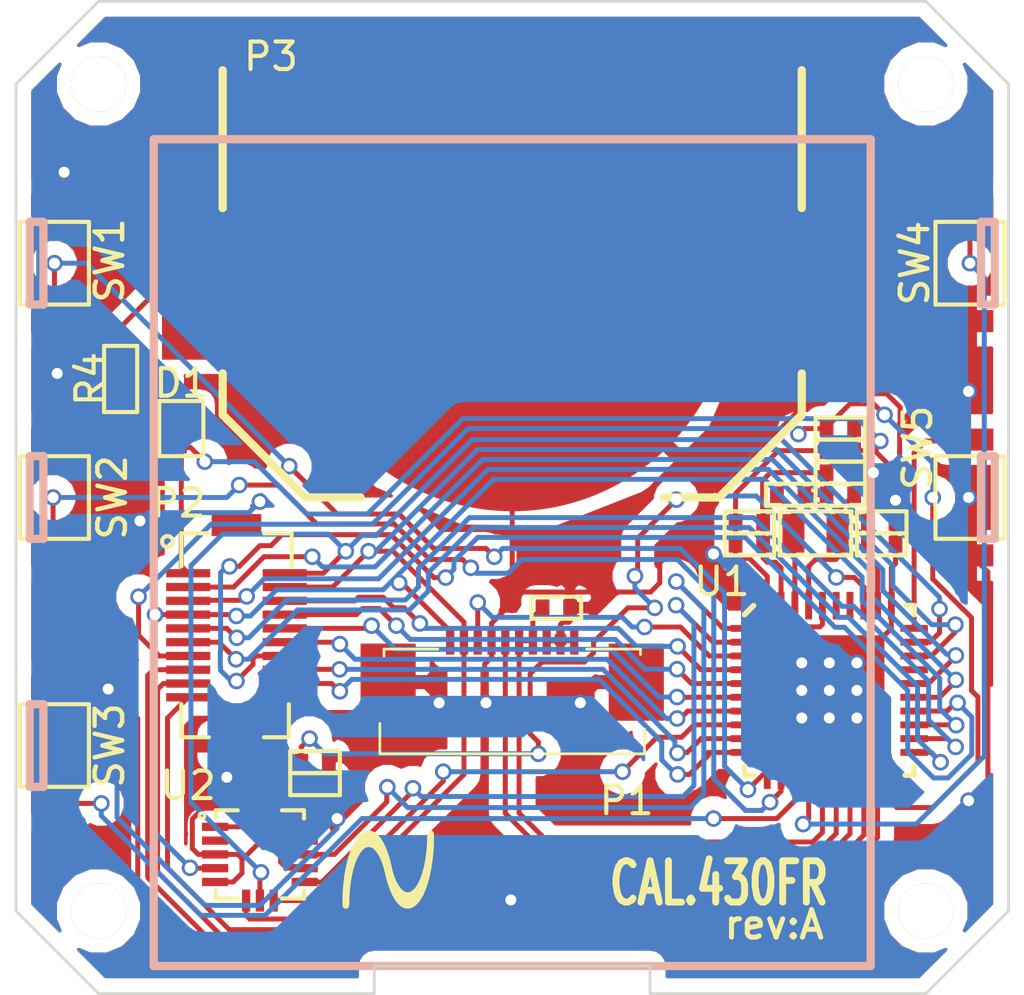
<source format=kicad_pcb>
(kicad_pcb (version 4) (host pcbnew "(2015-01-05 BZR 5353)-product")

  (general
    (links 92)
    (no_connects 0)
    (area 156.949999 43.449999 193.050001 79.550001)
    (thickness 1)
    (drawings 56)
    (tracks 866)
    (zones 0)
    (modules 30)
    (nets 44)
  )

  (page A4)
  (layers
    (0 F.Cu signal)
    (31 B.Cu signal)
    (32 B.Adhes user hide)
    (33 F.Adhes user hide)
    (34 B.Paste user hide)
    (35 F.Paste user hide)
    (36 B.SilkS user)
    (37 F.SilkS user)
    (38 B.Mask user hide)
    (39 F.Mask user hide)
    (40 Dwgs.User user)
    (41 Cmts.User user hide)
    (42 Eco1.User user hide)
    (43 Eco2.User user hide)
    (44 Edge.Cuts user)
    (45 Margin user hide)
    (46 B.CrtYd user hide)
    (47 F.CrtYd user hide)
    (48 B.Fab user hide)
    (49 F.Fab user hide)
  )

  (setup
    (last_trace_width 0.18)
    (trace_clearance 0.18)
    (zone_clearance 0.508)
    (zone_45_only no)
    (trace_min 0.16)
    (segment_width 0.3)
    (edge_width 0.1)
    (via_size 0.6)
    (via_drill 0.4)
    (via_min_size 0.6)
    (via_min_drill 0.3)
    (uvia_size 0.508)
    (uvia_drill 0.127)
    (uvias_allowed no)
    (uvia_min_size 0.5)
    (uvia_min_drill 0.127)
    (pcb_text_width 0.3)
    (pcb_text_size 1.5 1.5)
    (mod_edge_width 0.2)
    (mod_text_size 1 1)
    (mod_text_width 0.2)
    (pad_size 1 0.25)
    (pad_drill 0)
    (pad_to_mask_clearance 0)
    (aux_axis_origin 175 61.5)
    (grid_origin 175 61.5)
    (visible_elements 7FFFFF7F)
    (pcbplotparams
      (layerselection 0x010f0_80000001)
      (usegerberextensions true)
      (excludeedgelayer false)
      (linewidth 0.100000)
      (plotframeref false)
      (viasonmask false)
      (mode 1)
      (useauxorigin true)
      (hpglpennumber 1)
      (hpglpenspeed 20)
      (hpglpendiameter 15)
      (hpglpenoverlay 2)
      (psnegative false)
      (psa4output false)
      (plotreference false)
      (plotvalue false)
      (plotinvisibletext false)
      (padsonsilk false)
      (subtractmaskfromsilk false)
      (outputformat 1)
      (mirror false)
      (drillshape 0)
      (scaleselection 1)
      (outputdirectory C:/Users/kemushi/Desktop/CAL439gbr/))
  )

  (net 0 "")
  (net 1 +3.3V)
  (net 2 GND)
  (net 3 "Net-(C3-Pad1)")
  (net 4 "Net-(C3-Pad2)")
  (net 5 "Net-(C4-Pad1)")
  (net 6 "Net-(C6-Pad1)")
  (net 7 LCD_Power)
  (net 8 DISP)
  (net 9 TST)
  (net 10 RST)
  (net 11 TXD0)
  (net 12 RXD0)
  (net 13 TXD1)
  (net 14 RXD1)
  (net 15 CS1)
  (net 16 INT_A1)
  (net 17 INT_A2)
  (net 18 "Net-(D1-Pad1)")
  (net 19 MOSI)
  (net 20 SCLK)
  (net 21 PJ.0)
  (net 22 PJ.3)
  (net 23 P4.4)
  (net 24 P3.0)
  (net 25 P3.1)
  (net 26 P3.2)
  (net 27 P3.3)
  (net 28 CS2)
  (net 29 P1.4)
  (net 30 P1.5)
  (net 31 P3.4)
  (net 32 P3.5)
  (net 33 P3.6)
  (net 34 MISO)
  (net 35 PJ.1)
  (net 36 PJ.2)
  (net 37 ADXL_PWR)
  (net 38 "Net-(U1-Pad27)")
  (net 39 "Net-(U1-Pad34)")
  (net 40 "Net-(U1-Pad35)")
  (net 41 "Net-(P3-Pad3)")
  (net 42 "Net-(U2-Pad2)")
  (net 43 "Net-(U2-Pad15)")

  (net_class Default "This is the default net class."
    (clearance 0.18)
    (trace_width 0.18)
    (via_dia 0.6)
    (via_drill 0.4)
    (uvia_dia 0.508)
    (uvia_drill 0.127)
    (add_net +3.3V)
    (add_net ADXL_PWR)
    (add_net CS1)
    (add_net CS2)
    (add_net DISP)
    (add_net GND)
    (add_net INT_A1)
    (add_net INT_A2)
    (add_net LCD_Power)
    (add_net MISO)
    (add_net MOSI)
    (add_net "Net-(C3-Pad1)")
    (add_net "Net-(C3-Pad2)")
    (add_net "Net-(C4-Pad1)")
    (add_net "Net-(C6-Pad1)")
    (add_net "Net-(D1-Pad1)")
    (add_net "Net-(P3-Pad3)")
    (add_net "Net-(U1-Pad27)")
    (add_net "Net-(U1-Pad34)")
    (add_net "Net-(U1-Pad35)")
    (add_net "Net-(U2-Pad15)")
    (add_net "Net-(U2-Pad2)")
    (add_net P1.4)
    (add_net P1.5)
    (add_net P3.0)
    (add_net P3.1)
    (add_net P3.2)
    (add_net P3.3)
    (add_net P3.4)
    (add_net P3.5)
    (add_net P3.6)
    (add_net P4.4)
    (add_net PJ.0)
    (add_net PJ.1)
    (add_net PJ.2)
    (add_net PJ.3)
    (add_net RST)
    (add_net RXD0)
    (add_net RXD1)
    (add_net SCLK)
    (add_net TST)
    (add_net TXD0)
    (add_net TXD1)
  )

  (net_class bold ""
    (clearance 0.3)
    (trace_width 0.3)
    (via_dia 0.6)
    (via_drill 0.4)
    (uvia_dia 0.508)
    (uvia_drill 0.127)
  )

  (module Switch:B3U-3000P (layer F.Cu) (tedit 54FC75F3) (tstamp 54F861D8)
    (at 191.6 61.5 270)
    (path /54F6D60F)
    (fp_text reference SW5 (at -1.8 1.9 270) (layer F.SilkS)
      (effects (font (size 1 1) (thickness 0.16)))
    )
    (fp_text value SW_PUSH (at -0.2 -2.85 270) (layer Dwgs.User) hide
      (effects (font (size 1 1) (thickness 0.1)))
    )
    (fp_line (start -1.5 -1.25) (end -1.5 1.25) (layer F.SilkS) (width 0.15))
    (fp_line (start -1.5 1.25) (end 1.5 1.25) (layer F.SilkS) (width 0.15))
    (fp_line (start 1.5 1.25) (end 1.5 -1.25) (layer F.SilkS) (width 0.15))
    (fp_line (start 1.5 -1.25) (end -1.5 -1.25) (layer F.SilkS) (width 0.15))
    (fp_line (start -0.8 -1.6) (end -0.8 -1.3) (layer Dwgs.User) (width 0.15))
    (fp_line (start 0.8 -1.6) (end 0.8 -1.3) (layer Dwgs.User) (width 0.15))
    (fp_line (start -0.5 -1.9) (end 0.5 -1.9) (layer Dwgs.User) (width 0.15))
    (fp_line (start 0.8 -1.6) (end 0.5 -1.9) (layer Dwgs.User) (width 0.15))
    (fp_line (start -0.8 -1.6) (end -0.5 -1.9) (layer Dwgs.User) (width 0.15))
    (fp_line (start -1.5 1.25) (end -1.5 -1.25) (layer Dwgs.User) (width 0.15))
    (fp_line (start -1.5 -1.25) (end 1.5 -1.25) (layer Dwgs.User) (width 0.15))
    (fp_line (start 1.5 -1.25) (end 1.5 1.25) (layer Dwgs.User) (width 0.15))
    (fp_line (start 1.5 1.25) (end -1.5 1.25) (layer Dwgs.User) (width 0.15))
    (pad 1 smd trapezoid (at -2.1 0 270) (size 0.8 1.7) (layers F.Cu F.Paste F.Mask)
      (net 23 P4.4))
    (pad 2 smd trapezoid (at 2.1 0 270) (size 0.8 1.7) (layers F.Cu F.Paste F.Mask)
      (net 2 GND))
  )

  (module Switch:B3U-3000P (layer F.Cu) (tedit 54FC753A) (tstamp 54F8618C)
    (at 158.4 53 90)
    (path /54F6D508)
    (fp_text reference SW1 (at 0.1 2 90) (layer F.SilkS)
      (effects (font (size 1 1) (thickness 0.16)))
    )
    (fp_text value SW_PUSH (at -0.2 -2.85 90) (layer Dwgs.User) hide
      (effects (font (size 1 1) (thickness 0.1)))
    )
    (fp_line (start -1.5 -1.25) (end -1.5 1.25) (layer F.SilkS) (width 0.15))
    (fp_line (start -1.5 1.25) (end 1.5 1.25) (layer F.SilkS) (width 0.15))
    (fp_line (start 1.5 1.25) (end 1.5 -1.25) (layer F.SilkS) (width 0.15))
    (fp_line (start 1.5 -1.25) (end -1.5 -1.25) (layer F.SilkS) (width 0.15))
    (fp_line (start -0.8 -1.6) (end -0.8 -1.3) (layer Dwgs.User) (width 0.15))
    (fp_line (start 0.8 -1.6) (end 0.8 -1.3) (layer Dwgs.User) (width 0.15))
    (fp_line (start -0.5 -1.9) (end 0.5 -1.9) (layer Dwgs.User) (width 0.15))
    (fp_line (start 0.8 -1.6) (end 0.5 -1.9) (layer Dwgs.User) (width 0.15))
    (fp_line (start -0.8 -1.6) (end -0.5 -1.9) (layer Dwgs.User) (width 0.15))
    (fp_line (start -1.5 1.25) (end -1.5 -1.25) (layer Dwgs.User) (width 0.15))
    (fp_line (start -1.5 -1.25) (end 1.5 -1.25) (layer Dwgs.User) (width 0.15))
    (fp_line (start 1.5 -1.25) (end 1.5 1.25) (layer Dwgs.User) (width 0.15))
    (fp_line (start 1.5 1.25) (end -1.5 1.25) (layer Dwgs.User) (width 0.15))
    (pad 1 smd trapezoid (at -2.1 0 90) (size 0.8 1.7) (layers F.Cu F.Paste F.Mask)
      (net 21 PJ.0))
    (pad 2 smd trapezoid (at 2.1 0 90) (size 0.8 1.7) (layers F.Cu F.Paste F.Mask)
      (net 2 GND))
  )

  (module Switch:B3U-3000P (layer F.Cu) (tedit 54FC7556) (tstamp 54F8619F)
    (at 158.4 61.5 90)
    (path /54F6D5B4)
    (fp_text reference SW2 (at 0 2.1 90) (layer F.SilkS)
      (effects (font (size 1 1) (thickness 0.16)))
    )
    (fp_text value SW_PUSH (at -0.2 -2.85 90) (layer Dwgs.User) hide
      (effects (font (size 1 1) (thickness 0.1)))
    )
    (fp_line (start -1.5 -1.25) (end -1.5 1.25) (layer F.SilkS) (width 0.15))
    (fp_line (start -1.5 1.25) (end 1.5 1.25) (layer F.SilkS) (width 0.15))
    (fp_line (start 1.5 1.25) (end 1.5 -1.25) (layer F.SilkS) (width 0.15))
    (fp_line (start 1.5 -1.25) (end -1.5 -1.25) (layer F.SilkS) (width 0.15))
    (fp_line (start -0.8 -1.6) (end -0.8 -1.3) (layer Dwgs.User) (width 0.15))
    (fp_line (start 0.8 -1.6) (end 0.8 -1.3) (layer Dwgs.User) (width 0.15))
    (fp_line (start -0.5 -1.9) (end 0.5 -1.9) (layer Dwgs.User) (width 0.15))
    (fp_line (start 0.8 -1.6) (end 0.5 -1.9) (layer Dwgs.User) (width 0.15))
    (fp_line (start -0.8 -1.6) (end -0.5 -1.9) (layer Dwgs.User) (width 0.15))
    (fp_line (start -1.5 1.25) (end -1.5 -1.25) (layer Dwgs.User) (width 0.15))
    (fp_line (start -1.5 -1.25) (end 1.5 -1.25) (layer Dwgs.User) (width 0.15))
    (fp_line (start 1.5 -1.25) (end 1.5 1.25) (layer Dwgs.User) (width 0.15))
    (fp_line (start 1.5 1.25) (end -1.5 1.25) (layer Dwgs.User) (width 0.15))
    (pad 1 smd trapezoid (at -2.1 0 90) (size 0.8 1.7) (layers F.Cu F.Paste F.Mask)
      (net 35 PJ.1))
    (pad 2 smd trapezoid (at 2.1 0 90) (size 0.8 1.7) (layers F.Cu F.Paste F.Mask)
      (net 2 GND))
  )

  (module Switch:B3U-3000P (layer F.Cu) (tedit 54FC7568) (tstamp 54F861B2)
    (at 158.4 70.5 90)
    (path /54F6D5CD)
    (fp_text reference SW3 (at 0 2 90) (layer F.SilkS)
      (effects (font (size 1 1) (thickness 0.16)))
    )
    (fp_text value SW_PUSH (at -0.2 -2.85 90) (layer Dwgs.User) hide
      (effects (font (size 1 1) (thickness 0.1)))
    )
    (fp_line (start -1.5 -1.25) (end -1.5 1.25) (layer F.SilkS) (width 0.15))
    (fp_line (start -1.5 1.25) (end 1.5 1.25) (layer F.SilkS) (width 0.15))
    (fp_line (start 1.5 1.25) (end 1.5 -1.25) (layer F.SilkS) (width 0.15))
    (fp_line (start 1.5 -1.25) (end -1.5 -1.25) (layer F.SilkS) (width 0.15))
    (fp_line (start -0.8 -1.6) (end -0.8 -1.3) (layer Dwgs.User) (width 0.15))
    (fp_line (start 0.8 -1.6) (end 0.8 -1.3) (layer Dwgs.User) (width 0.15))
    (fp_line (start -0.5 -1.9) (end 0.5 -1.9) (layer Dwgs.User) (width 0.15))
    (fp_line (start 0.8 -1.6) (end 0.5 -1.9) (layer Dwgs.User) (width 0.15))
    (fp_line (start -0.8 -1.6) (end -0.5 -1.9) (layer Dwgs.User) (width 0.15))
    (fp_line (start -1.5 1.25) (end -1.5 -1.25) (layer Dwgs.User) (width 0.15))
    (fp_line (start -1.5 -1.25) (end 1.5 -1.25) (layer Dwgs.User) (width 0.15))
    (fp_line (start 1.5 -1.25) (end 1.5 1.25) (layer Dwgs.User) (width 0.15))
    (fp_line (start 1.5 1.25) (end -1.5 1.25) (layer Dwgs.User) (width 0.15))
    (pad 1 smd trapezoid (at -2.1 0 90) (size 0.8 1.7) (layers F.Cu F.Paste F.Mask)
      (net 36 PJ.2))
    (pad 2 smd trapezoid (at 2.1 0 90) (size 0.8 1.7) (layers F.Cu F.Paste F.Mask)
      (net 2 GND))
  )

  (module Switch:B3U-3000P (layer F.Cu) (tedit 54FC7578) (tstamp 54F861C5)
    (at 191.6 53 270)
    (path /54F6D5EC)
    (fp_text reference SW4 (at 0 2 270) (layer F.SilkS)
      (effects (font (size 1 1) (thickness 0.16)))
    )
    (fp_text value SW_PUSH (at -0.2 -2.85 270) (layer Dwgs.User) hide
      (effects (font (size 1 1) (thickness 0.1)))
    )
    (fp_line (start -1.5 -1.25) (end -1.5 1.25) (layer F.SilkS) (width 0.15))
    (fp_line (start -1.5 1.25) (end 1.5 1.25) (layer F.SilkS) (width 0.15))
    (fp_line (start 1.5 1.25) (end 1.5 -1.25) (layer F.SilkS) (width 0.15))
    (fp_line (start 1.5 -1.25) (end -1.5 -1.25) (layer F.SilkS) (width 0.15))
    (fp_line (start -0.8 -1.6) (end -0.8 -1.3) (layer Dwgs.User) (width 0.15))
    (fp_line (start 0.8 -1.6) (end 0.8 -1.3) (layer Dwgs.User) (width 0.15))
    (fp_line (start -0.5 -1.9) (end 0.5 -1.9) (layer Dwgs.User) (width 0.15))
    (fp_line (start 0.8 -1.6) (end 0.5 -1.9) (layer Dwgs.User) (width 0.15))
    (fp_line (start -0.8 -1.6) (end -0.5 -1.9) (layer Dwgs.User) (width 0.15))
    (fp_line (start -1.5 1.25) (end -1.5 -1.25) (layer Dwgs.User) (width 0.15))
    (fp_line (start -1.5 -1.25) (end 1.5 -1.25) (layer Dwgs.User) (width 0.15))
    (fp_line (start 1.5 -1.25) (end 1.5 1.25) (layer Dwgs.User) (width 0.15))
    (fp_line (start 1.5 1.25) (end -1.5 1.25) (layer Dwgs.User) (width 0.15))
    (pad 1 smd trapezoid (at -2.1 0 270) (size 0.8 1.7) (layers F.Cu F.Paste F.Mask)
      (net 22 PJ.3))
    (pad 2 smd trapezoid (at 2.1 0 270) (size 0.8 1.7) (layers F.Cu F.Paste F.Mask)
      (net 2 GND))
  )

  (module C_SMD:C1005 (layer F.Cu) (tedit 54FC75CF) (tstamp 54FAFF8B)
    (at 183.6 62.4)
    (path /54FB0612)
    (fp_text reference C8 (at -1.5 0) (layer Dwgs.User) hide
      (effects (font (size 0.5 0.5) (thickness 0.1)))
    )
    (fp_text value 1u (at -0.05 -0.85) (layer Dwgs.User) hide
      (effects (font (size 0.5 0.5) (thickness 0.1)))
    )
    (fp_line (start 0.9 -0.4) (end -0.9 -0.4) (layer F.SilkS) (width 0.15))
    (fp_line (start -0.9 -0.4) (end -0.9 0.4) (layer F.SilkS) (width 0.15))
    (fp_line (start -0.9 0.4) (end 0.9 0.4) (layer F.SilkS) (width 0.15))
    (fp_line (start 0.9 0.4) (end 0.9 -0.4) (layer F.SilkS) (width 0.15))
    (fp_line (start -0.5 -0.25) (end 0.5 -0.25) (layer Dwgs.User) (width 0.05))
    (fp_line (start 0.5 -0.25) (end 0.5 0.25) (layer Dwgs.User) (width 0.05))
    (fp_line (start 0.5 0.25) (end -0.5 0.25) (layer Dwgs.User) (width 0.05))
    (fp_line (start -0.5 0.25) (end -0.5 -0.25) (layer Dwgs.User) (width 0.05))
    (pad 1 smd rect (at -0.5 0) (size 0.5 0.6) (layers F.Cu F.Paste F.Mask)
      (net 6 "Net-(C6-Pad1)"))
    (pad 2 smd rect (at 0.5 0) (size 0.5 0.6) (layers F.Cu F.Paste F.Mask)
      (net 4 "Net-(C3-Pad2)"))
  )

  (module C_SMD:C1005 (layer F.Cu) (tedit 54FC89CB) (tstamp 54FB014B)
    (at 185.1 61.4)
    (path /545CE9F8)
    (fp_text reference C3 (at -1.5 0) (layer Dwgs.User) hide
      (effects (font (size 0.5 0.5) (thickness 0.125)))
    )
    (fp_text value 10p (at -0.05 -0.85) (layer Dwgs.User) hide
      (effects (font (size 0.5 0.5) (thickness 0.1)))
    )
    (fp_line (start 0.9 -0.4) (end -0.9 -0.4) (layer F.SilkS) (width 0.15))
    (fp_line (start -0.9 -0.4) (end -0.9 0.4) (layer F.SilkS) (width 0.15))
    (fp_line (start -0.9 0.4) (end 0.9 0.4) (layer F.SilkS) (width 0.15))
    (fp_line (start 0.9 0.4) (end 0.9 -0.4) (layer F.SilkS) (width 0.15))
    (fp_line (start -0.5 -0.25) (end 0.5 -0.25) (layer Dwgs.User) (width 0.05))
    (fp_line (start 0.5 -0.25) (end 0.5 0.25) (layer Dwgs.User) (width 0.05))
    (fp_line (start 0.5 0.25) (end -0.5 0.25) (layer Dwgs.User) (width 0.05))
    (fp_line (start -0.5 0.25) (end -0.5 -0.25) (layer Dwgs.User) (width 0.05))
    (pad 1 smd rect (at -0.5 0) (size 0.5 0.6) (layers F.Cu F.Paste F.Mask)
      (net 3 "Net-(C3-Pad1)"))
    (pad 2 smd rect (at 0.5 0) (size 0.5 0.6) (layers F.Cu F.Paste F.Mask)
      (net 4 "Net-(C3-Pad2)"))
  )

  (module C_SMD:C1005 (layer F.Cu) (tedit 54FC75A7) (tstamp 54FB01E4)
    (at 186.9 61.4 180)
    (path /545CEA59)
    (fp_text reference C4 (at -1.3 0 180) (layer Dwgs.User) hide
      (effects (font (size 0.5 0.5) (thickness 0.1)))
    )
    (fp_text value 10p (at -0.05 -0.85 180) (layer Dwgs.User) hide
      (effects (font (size 0.5 0.5) (thickness 0.1)))
    )
    (fp_line (start 0.9 -0.4) (end -0.9 -0.4) (layer F.SilkS) (width 0.15))
    (fp_line (start -0.9 -0.4) (end -0.9 0.4) (layer F.SilkS) (width 0.15))
    (fp_line (start -0.9 0.4) (end 0.9 0.4) (layer F.SilkS) (width 0.15))
    (fp_line (start 0.9 0.4) (end 0.9 -0.4) (layer F.SilkS) (width 0.15))
    (fp_line (start -0.5 -0.25) (end 0.5 -0.25) (layer Dwgs.User) (width 0.05))
    (fp_line (start 0.5 -0.25) (end 0.5 0.25) (layer Dwgs.User) (width 0.05))
    (fp_line (start 0.5 0.25) (end -0.5 0.25) (layer Dwgs.User) (width 0.05))
    (fp_line (start -0.5 0.25) (end -0.5 -0.25) (layer Dwgs.User) (width 0.05))
    (pad 1 smd rect (at -0.5 0 180) (size 0.5 0.6) (layers F.Cu F.Paste F.Mask)
      (net 5 "Net-(C4-Pad1)"))
    (pad 2 smd rect (at 0.5 0 180) (size 0.5 0.6) (layers F.Cu F.Paste F.Mask)
      (net 4 "Net-(C3-Pad2)"))
  )

  (module R_SMD:R1005 (layer F.Cu) (tedit 54FC758B) (tstamp 54FB0432)
    (at 186.9 59)
    (path /545CFF79)
    (fp_text reference R1 (at 2.2 0) (layer Dwgs.User) hide
      (effects (font (size 0.5 0.5) (thickness 0.1)))
    )
    (fp_text value 47k (at -0.1 -0.9) (layer Dwgs.User) hide
      (effects (font (size 0.5 0.5) (thickness 0.1)))
    )
    (fp_line (start 0.8 -0.4) (end -0.8 -0.4) (layer F.SilkS) (width 0.15))
    (fp_line (start -0.8 -0.4) (end -0.9 -0.4) (layer F.SilkS) (width 0.15))
    (fp_line (start -0.9 -0.4) (end -0.9 0.4) (layer F.SilkS) (width 0.15))
    (fp_line (start -0.9 0.4) (end 0.9 0.4) (layer F.SilkS) (width 0.15))
    (fp_line (start 0.9 0.4) (end 0.9 -0.4) (layer F.SilkS) (width 0.15))
    (fp_line (start 0.9 -0.4) (end 0.8 -0.4) (layer F.SilkS) (width 0.15))
    (fp_line (start -0.5 -0.25) (end 0.5 -0.25) (layer Dwgs.User) (width 0.05))
    (fp_line (start 0.5 -0.25) (end 0.5 0.25) (layer Dwgs.User) (width 0.05))
    (fp_line (start 0.5 0.25) (end -0.5 0.25) (layer Dwgs.User) (width 0.05))
    (fp_line (start -0.5 0.25) (end -0.5 -0.25) (layer Dwgs.User) (width 0.05))
    (pad 1 smd rect (at -0.5 0) (size 0.5 0.6) (layers F.Cu F.Paste F.Mask)
      (net 10 RST))
    (pad 2 smd rect (at 0.5 0) (size 0.5 0.6) (layers F.Cu F.Paste F.Mask)
      (net 1 +3.3V))
  )

  (module R_SMD:R1005 (layer F.Cu) (tedit 54FC759E) (tstamp 54FB0442)
    (at 186.9 60.6 180)
    (path /545CF1E1)
    (fp_text reference R3 (at -2 0 180) (layer Dwgs.User) hide
      (effects (font (size 0.5 0.5) (thickness 0.1)))
    )
    (fp_text value 0 (at -0.1 -0.9 180) (layer Dwgs.User) hide
      (effects (font (size 0.5 0.5) (thickness 0.1)))
    )
    (fp_line (start 0.8 -0.4) (end -0.8 -0.4) (layer F.SilkS) (width 0.15))
    (fp_line (start -0.8 -0.4) (end -0.9 -0.4) (layer F.SilkS) (width 0.15))
    (fp_line (start -0.9 -0.4) (end -0.9 0.4) (layer F.SilkS) (width 0.15))
    (fp_line (start -0.9 0.4) (end 0.9 0.4) (layer F.SilkS) (width 0.15))
    (fp_line (start 0.9 0.4) (end 0.9 -0.4) (layer F.SilkS) (width 0.15))
    (fp_line (start 0.9 -0.4) (end 0.8 -0.4) (layer F.SilkS) (width 0.15))
    (fp_line (start -0.5 -0.25) (end 0.5 -0.25) (layer Dwgs.User) (width 0.05))
    (fp_line (start 0.5 -0.25) (end 0.5 0.25) (layer Dwgs.User) (width 0.05))
    (fp_line (start 0.5 0.25) (end -0.5 0.25) (layer Dwgs.User) (width 0.05))
    (fp_line (start -0.5 0.25) (end -0.5 -0.25) (layer Dwgs.User) (width 0.05))
    (pad 1 smd rect (at -0.5 0 180) (size 0.5 0.6) (layers F.Cu F.Paste F.Mask)
      (net 2 GND))
    (pad 2 smd rect (at 0.5 0 180) (size 0.5 0.6) (layers F.Cu F.Paste F.Mask)
      (net 4 "Net-(C3-Pad2)"))
  )

  (module C_SMD:C1005 (layer F.Cu) (tedit 54FC75BC) (tstamp 54FB0B2B)
    (at 188.4 63.2)
    (path /545CF377)
    (fp_text reference C2 (at 1.5 0.1) (layer Dwgs.User) hide
      (effects (font (size 0.5 0.5) (thickness 0.1)))
    )
    (fp_text value 0.1u (at -0.05 -0.85) (layer Dwgs.User) hide
      (effects (font (size 0.5 0.5) (thickness 0.1)))
    )
    (fp_line (start 0.9 -0.4) (end -0.9 -0.4) (layer F.SilkS) (width 0.15))
    (fp_line (start -0.9 -0.4) (end -0.9 0.4) (layer F.SilkS) (width 0.15))
    (fp_line (start -0.9 0.4) (end 0.9 0.4) (layer F.SilkS) (width 0.15))
    (fp_line (start 0.9 0.4) (end 0.9 -0.4) (layer F.SilkS) (width 0.15))
    (fp_line (start -0.5 -0.25) (end 0.5 -0.25) (layer Dwgs.User) (width 0.05))
    (fp_line (start 0.5 -0.25) (end 0.5 0.25) (layer Dwgs.User) (width 0.05))
    (fp_line (start 0.5 0.25) (end -0.5 0.25) (layer Dwgs.User) (width 0.05))
    (fp_line (start -0.5 0.25) (end -0.5 -0.25) (layer Dwgs.User) (width 0.05))
    (pad 1 smd rect (at -0.5 0) (size 0.5 0.6) (layers F.Cu F.Paste F.Mask)
      (net 1 +3.3V))
    (pad 2 smd rect (at 0.5 0) (size 0.5 0.6) (layers F.Cu F.Paste F.Mask)
      (net 2 GND))
  )

  (module C_SMD:C1005 (layer F.Cu) (tedit 54FC75B3) (tstamp 54FB0B3A)
    (at 188.4 62.4)
    (path /545CED7E)
    (fp_text reference C5 (at 1.5 0) (layer Dwgs.User) hide
      (effects (font (size 0.5 0.5) (thickness 0.1)))
    )
    (fp_text value 1u (at -0.05 -0.85) (layer Dwgs.User) hide
      (effects (font (size 0.5 0.5) (thickness 0.1)))
    )
    (fp_line (start 0.9 -0.4) (end -0.9 -0.4) (layer F.SilkS) (width 0.15))
    (fp_line (start -0.9 -0.4) (end -0.9 0.4) (layer F.SilkS) (width 0.15))
    (fp_line (start -0.9 0.4) (end 0.9 0.4) (layer F.SilkS) (width 0.15))
    (fp_line (start 0.9 0.4) (end 0.9 -0.4) (layer F.SilkS) (width 0.15))
    (fp_line (start -0.5 -0.25) (end 0.5 -0.25) (layer Dwgs.User) (width 0.05))
    (fp_line (start 0.5 -0.25) (end 0.5 0.25) (layer Dwgs.User) (width 0.05))
    (fp_line (start 0.5 0.25) (end -0.5 0.25) (layer Dwgs.User) (width 0.05))
    (fp_line (start -0.5 0.25) (end -0.5 -0.25) (layer Dwgs.User) (width 0.05))
    (pad 1 smd rect (at -0.5 0) (size 0.5 0.6) (layers F.Cu F.Paste F.Mask)
      (net 1 +3.3V))
    (pad 2 smd rect (at 0.5 0) (size 0.5 0.6) (layers F.Cu F.Paste F.Mask)
      (net 2 GND))
  )

  (module R_SMD:R1005 (layer F.Cu) (tedit 54FC7594) (tstamp 54FB05B1)
    (at 186.9 59.8 180)
    (path /545F2340)
    (fp_text reference R2 (at -2.2 0 180) (layer Dwgs.User) hide
      (effects (font (size 0.5 0.5) (thickness 0.1)))
    )
    (fp_text value 0 (at -0.1 -0.9 180) (layer Dwgs.User) hide
      (effects (font (size 0.5 0.5) (thickness 0.1)))
    )
    (fp_line (start 0.8 -0.4) (end -0.8 -0.4) (layer F.SilkS) (width 0.15))
    (fp_line (start -0.8 -0.4) (end -0.9 -0.4) (layer F.SilkS) (width 0.15))
    (fp_line (start -0.9 -0.4) (end -0.9 0.4) (layer F.SilkS) (width 0.15))
    (fp_line (start -0.9 0.4) (end 0.9 0.4) (layer F.SilkS) (width 0.15))
    (fp_line (start 0.9 0.4) (end 0.9 -0.4) (layer F.SilkS) (width 0.15))
    (fp_line (start 0.9 -0.4) (end 0.8 -0.4) (layer F.SilkS) (width 0.15))
    (fp_line (start -0.5 -0.25) (end 0.5 -0.25) (layer Dwgs.User) (width 0.05))
    (fp_line (start 0.5 -0.25) (end 0.5 0.25) (layer Dwgs.User) (width 0.05))
    (fp_line (start 0.5 0.25) (end -0.5 0.25) (layer Dwgs.User) (width 0.05))
    (fp_line (start -0.5 0.25) (end -0.5 -0.25) (layer Dwgs.User) (width 0.05))
    (pad 1 smd rect (at -0.5 0 180) (size 0.5 0.6) (layers F.Cu F.Paste F.Mask)
      (net 1 +3.3V))
    (pad 2 smd rect (at 0.5 0 180) (size 0.5 0.6) (layers F.Cu F.Paste F.Mask)
      (net 6 "Net-(C6-Pad1)"))
  )

  (module C_SMD:C1005 (layer F.Cu) (tedit 54FC7612) (tstamp 54FB06ED)
    (at 167.85 71.9)
    (path /54649847)
    (fp_text reference C1 (at -0.95 0.85) (layer Dwgs.User) hide
      (effects (font (size 0.5 0.5) (thickness 0.1)))
    )
    (fp_text value 0.1u (at -0.05 -0.85) (layer Dwgs.User) hide
      (effects (font (size 0.5 0.5) (thickness 0.1)))
    )
    (fp_line (start 0.9 -0.4) (end -0.9 -0.4) (layer F.SilkS) (width 0.15))
    (fp_line (start -0.9 -0.4) (end -0.9 0.4) (layer F.SilkS) (width 0.15))
    (fp_line (start -0.9 0.4) (end 0.9 0.4) (layer F.SilkS) (width 0.15))
    (fp_line (start 0.9 0.4) (end 0.9 -0.4) (layer F.SilkS) (width 0.15))
    (fp_line (start -0.5 -0.25) (end 0.5 -0.25) (layer Dwgs.User) (width 0.05))
    (fp_line (start 0.5 -0.25) (end 0.5 0.25) (layer Dwgs.User) (width 0.05))
    (fp_line (start 0.5 0.25) (end -0.5 0.25) (layer Dwgs.User) (width 0.05))
    (fp_line (start -0.5 0.25) (end -0.5 -0.25) (layer Dwgs.User) (width 0.05))
    (pad 1 smd rect (at -0.5 0) (size 0.5 0.6) (layers F.Cu F.Paste F.Mask)
      (net 37 ADXL_PWR))
    (pad 2 smd rect (at 0.5 0) (size 0.5 0.6) (layers F.Cu F.Paste F.Mask)
      (net 2 GND))
  )

  (module C_SMD:C1005 (layer F.Cu) (tedit 54FC75D7) (tstamp 54FB06FB)
    (at 183.6 63.2)
    (path /545CEC83)
    (fp_text reference C6 (at -1.5 0.4) (layer Dwgs.User) hide
      (effects (font (size 0.5 0.5) (thickness 0.1)))
    )
    (fp_text value 0.1u (at -0.05 -0.85) (layer Dwgs.User) hide
      (effects (font (size 0.5 0.5) (thickness 0.1)))
    )
    (fp_line (start 0.9 -0.4) (end -0.9 -0.4) (layer F.SilkS) (width 0.15))
    (fp_line (start -0.9 -0.4) (end -0.9 0.4) (layer F.SilkS) (width 0.15))
    (fp_line (start -0.9 0.4) (end 0.9 0.4) (layer F.SilkS) (width 0.15))
    (fp_line (start 0.9 0.4) (end 0.9 -0.4) (layer F.SilkS) (width 0.15))
    (fp_line (start -0.5 -0.25) (end 0.5 -0.25) (layer Dwgs.User) (width 0.05))
    (fp_line (start 0.5 -0.25) (end 0.5 0.25) (layer Dwgs.User) (width 0.05))
    (fp_line (start 0.5 0.25) (end -0.5 0.25) (layer Dwgs.User) (width 0.05))
    (fp_line (start -0.5 0.25) (end -0.5 -0.25) (layer Dwgs.User) (width 0.05))
    (pad 1 smd rect (at -0.5 0) (size 0.5 0.6) (layers F.Cu F.Paste F.Mask)
      (net 6 "Net-(C6-Pad1)"))
    (pad 2 smd rect (at 0.5 0) (size 0.5 0.6) (layers F.Cu F.Paste F.Mask)
      (net 4 "Net-(C3-Pad2)"))
  )

  (module C_SMD:C1005 (layer F.Cu) (tedit 54FC760A) (tstamp 54FB0709)
    (at 176.6 65.5)
    (path /5464C4AB)
    (fp_text reference C7 (at 1.65 0) (layer Dwgs.User) hide
      (effects (font (size 0.5 0.5) (thickness 0.1)))
    )
    (fp_text value C (at -0.05 -0.85) (layer Dwgs.User) hide
      (effects (font (size 0.5 0.5) (thickness 0.1)))
    )
    (fp_line (start 0.9 -0.4) (end -0.9 -0.4) (layer F.SilkS) (width 0.15))
    (fp_line (start -0.9 -0.4) (end -0.9 0.4) (layer F.SilkS) (width 0.15))
    (fp_line (start -0.9 0.4) (end 0.9 0.4) (layer F.SilkS) (width 0.15))
    (fp_line (start 0.9 0.4) (end 0.9 -0.4) (layer F.SilkS) (width 0.15))
    (fp_line (start -0.5 -0.25) (end 0.5 -0.25) (layer Dwgs.User) (width 0.05))
    (fp_line (start 0.5 -0.25) (end 0.5 0.25) (layer Dwgs.User) (width 0.05))
    (fp_line (start 0.5 0.25) (end -0.5 0.25) (layer Dwgs.User) (width 0.05))
    (fp_line (start -0.5 0.25) (end -0.5 -0.25) (layer Dwgs.User) (width 0.05))
    (pad 1 smd rect (at -0.5 0) (size 0.5 0.6) (layers F.Cu F.Paste F.Mask)
      (net 7 LCD_Power))
    (pad 2 smd rect (at 0.5 0) (size 0.5 0.6) (layers F.Cu F.Paste F.Mask)
      (net 2 GND))
  )

  (module CRYSTAL:CRYSTAL_2012 (layer F.Cu) (tedit 54FC75C7) (tstamp 54FB08EB)
    (at 186 62.8 180)
    (tags "Crystal 2012")
    (path /545CE781)
    (fp_text reference X1 (at -0.1 -1.4 180) (layer Dwgs.User) hide
      (effects (font (size 0.5 0.5) (thickness 0.1)))
    )
    (fp_text value "32.768 6pF" (at -0.4 -1.3 180) (layer Dwgs.User) hide
      (effects (font (size 0.5 0.5) (thickness 0.1)))
    )
    (fp_line (start 1.3 -0.8) (end -1.3 -0.8) (layer F.SilkS) (width 0.15))
    (fp_line (start -1.3 -0.8) (end -1.3 0.8) (layer F.SilkS) (width 0.15))
    (fp_line (start -1.3 0.8) (end 1.3 0.8) (layer F.SilkS) (width 0.15))
    (fp_line (start 1.3 0.8) (end 1.3 -0.8) (layer F.SilkS) (width 0.15))
    (fp_line (start -1 -0.6) (end 1 -0.6) (layer Dwgs.User) (width 0.15))
    (fp_line (start 1 -0.6) (end 1 0.6) (layer Dwgs.User) (width 0.15))
    (fp_line (start 1 0.6) (end -1 0.6) (layer Dwgs.User) (width 0.15))
    (fp_line (start -1 0.6) (end -1 -0.6) (layer Dwgs.User) (width 0.15))
    (pad 1 smd rect (at -0.8 0 180) (size 0.8 1.4) (layers F.Cu F.Paste F.Mask)
      (net 5 "Net-(C4-Pad1)"))
    (pad 2 smd rect (at 0.8 0 180) (size 0.8 1.4) (layers F.Cu F.Paste F.Mask)
      (net 3 "Net-(C3-Pad1)"))
  )

  (module Drill:Drill_M2 (layer F.Cu) (tedit 54F6D000) (tstamp 54FB09C2)
    (at 190 46.5)
    (fp_text reference Drill_M2 (at 0 2) (layer F.SilkS) hide
      (effects (font (size 1 1) (thickness 0.1)))
    )
    (fp_text value VAL** (at 0 -3) (layer F.SilkS) hide
      (effects (font (size 1 1) (thickness 0.1)))
    )
    (pad "" thru_hole circle (at 0 0) (size 2 2) (drill 2) (layers *.Cu *.Mask F.SilkS))
  )

  (module Drill:Drill_M2 (layer F.Cu) (tedit 54FC5B64) (tstamp 54FB09CB)
    (at 190 76.5)
    (fp_text reference Drill_M2 (at 0 2) (layer F.SilkS) hide
      (effects (font (size 1 1) (thickness 0.1)))
    )
    (fp_text value VAL** (at 0 -3) (layer F.SilkS) hide
      (effects (font (size 1 1) (thickness 0.1)))
    )
    (pad "" thru_hole circle (at 0 0) (size 2 2) (drill 2) (layers *.Cu *.Mask F.SilkS))
  )

  (module Drill:Drill_M2 (layer F.Cu) (tedit 54FC5AC2) (tstamp 54FB09D4)
    (at 160 76.5)
    (fp_text reference Drill_M2 (at 0 2) (layer F.SilkS) hide
      (effects (font (size 1 1) (thickness 0.1)))
    )
    (fp_text value VAL** (at 0 -3) (layer F.SilkS) hide
      (effects (font (size 1 1) (thickness 0.1)))
    )
    (pad "" thru_hole circle (at 0 0) (size 2 2) (drill 2) (layers *.Cu *.Mask F.SilkS))
  )

  (module Drill:Drill_M2 (layer F.Cu) (tedit 54FC5AC7) (tstamp 54FB09DD)
    (at 160 46.5)
    (fp_text reference Drill_M2 (at 0 2) (layer F.SilkS) hide
      (effects (font (size 1 1) (thickness 0.1)))
    )
    (fp_text value VAL** (at 0 -3) (layer F.SilkS) hide
      (effects (font (size 1 1) (thickness 0.1)))
    )
    (pad "" thru_hole circle (at 0 0) (size 2 2) (drill 2) (layers *.Cu *.Mask F.SilkS))
  )

  (module CONN_DF12:DF12_20_metal (layer F.Cu) (tedit 5506F21A) (tstamp 54FBCE35)
    (at 165 66.5 270)
    (path /54F49FD3)
    (fp_text reference P2 (at -4.8 2.1 360) (layer F.SilkS)
      (effects (font (size 1 1) (thickness 0.15)))
    )
    (fp_text value "DF12#-20DP(86)" (at 0 0 270) (layer Dwgs.User) hide
      (effects (font (size 0.5 0.5) (thickness 0.1)))
    )
    (fp_circle (center -3.4 2.5) (end -3.2 2.5) (layer F.SilkS) (width 0.15))
    (fp_line (start 2.5 2) (end 3.7 2) (layer F.SilkS) (width 0.15))
    (fp_line (start 3.7 2) (end 3.7 1) (layer F.SilkS) (width 0.15))
    (fp_line (start 2.5 -1.9) (end 3.7 -1.9) (layer F.SilkS) (width 0.15))
    (fp_line (start 3.7 -1.9) (end 3.7 -1) (layer F.SilkS) (width 0.15))
    (fp_line (start -3.7 -1) (end -3.7 -2) (layer F.SilkS) (width 0.15))
    (fp_line (start -3.7 -2) (end -2.5 -2) (layer F.SilkS) (width 0.15))
    (fp_line (start -2.5 2) (end -3.7 2) (layer F.SilkS) (width 0.15))
    (fp_line (start -3.7 2) (end -3.7 1) (layer F.SilkS) (width 0.15))
    (pad 21 smd trapezoid (at -4 0 270) (size 0.8 1.8) (layers F.Cu F.Paste F.Mask)
      (net 2 GND))
    (pad 22 smd trapezoid (at 4 0 270) (size 0.8 1.8) (layers F.Cu F.Paste F.Mask)
      (net 2 GND))
    (pad 1 smd trapezoid (at -2.25 1.75 270) (size 0.3 1.6) (layers F.Cu F.Paste F.Mask)
      (net 1 +3.3V))
    (pad 2 smd trapezoid (at -2.25 -1.75 270) (size 0.3 1.6) (layers F.Cu F.Paste F.Mask)
      (net 34 MISO))
    (pad 3 smd trapezoid (at -1.75 1.75 270) (size 0.3 1.6) (layers F.Cu F.Paste F.Mask)
      (net 33 P3.6))
    (pad 4 smd trapezoid (at -1.75 -1.75 270) (size 0.3 1.6) (layers F.Cu F.Paste F.Mask)
      (net 19 MOSI))
    (pad 5 smd trapezoid (at -1.25 1.75 270) (size 0.3 1.6) (layers F.Cu F.Paste F.Mask)
      (net 32 P3.5))
    (pad 6 smd trapezoid (at -1.25 -1.75 270) (size 0.3 1.6) (layers F.Cu F.Paste F.Mask)
      (net 24 P3.0))
    (pad 7 smd trapezoid (at -0.75 1.75 270) (size 0.3 1.6) (layers F.Cu F.Paste F.Mask)
      (net 20 SCLK))
    (pad 8 smd trapezoid (at -0.75 -1.75 270) (size 0.3 1.6) (layers F.Cu F.Paste F.Mask)
      (net 25 P3.1))
    (pad 9 smd trapezoid (at -0.25 1.75 270) (size 0.3 1.6) (layers F.Cu F.Paste F.Mask)
      (net 12 RXD0))
    (pad 10 smd trapezoid (at -0.25 -1.75 270) (size 0.3 1.6) (layers F.Cu F.Paste F.Mask)
      (net 26 P3.2))
    (pad 11 smd trapezoid (at 0.25 1.75 270) (size 0.3 1.6) (layers F.Cu F.Paste F.Mask)
      (net 11 TXD0))
    (pad 12 smd trapezoid (at 0.25 -1.75 270) (size 0.3 1.6) (layers F.Cu F.Paste F.Mask)
      (net 27 P3.3))
    (pad 13 smd trapezoid (at 0.75 1.75 270) (size 0.3 1.6) (layers F.Cu F.Paste F.Mask)
      (net 10 RST))
    (pad 14 smd trapezoid (at 0.75 -1.75 270) (size 0.3 1.6) (layers F.Cu F.Paste F.Mask)
      (net 31 P3.4))
    (pad 15 smd trapezoid (at 1.25 1.75 270) (size 0.3 1.6) (layers F.Cu F.Paste F.Mask)
      (net 9 TST))
    (pad 16 smd trapezoid (at 1.25 -1.75 270) (size 0.3 1.6) (layers F.Cu F.Paste F.Mask)
      (net 29 P1.4))
    (pad 17 smd trapezoid (at 1.75 1.75 270) (size 0.3 1.6) (layers F.Cu F.Paste F.Mask)
      (net 14 RXD1))
    (pad 18 smd trapezoid (at 1.75 -1.75 270) (size 0.3 1.6) (layers F.Cu F.Paste F.Mask)
      (net 30 P1.5))
    (pad 19 smd trapezoid (at 2.25 1.75 270) (size 0.3 1.6) (layers F.Cu F.Paste F.Mask)
      (net 13 TXD1))
    (pad 20 smd trapezoid (at 2.25 -1.75 270) (size 0.3 1.6) (layers F.Cu F.Paste F.Mask)
      (net 2 GND))
  )

  (module LOGO:N_LOGO_3mm (layer F.Cu) (tedit 54FC83BE) (tstamp 54FC83DB)
    (at 170.5 75)
    (fp_text reference G*** (at 0 0) (layer F.SilkS) hide
      (effects (font (thickness 0.3)))
    )
    (fp_text value LOGO (at 0.75 0) (layer F.SilkS) hide
      (effects (font (thickness 0.3)))
    )
    (fp_poly (pts (xy 1.614192 -1.231634) (xy 1.614115 -1.184196) (xy 1.613734 -1.130427) (xy 1.613083 -1.072976)
      (xy 1.6122 -1.014491) (xy 1.611121 -0.957623) (xy 1.609881 -0.90502) (xy 1.608518 -0.859332)
      (xy 1.607066 -0.823206) (xy 1.605562 -0.799293) (xy 1.605221 -0.795867) (xy 1.603244 -0.774632)
      (xy 1.600663 -0.741834) (xy 1.597883 -0.702812) (xy 1.596351 -0.679589) (xy 1.59375 -0.641569)
      (xy 1.591193 -0.608816) (xy 1.589041 -0.585724) (xy 1.588032 -0.577989) (xy 1.586019 -0.562736)
      (xy 1.583202 -0.535855) (xy 1.580123 -0.502596) (xy 1.579494 -0.4953) (xy 1.576359 -0.460257)
      (xy 1.57332 -0.429407) (xy 1.570957 -0.408582) (xy 1.570656 -0.4064) (xy 1.567809 -0.385275)
      (xy 1.564171 -0.356312) (xy 1.562556 -0.3429) (xy 1.55882 -0.313341) (xy 1.55517 -0.287512)
      (xy 1.553866 -0.2794) (xy 1.550508 -0.257577) (xy 1.546613 -0.228961) (xy 1.5455 -0.220134)
      (xy 1.537805 -0.165226) (xy 1.528104 -0.110067) (xy 1.524231 -0.087445) (xy 1.519942 -0.059412)
      (xy 1.519317 -0.055034) (xy 1.515409 -0.030083) (xy 1.511761 -0.011104) (xy 1.511111 -0.008467)
      (xy 1.507174 0.008947) (xy 1.503225 0.029633) (xy 1.498686 0.054133) (xy 1.495066 0.071966)
      (xy 1.491472 0.088522) (xy 1.485583 0.115792) (xy 1.478659 0.147934) (xy 1.478518 0.14859)
      (xy 1.469506 0.190418) (xy 1.462964 0.220442) (xy 1.457814 0.243416) (xy 1.452977 0.264093)
      (xy 1.447374 0.287227) (xy 1.443091 0.304692) (xy 1.435437 0.333209) (xy 1.42849 0.354569)
      (xy 1.423883 0.363958) (xy 1.419408 0.374562) (xy 1.416035 0.394739) (xy 1.415776 0.397603)
      (xy 1.412569 0.418542) (xy 1.407901 0.4309) (xy 1.407309 0.43147) (xy 1.401217 0.442786)
      (xy 1.398878 0.452966) (xy 1.394382 0.472767) (xy 1.385266 0.504038) (xy 1.372672 0.543536)
      (xy 1.357743 0.588015) (xy 1.34162 0.634232) (xy 1.325446 0.678943) (xy 1.310363 0.718904)
      (xy 1.297513 0.750871) (xy 1.288039 0.7716) (xy 1.28486 0.776816) (xy 1.280039 0.785918)
      (xy 1.281401 0.7874) (xy 1.280441 0.794188) (xy 1.27304 0.811934) (xy 1.261574 0.835265)
      (xy 1.249453 0.861479) (xy 1.242492 0.882326) (xy 1.242027 0.892415) (xy 1.243305 0.89763)
      (xy 1.241088 0.896124) (xy 1.234653 0.900433) (xy 1.223008 0.916794) (xy 1.208327 0.94202)
      (xy 1.203493 0.951158) (xy 1.143102 1.056279) (xy 1.078015 1.147743) (xy 1.008904 1.224861)
      (xy 0.936436 1.28694) (xy 0.861284 1.333291) (xy 0.812269 1.354318) (xy 0.763764 1.36555)
      (xy 0.707574 1.369094) (xy 0.650442 1.365165) (xy 0.59911 1.353974) (xy 0.580531 1.346996)
      (xy 0.505003 1.304742) (xy 0.431957 1.245938) (xy 0.361533 1.170803) (xy 0.293876 1.079558)
      (xy 0.229125 0.972424) (xy 0.167424 0.849621) (xy 0.108914 0.711369) (xy 0.084667 0.643924)
      (xy 0.084667 -0.046567) (xy 0.080433 -0.0508) (xy 0.0762 -0.046567) (xy 0.080433 -0.042334)
      (xy 0.084667 -0.046567) (xy 0.084667 0.643924) (xy 0.053736 0.557889) (xy 0.034898 0.499533)
      (xy 0.019273 0.448942) (xy 0.005541 0.402934) (xy -0.005269 0.365049) (xy -0.012127 0.338824)
      (xy -0.013119 0.334433) (xy -0.015733 0.323135) (xy -0.021403 0.299165) (xy -0.029228 0.266316)
      (xy -0.036226 0.237066) (xy -0.047688 0.189127) (xy -0.060982 0.133334) (xy -0.074055 0.078315)
      (xy -0.080576 0.0508) (xy -0.118077 -0.091479) (xy -0.16115 -0.225866) (xy -0.209124 -0.350921)
      (xy -0.261327 -0.465204) (xy -0.317087 -0.567276) (xy -0.375733 -0.655697) (xy -0.436593 -0.729027)
      (xy -0.451482 -0.744249) (xy -0.488183 -0.779216) (xy -0.518473 -0.804432) (xy -0.546912 -0.823045)
      (xy -0.578065 -0.838198) (xy -0.601002 -0.847333) (xy -0.669852 -0.86481) (xy -0.738458 -0.865486)
      (xy -0.806041 -0.849485) (xy -0.871824 -0.816932) (xy -0.896298 -0.800167) (xy -0.907399 -0.790475)
      (xy -0.926808 -0.772182) (xy -0.950915 -0.748712) (xy -0.958865 -0.740834) (xy -1.010477 -0.682157)
      (xy -1.062249 -0.609532) (xy -1.112511 -0.525843) (xy -1.15959 -0.433975) (xy -1.201815 -0.336813)
      (xy -1.218799 -0.2921) (xy -1.231311 -0.257627) (xy -1.241963 -0.228325) (xy -1.24921 -0.208447)
      (xy -1.251135 -0.2032) (xy -1.256397 -0.188124) (xy -1.257627 -0.18415) (xy -1.261123 -0.175684)
      (xy -1.264164 -0.166788) (xy -1.266725 -0.156634) (xy -1.273717 -0.127834) (xy -1.277765 -0.115087)
      (xy -1.278467 -0.1143) (xy -1.2813 -0.107529) (xy -1.282929 -0.1016) (xy -1.286784 -0.087001)
      (xy -1.293564 -0.062047) (xy -1.300155 -0.0381) (xy -1.307829 -0.010018) (xy -1.31359 0.011724)
      (xy -1.315908 0.021166) (xy -1.319767 0.035753) (xy -1.323101 0.046566) (xy -1.332109 0.079973)
      (xy -1.338783 0.114922) (xy -1.340838 0.13335) (xy -1.344123 0.148243) (xy -1.348317 0.1524)
      (xy -1.353119 0.158153) (xy -1.352989 0.15875) (xy -1.353706 0.169385) (xy -1.357031 0.192549)
      (xy -1.362347 0.224146) (xy -1.365459 0.2413) (xy -1.372407 0.279252) (xy -1.378668 0.314385)
      (xy -1.383203 0.340845) (xy -1.384216 0.347133) (xy -1.388636 0.374214) (xy -1.392813 0.39785)
      (xy -1.392829 0.397933) (xy -1.397391 0.426044) (xy -1.402787 0.465472) (xy -1.408279 0.510673)
      (xy -1.410308 0.528876) (xy -1.413571 0.55389) (xy -1.416994 0.572966) (xy -1.417621 0.575443)
      (xy -1.419953 0.589528) (xy -1.422947 0.615642) (xy -1.426066 0.648923) (xy -1.427011 0.6604)
      (xy -1.42994 0.695086) (xy -1.43272 0.724307) (xy -1.434873 0.74314) (xy -1.43535 0.746162)
      (xy -1.437543 0.764625) (xy -1.440074 0.797329) (xy -1.442816 0.84159) (xy -1.445644 0.894723)
      (xy -1.44843 0.954041) (xy -1.451048 1.016861) (xy -1.453373 1.080496) (xy -1.455277 1.142262)
      (xy -1.456607 1.198033) (xy -1.459161 1.257358) (xy -1.464491 1.301771) (xy -1.473047 1.333134)
      (xy -1.485282 1.353306) (xy -1.496359 1.361808) (xy -1.52482 1.368954) (xy -1.557556 1.365963)
      (xy -1.572085 1.360956) (xy -1.583686 1.3527) (xy -1.592757 1.338527) (xy -1.599486 1.316789)
      (xy -1.604058 1.285839) (xy -1.606663 1.244029) (xy -1.607487 1.189712) (xy -1.606718 1.12124)
      (xy -1.605434 1.06772) (xy -1.603691 1.007439) (xy -1.601857 0.949413) (xy -1.600047 0.896925)
      (xy -1.598377 0.853258) (xy -1.596962 0.821698) (xy -1.59642 0.812008) (xy -1.591536 0.738605)
      (xy -1.586343 0.667878) (xy -1.58111 0.603063) (xy -1.576103 0.547398) (xy -1.571587 0.504119)
      (xy -1.569987 0.491066) (xy -1.567543 0.470613) (xy -1.564306 0.441381) (xy -1.562323 0.422641)
      (xy -1.558953 0.391257) (xy -1.555622 0.363517) (xy -1.551432 0.332349) (xy -1.546303 0.296333)
      (xy -1.542474 0.269046) (xy -1.538031 0.236368) (xy -1.536614 0.225717) (xy -1.532591 0.197301)
      (xy -1.528746 0.173321) (xy -1.527465 0.166451) (xy -1.523928 0.145994) (xy -1.520032 0.119183)
      (xy -1.519393 0.1143) (xy -1.5157 0.089327) (xy -1.512046 0.070345) (xy -1.511365 0.067733)
      (xy -1.507554 0.050921) (xy -1.503287 0.027252) (xy -1.502991 0.0254) (xy -1.498805 0.000207)
      (xy -1.493867 -0.026439) (xy -1.487386 -0.058472) (xy -1.478572 -0.099823) (xy -1.46894 -0.143934)
      (xy -1.461721 -0.176948) (xy -1.455605 -0.205198) (xy -1.45179 -0.223141) (xy -1.451538 -0.224367)
      (xy -1.448414 -0.236893) (xy -1.441662 -0.262377) (xy -1.4322 -0.297464) (xy -1.420944 -0.3388)
      (xy -1.408812 -0.38303) (xy -1.396719 -0.426799) (xy -1.385584 -0.466752) (xy -1.376324 -0.499534)
      (xy -1.342651 -0.605413) (xy -1.302279 -0.71207) (xy -1.256559 -0.8169) (xy -1.206841 -0.917292)
      (xy -1.154476 -1.010641) (xy -1.100816 -1.094339) (xy -1.047211 -1.165777) (xy -1.009018 -1.208556)
      (xy -0.945672 -1.267435) (xy -0.885019 -1.311006) (xy -0.825065 -1.340235) (xy -0.763817 -1.356088)
      (xy -0.699283 -1.35953) (xy -0.697425 -1.359457) (xy -0.655701 -1.357266) (xy -0.624851 -1.353737)
      (xy -0.598817 -1.347363) (xy -0.571542 -1.336637) (xy -0.536967 -1.320048) (xy -0.534799 -1.318969)
      (xy -0.490162 -1.29133) (xy -0.440871 -1.251574) (xy -0.38994 -1.202679) (xy -0.340384 -1.147625)
      (xy -0.295217 -1.089391) (xy -0.279666 -1.0668) (xy -0.261338 -1.037723) (xy -0.240291 -1.002053)
      (xy -0.217901 -0.962405) (xy -0.195544 -0.921397) (xy -0.174595 -0.881644) (xy -0.15643 -0.845763)
      (xy -0.142424 -0.816371) (xy -0.133954 -0.796083) (xy -0.132395 -0.787517) (xy -0.132759 -0.7874)
      (xy -0.132458 -0.782207) (xy -0.128106 -0.776033) (xy -0.119946 -0.76125) (xy -0.107835 -0.732839)
      (xy -0.092645 -0.693402) (xy -0.075249 -0.645542) (xy -0.056518 -0.591862) (xy -0.037327 -0.534964)
      (xy -0.018547 -0.477452) (xy -0.001052 -0.421928) (xy 0.014287 -0.370995) (xy 0.026597 -0.327257)
      (xy 0.035004 -0.293315) (xy 0.036975 -0.283634) (xy 0.042057 -0.259115) (xy 0.049003 -0.228994)
      (xy 0.051174 -0.220134) (xy 0.057526 -0.19432) (xy 0.06233 -0.174172) (xy 0.063422 -0.169334)
      (xy 0.066669 -0.154868) (xy 0.072449 -0.129601) (xy 0.07891 -0.1016) (xy 0.086404 -0.067757)
      (xy 0.092877 -0.035937) (xy 0.096279 -0.016934) (xy 0.102746 0.013425) (xy 0.114304 0.056421)
      (xy 0.129941 0.108896) (xy 0.148647 0.167692) (xy 0.169409 0.229651) (xy 0.191215 0.291613)
      (xy 0.213054 0.350423) (xy 0.218324 0.364066) (xy 0.225518 0.38308) (xy 0.229258 0.3937)
      (xy 0.236271 0.41011) (xy 0.249898 0.437645) (xy 0.268234 0.472795) (xy 0.289372 0.512053)
      (xy 0.311407 0.551909) (xy 0.332432 0.588854) (xy 0.350542 0.61938) (xy 0.359906 0.634208)
      (xy 0.407815 0.698701) (xy 0.461207 0.756256) (xy 0.51753 0.804751) (xy 0.574232 0.842062)
      (xy 0.628761 0.866064) (xy 0.643467 0.870153) (xy 0.679079 0.874363) (xy 0.723054 0.87357)
      (xy 0.767742 0.868269) (xy 0.803117 0.859771) (xy 0.856142 0.835595) (xy 0.911374 0.798743)
      (xy 0.964842 0.752307) (xy 1.012581 0.699376) (xy 1.018052 0.69232) (xy 1.037262 0.667482)
      (xy 1.056217 0.64353) (xy 1.068963 0.62527) (xy 1.075155 0.61165) (xy 1.075267 0.610494)
      (xy 1.079753 0.6015) (xy 1.081617 0.601067) (xy 1.089683 0.594293) (xy 1.09708 0.582017)
      (xy 1.105021 0.566007) (xy 1.118338 0.539684) (xy 1.134631 0.507781) (xy 1.141042 0.4953)
      (xy 1.15879 0.46003) (xy 1.175215 0.426046) (xy 1.187451 0.399317) (xy 1.189837 0.3937)
      (xy 1.20236 0.365215) (xy 1.215326 0.338472) (xy 1.217454 0.334433) (xy 1.22652 0.31615)
      (xy 1.230477 0.305282) (xy 1.230474 0.3048) (xy 1.230556 0.300033) (xy 1.232744 0.291248)
      (xy 1.238139 0.274955) (xy 1.247845 0.247664) (xy 1.2532 0.232833) (xy 1.263333 0.204199)
      (xy 1.271202 0.180826) (xy 1.274674 0.169333) (xy 1.278291 0.15593) (xy 1.285388 0.130654)
      (xy 1.294726 0.097897) (xy 1.299749 0.080433) (xy 1.309762 0.045608) (xy 1.318186 0.016114)
      (xy 1.32377 -0.003658) (xy 1.325089 -0.008467) (xy 1.330243 -0.029302) (xy 1.337554 -0.060455)
      (xy 1.345599 -0.095693) (xy 1.352953 -0.128785) (xy 1.357972 -0.1524) (xy 1.36343 -0.178599)
      (xy 1.366899 -0.194734) (xy 1.371068 -0.215136) (xy 1.376659 -0.244152) (xy 1.380067 -0.262467)
      (xy 1.38546 -0.291704) (xy 1.39004 -0.316205) (xy 1.391903 -0.325967) (xy 1.394667 -0.342155)
      (xy 1.399002 -0.369729) (xy 1.404068 -0.403314) (xy 1.405147 -0.410634) (xy 1.410283 -0.445552)
      (xy 1.41483 -0.476329) (xy 1.417935 -0.497197) (xy 1.418287 -0.499534) (xy 1.420926 -0.519553)
      (xy 1.424364 -0.548894) (xy 1.426826 -0.5715) (xy 1.430263 -0.60289) (xy 1.433504 -0.630363)
      (xy 1.43522 -0.643467) (xy 1.437374 -0.661935) (xy 1.440285 -0.691452) (xy 1.443383 -0.726185)
      (xy 1.443902 -0.732367) (xy 1.44701 -0.768998) (xy 1.450003 -0.802971) (xy 1.452291 -0.827603)
      (xy 1.452502 -0.829734) (xy 1.453746 -0.847633) (xy 1.455372 -0.879118) (xy 1.457231 -0.920847)
      (xy 1.459172 -0.969481) (xy 1.460854 -1.016) (xy 1.463492 -1.091967) (xy 1.465691 -1.152875)
      (xy 1.467549 -1.200592) (xy 1.469163 -1.236983) (xy 1.470629 -1.263915) (xy 1.472043 -1.283255)
      (xy 1.473504 -1.296869) (xy 1.475107 -1.306624) (xy 1.476171 -1.311376) (xy 1.490273 -1.34016)
      (xy 1.51298 -1.357687) (xy 1.540299 -1.364012) (xy 1.568235 -1.359195) (xy 1.592794 -1.343288)
      (xy 1.609981 -1.316349) (xy 1.612231 -1.309471) (xy 1.613286 -1.296921) (xy 1.613927 -1.270092)
      (xy 1.614192 -1.231634) (xy 1.614192 -1.231634)) (layer F.SilkS) (width 0.1))
  )

  (module C_SMD:C1005 (layer F.Cu) (tedit 54FC9106) (tstamp 54FC9140)
    (at 167.85 71.1)
    (path /54FC96A7)
    (fp_text reference C9 (at 0 0.9) (layer Dwgs.User) hide
      (effects (font (size 0.5 0.5) (thickness 0.1)))
    )
    (fp_text value 1u (at -0.05 -0.85) (layer Dwgs.User) hide
      (effects (font (size 0.5 0.5) (thickness 0.1)))
    )
    (fp_line (start 0.9 -0.4) (end -0.9 -0.4) (layer F.SilkS) (width 0.15))
    (fp_line (start -0.9 -0.4) (end -0.9 0.4) (layer F.SilkS) (width 0.15))
    (fp_line (start -0.9 0.4) (end 0.9 0.4) (layer F.SilkS) (width 0.15))
    (fp_line (start 0.9 0.4) (end 0.9 -0.4) (layer F.SilkS) (width 0.15))
    (fp_line (start -0.5 -0.25) (end 0.5 -0.25) (layer Dwgs.User) (width 0.05))
    (fp_line (start 0.5 -0.25) (end 0.5 0.25) (layer Dwgs.User) (width 0.05))
    (fp_line (start 0.5 0.25) (end -0.5 0.25) (layer Dwgs.User) (width 0.05))
    (fp_line (start -0.5 0.25) (end -0.5 -0.25) (layer Dwgs.User) (width 0.05))
    (pad 1 smd rect (at -0.5 0) (size 0.5 0.6) (layers F.Cu F.Paste F.Mask)
      (net 37 ADXL_PWR))
    (pad 2 smd rect (at 0.5 0) (size 0.5 0.6) (layers F.Cu F.Paste F.Mask)
      (net 2 GND))
  )

  (module Batt:HLD-001 (layer F.Cu) (tedit 5506F222) (tstamp 5506E7DF)
    (at 175 54 180)
    (tags "CR2032 holder")
    (path /5506E8C9)
    (fp_text reference P3 (at 8.75 8.5 180) (layer F.SilkS)
      (effects (font (size 1 1) (thickness 0.15)))
    )
    (fp_text value BAT_HLD_001 (at -7.95 7.85 180) (layer Dwgs.User) hide
      (effects (font (size 0.5 0.5) (thickness 0.1)))
    )
    (fp_circle (center 0 0) (end 10 -0.5) (layer Dwgs.User) (width 0.2))
    (fp_line (start 6 -3.5) (end 6 -2.5) (layer Dwgs.User) (width 0.15))
    (fp_line (start 5.5 -3) (end 6.5 -3) (layer Dwgs.User) (width 0.15))
    (fp_arc (start -6 -3) (end -6 -4.5) (angle 90) (layer Dwgs.User) (width 0.1))
    (fp_arc (start -6 -3) (end -7.5 -3) (angle 90) (layer Dwgs.User) (width 0.1))
    (fp_arc (start 6 -3) (end 6 -4.5) (angle 90) (layer Dwgs.User) (width 0.1))
    (fp_arc (start 6 -3) (end 4.5 -3) (angle 90) (layer Dwgs.User) (width 0.1))
    (fp_line (start 7.5 -3) (end 7.5 4.5) (layer Dwgs.User) (width 0.1))
    (fp_line (start 4.5 -3) (end 4.5 4.5) (layer Dwgs.User) (width 0.1))
    (fp_line (start -4.5 4.5) (end -4.5 -3) (layer Dwgs.User) (width 0.1))
    (fp_line (start -7.5 -3) (end -7.5 4.5) (layer Dwgs.User) (width 0.1))
    (fp_circle (center 6 -3) (end 9 -3) (layer Dwgs.User) (width 0.15))
    (fp_circle (center -6 -3) (end -4 -1) (layer Dwgs.User) (width 0.1))
    (fp_line (start 10.5 3) (end 10.5 8) (layer F.SilkS) (width 0.3))
    (fp_line (start -10.5 3) (end -10.5 8) (layer F.SilkS) (width 0.3))
    (fp_line (start 5.5 -7.5) (end 7.5 -7.5) (layer F.SilkS) (width 0.3))
    (fp_line (start 7.15 7.9) (end 10.55 4.5) (layer Dwgs.User) (width 0.15))
    (fp_line (start -10.55 4.5) (end -7.15 7.9) (layer Dwgs.User) (width 0.15))
    (fp_line (start 10.5 -3) (end 10.5 -4.5) (layer F.SilkS) (width 0.3))
    (fp_line (start 10.5 -4.5) (end 7.5 -7.5) (layer F.SilkS) (width 0.3))
    (fp_line (start -10.5 -3) (end -10.5 -4.5) (layer F.SilkS) (width 0.3))
    (fp_line (start -10.5 -4.5) (end -7.5 -7.5) (layer F.SilkS) (width 0.3))
    (fp_line (start -7.5 -7.5) (end -5.5 -7.5) (layer F.SilkS) (width 0.3))
    (fp_line (start 7.45 -7.6) (end 7.3 -7.45) (layer Dwgs.User) (width 0.15))
    (fp_line (start 7.3 -7.45) (end 10.35 -4.4) (layer Dwgs.User) (width 0.15))
    (fp_line (start 10.35 -4.4) (end 10.35 4.5) (layer Dwgs.User) (width 0.15))
    (fp_line (start 10.35 4.5) (end 10.55 4.5) (layer Dwgs.User) (width 0.15))
    (fp_line (start -10.35 4.5) (end -10.55 4.5) (layer Dwgs.User) (width 0.15))
    (fp_line (start -10.25 -4.5) (end -10.35 -4.4) (layer Dwgs.User) (width 0.15))
    (fp_line (start -10.35 -4.4) (end -10.35 4.5) (layer Dwgs.User) (width 0.15))
    (fp_line (start -10.25 -4.5) (end -7.35 -7.4) (layer Dwgs.User) (width 0.15))
    (fp_line (start -7.35 -7.4) (end -7.3 -7.45) (layer F.SilkS) (width 0.15))
    (fp_line (start -7.3 -7.45) (end -7.45 -7.6) (layer Dwgs.User) (width 0.15))
    (fp_line (start 10.55 -4.5) (end 7.45 -7.6) (layer Dwgs.User) (width 0.15))
    (fp_line (start -7.45 -7.6) (end -10.55 -4.5) (layer Dwgs.User) (width 0.15))
    (fp_line (start -10.55 -4.5) (end -10.55 4.5) (layer Dwgs.User) (width 0.15))
    (fp_line (start 10.55 -4.5) (end 10.55 4.5) (layer Dwgs.User) (width 0.15))
    (fp_line (start -7.15 7.9) (end 7.15 7.9) (layer Dwgs.User) (width 0.15))
    (fp_line (start -10.55 0.5) (end -11.5 0.5) (layer Dwgs.User) (width 0.15))
    (fp_line (start -11.5 0.5) (end -11.5 2.5) (layer Dwgs.User) (width 0.15))
    (fp_line (start -11.5 2.5) (end -10.55 2.5) (layer Dwgs.User) (width 0.15))
    (fp_line (start -10.55 -2.5) (end -11.55 -2.5) (layer Dwgs.User) (width 0.15))
    (fp_line (start -11.55 -2.5) (end -11.55 -0.5) (layer Dwgs.User) (width 0.15))
    (fp_line (start -11.55 -0.5) (end -10.55 -0.5) (layer Dwgs.User) (width 0.15))
    (fp_line (start 7.45 -7.6) (end -7.45 -7.6) (layer Dwgs.User) (width 0.15))
    (fp_line (start 10.55 2.5) (end 11.45 2.5) (layer Dwgs.User) (width 0.15))
    (fp_line (start 11.45 2.5) (end 11.45 0.5) (layer Dwgs.User) (width 0.15))
    (fp_line (start 11.45 0.5) (end 10.55 0.5) (layer Dwgs.User) (width 0.15))
    (fp_line (start 10.55 -2.5) (end 11.45 -2.5) (layer Dwgs.User) (width 0.15))
    (fp_line (start 11.45 -2.5) (end 11.45 -0.5) (layer Dwgs.User) (width 0.15))
    (fp_line (start 11.45 -0.5) (end 10.55 -0.5) (layer Dwgs.User) (width 0.15))
    (pad 1 smd circle (at 0 0 180) (size 16 16) (layers F.Cu F.Mask)
      (net 2 GND))
    (pad 2 smd rect (at 11.45 0 180) (size 2.5 5) (layers F.Cu F.Paste F.Mask)
      (net 18 "Net-(D1-Pad1)"))
    (pad 3 smd rect (at -11.45 0 180) (size 2.5 5) (layers F.Cu F.Paste F.Mask)
      (net 41 "Net-(P3-Pad3)"))
  )

  (module QFP_QFN:QFN40 (layer F.Cu) (tedit 5506F1C5) (tstamp 54FAF85B)
    (at 186.5 68.5)
    (path /545CE89A)
    (fp_text reference U1 (at -3.9 -3.95) (layer F.SilkS)
      (effects (font (size 1 1) (thickness 0.15)))
    )
    (fp_text value MSP430FR5949IR (at 0 4.425) (layer Dwgs.User) hide
      (effects (font (size 1 1) (thickness 0.15)))
    )
    (fp_circle (center -2.4 -2.4) (end -2.1 -2.4) (layer Dwgs.User) (width 0.15))
    (fp_line (start -3 -3) (end -3 3) (layer Dwgs.User) (width 0.15))
    (fp_line (start -3 3) (end 3 3) (layer Dwgs.User) (width 0.15))
    (fp_line (start 3 3) (end 3 -3) (layer Dwgs.User) (width 0.15))
    (fp_line (start 3 -3) (end -3 -3) (layer Dwgs.User) (width 0.15))
    (fp_line (start -3.075 -2.75) (end -2.75 -3.075) (layer F.SilkS) (width 0.2))
    (fp_line (start 2.75 -3.075) (end 3.075 -3.075) (layer F.SilkS) (width 0.2))
    (fp_line (start 3.075 -3.075) (end 3.075 -2.75) (layer F.SilkS) (width 0.2))
    (fp_line (start -2.75 3.075) (end -3.075 3.075) (layer F.SilkS) (width 0.2))
    (fp_line (start -3.075 3.075) (end -3.075 2.75) (layer F.SilkS) (width 0.2))
    (fp_line (start 2.75 3.075) (end 3.075 3.075) (layer F.SilkS) (width 0.2))
    (fp_line (start 3.075 3.075) (end 3.075 2.75) (layer F.SilkS) (width 0.2))
    (pad 1 smd rect (at -3.075 -2.25) (size 1 0.25) (layers F.Cu F.Paste F.Mask)
      (net 16 INT_A1))
    (pad 2 smd rect (at -3.075 -1.75) (size 1 0.25) (layers F.Cu F.Paste F.Mask)
      (net 17 INT_A2))
    (pad 3 smd rect (at -3.075 -1.25) (size 1 0.25) (layers F.Cu F.Paste F.Mask)
      (net 15 CS1))
    (pad 4 smd rect (at -3.075 -0.75) (size 1 0.25) (layers F.Cu F.Paste F.Mask)
      (net 24 P3.0))
    (pad 5 smd rect (at -3.075 -0.25) (size 1 0.25) (layers F.Cu F.Paste F.Mask)
      (net 25 P3.1))
    (pad 6 smd rect (at -3.075 0.25) (size 1 0.25) (layers F.Cu F.Paste F.Mask)
      (net 26 P3.2))
    (pad 7 smd rect (at -3.075 0.75) (size 1 0.25) (layers F.Cu F.Paste F.Mask)
      (net 27 P3.3))
    (pad 8 smd rect (at -3.075 1.25) (size 1 0.25) (layers F.Cu F.Paste F.Mask)
      (net 28 CS2))
    (pad 9 smd rect (at -3.075 1.75) (size 1 0.25) (layers F.Cu F.Paste F.Mask)
      (net 29 P1.4))
    (pad 10 smd rect (at -3.075 2.25) (size 1 0.25) (layers F.Cu F.Paste F.Mask)
      (net 30 P1.5))
    (pad 11 smd rect (at -2.25 3.075) (size 0.25 1) (layers F.Cu F.Paste F.Mask)
      (net 21 PJ.0))
    (pad 12 smd rect (at -1.75 3.075) (size 0.25 1) (layers F.Cu F.Paste F.Mask)
      (net 35 PJ.1))
    (pad 13 smd rect (at -1.25 3.075) (size 0.25 1) (layers F.Cu F.Paste F.Mask)
      (net 36 PJ.2))
    (pad 14 smd rect (at -0.75 3.075) (size 0.25 1) (layers F.Cu F.Paste F.Mask)
      (net 22 PJ.3))
    (pad 15 smd rect (at -0.25 3.075) (size 0.25 1) (layers F.Cu F.Paste F.Mask)
      (net 7 LCD_Power))
    (pad 16 smd rect (at 0.25 3.075) (size 0.25 1) (layers F.Cu F.Paste F.Mask)
      (net 8 DISP))
    (pad 17 smd rect (at 0.75 3.075) (size 0.25 1) (layers F.Cu F.Paste F.Mask)
      (net 13 TXD1))
    (pad 18 smd rect (at 1.25 3.075) (size 0.25 1) (layers F.Cu F.Paste F.Mask)
      (net 14 RXD1))
    (pad 19 smd rect (at 1.75 3.075) (size 0.25 1) (layers F.Cu F.Paste F.Mask)
      (net 9 TST))
    (pad 20 smd rect (at 2.25 3.075) (size 0.25 1) (layers F.Cu F.Paste F.Mask)
      (net 10 RST))
    (pad 21 smd rect (at 3.075 2.25) (size 1 0.25) (layers F.Cu F.Paste F.Mask)
      (net 11 TXD0))
    (pad 22 smd rect (at 3.075 1.75) (size 1 0.25) (layers F.Cu F.Paste F.Mask)
      (net 12 RXD0))
    (pad 23 smd rect (at 3.075 1.25) (size 1 0.25) (layers F.Cu F.Paste F.Mask)
      (net 20 SCLK))
    (pad 24 smd rect (at 3.075 0.75) (size 1 0.25) (layers F.Cu F.Paste F.Mask)
      (net 31 P3.4))
    (pad 25 smd rect (at 3.075 0.25) (size 1 0.25) (layers F.Cu F.Paste F.Mask)
      (net 32 P3.5))
    (pad 26 smd rect (at 3.075 -0.25) (size 1 0.25) (layers F.Cu F.Paste F.Mask)
      (net 33 P3.6))
    (pad 27 smd rect (at 3.075 -0.75) (size 1 0.25) (layers F.Cu F.Paste F.Mask)
      (net 38 "Net-(U1-Pad27)"))
    (pad 28 smd rect (at 3.075 -1.25) (size 1 0.25) (layers F.Cu F.Paste F.Mask)
      (net 19 MOSI))
    (pad 29 smd rect (at 3.075 -1.75) (size 1 0.25) (layers F.Cu F.Paste F.Mask)
      (net 34 MISO))
    (pad 30 smd rect (at 3.075 -2.25) (size 1 0.25) (layers F.Cu F.Paste F.Mask)
      (net 23 P4.4))
    (pad 31 smd rect (at 2.25 -3.075) (size 0.25 1) (layers F.Cu F.Paste F.Mask)
      (net 2 GND))
    (pad 32 smd rect (at 1.75 -3.075) (size 0.25 1) (layers F.Cu F.Paste F.Mask)
      (net 1 +3.3V))
    (pad 33 smd rect (at 1.25 -3.075) (size 0.25 1) (layers F.Cu F.Paste F.Mask)
      (net 37 ADXL_PWR))
    (pad 34 smd rect (at 0.75 -3.075) (size 0.25 1) (layers F.Cu F.Paste F.Mask)
      (net 39 "Net-(U1-Pad34)"))
    (pad 35 smd rect (at 0.25 -3.075) (size 0.25 1) (layers F.Cu F.Paste F.Mask)
      (net 40 "Net-(U1-Pad35)"))
    (pad 36 smd rect (at -0.25 -3.075) (size 0.25 1) (layers F.Cu F.Paste F.Mask)
      (net 4 "Net-(C3-Pad2)"))
    (pad 37 smd rect (at -0.75 -3.075) (size 0.25 1) (layers F.Cu F.Paste F.Mask)
      (net 5 "Net-(C4-Pad1)"))
    (pad 38 smd rect (at -1.25 -3.075) (size 0.25 1) (layers F.Cu F.Paste F.Mask)
      (net 3 "Net-(C3-Pad1)"))
    (pad 39 smd rect (at -1.75 -3.075) (size 0.25 1) (layers F.Cu F.Paste F.Mask)
      (net 4 "Net-(C3-Pad2)"))
    (pad 40 smd rect (at -2.25 -3.075) (size 0.25 1) (layers F.Cu F.Paste F.Mask)
      (net 6 "Net-(C6-Pad1)"))
    (pad 41 smd trapezoid (at 0 0) (size 4 4) (layers *.Paste F.Cu F.Mask)
      (net 2 GND))
    (model C:/Users/kemushi/Dropbox/KiCad/3D/Package/rgz2.wrl
      (at (xyz 0 0 0))
      (scale (xyz 0.34 0.34 0.4))
      (rotate (xyz 0 0 0))
    )
  )

  (module CONN_FPC:52746-1071 (layer F.Cu) (tedit 5506F204) (tstamp 54F584D6)
    (at 175 67)
    (tags "MOREX FPC 10")
    (path /54760E53)
    (fp_text reference P1 (at 4.15 5.5) (layer F.SilkS)
      (effects (font (size 1 1) (thickness 0.15)))
    )
    (fp_text value 57246-1071 (at -4.4 5.2 180) (layer F.SilkS) hide
      (effects (font (size 0.5 0.5) (thickness 0.1)))
    )
    (fp_line (start 4.8 2.9) (end 4.8 3.8) (layer F.SilkS) (width 0.1))
    (fp_line (start 4.8 3.8) (end -4.8 3.8) (layer F.SilkS) (width 0.1))
    (fp_line (start -4.8 3.8) (end -4.8 2.7) (layer F.SilkS) (width 0.1))
    (fp_line (start -4.65 3.5) (end -4.65 3.7) (layer Dwgs.User) (width 0.1))
    (fp_line (start 4.65 3.5) (end 4.65 3.7) (layer Dwgs.User) (width 0.1))
    (fp_line (start -5.5 4.5) (end 5.5 4.5) (layer Dwgs.User) (width 0.1))
    (fp_line (start 5.5 4.5) (end 5.5 3.8) (layer Dwgs.User) (width 0.1))
    (fp_line (start 5.5 3.8) (end -5.5 3.8) (layer Dwgs.User) (width 0.1))
    (fp_line (start -5.5 3.8) (end -5.5 4.5) (layer Dwgs.User) (width 0.1))
    (fp_line (start 2.7 0) (end 4.65 0) (layer F.SilkS) (width 0.1))
    (fp_line (start 4.65 0) (end 4.65 0.2) (layer F.SilkS) (width 0.1))
    (fp_line (start -4.65 0.25) (end -4.65 0) (layer F.SilkS) (width 0.1))
    (fp_line (start -4.65 0) (end -2.7 0) (layer F.SilkS) (width 0.1))
    (fp_line (start -4.65 0) (end 4.65 0) (layer Dwgs.User) (width 0.1))
    (fp_line (start 4.65 0) (end 4.65 3.5) (layer Dwgs.User) (width 0.1))
    (fp_line (start 4.65 3.7) (end -4.65 3.7) (layer Dwgs.User) (width 0.1))
    (fp_line (start -4.65 3.5) (end -4.65 0) (layer Dwgs.User) (width 0.1))
    (pad 5 smd rect (at -0.25 -0.3) (size 0.3 1) (layers F.Cu F.Paste F.Mask)
      (net 8 DISP))
    (pad 6 smd rect (at 0.25 -0.3) (size 0.3 1) (layers F.Cu F.Paste F.Mask)
      (net 7 LCD_Power))
    (pad 4 smd rect (at -0.75 -0.3) (size 0.3 1) (layers F.Cu F.Paste F.Mask)
      (net 2 GND))
    (pad 3 smd rect (at -1.25 -0.3) (size 0.3 1) (layers F.Cu F.Paste F.Mask)
      (net 15 CS1))
    (pad 2 smd rect (at -1.75 -0.3) (size 0.3 1) (layers F.Cu F.Paste F.Mask)
      (net 19 MOSI))
    (pad 7 smd rect (at 0.75 -0.3) (size 0.3 1) (layers F.Cu F.Paste F.Mask)
      (net 7 LCD_Power))
    (pad 8 smd rect (at 1.25 -0.3) (size 0.3 1) (layers F.Cu F.Paste F.Mask)
      (net 2 GND))
    (pad 9 smd rect (at 1.75 -0.3) (size 0.3 1) (layers F.Cu F.Paste F.Mask)
      (net 2 GND))
    (pad 10 smd rect (at 2.25 -0.3) (size 0.3 1) (layers F.Cu F.Paste F.Mask)
      (net 2 GND))
    (pad 1 smd rect (at -2.25 -0.3) (size 0.3 1) (layers F.Cu F.Paste F.Mask)
      (net 20 SCLK))
    (pad 12 smd rect (at 4.5 1.2) (size 2 2.8) (layers F.Cu F.Paste F.Mask)
      (net 2 GND))
    (pad 11 smd rect (at -4.5 1.2) (size 2 2.8) (layers F.Cu F.Paste F.Mask)
      (net 2 GND))
  )

  (module LGA:LGA16_ADXL (layer F.Cu) (tedit 5506F232) (tstamp 54F87505)
    (at 165.85 74.45)
    (tags "AnalogDevices LGA16")
    (path /54649228)
    (fp_text reference U2 (at -2.6 -2.5) (layer F.SilkS)
      (effects (font (size 1 1) (thickness 0.15)))
    )
    (fp_text value ADXL362 (at -0.05 2.55) (layer Dwgs.User) hide
      (effects (font (size 1 1) (thickness 0.15)))
    )
    (fp_line (start -1.6 1.3) (end -1.6 1.6) (layer F.SilkS) (width 0.15))
    (fp_line (start -1.6 1.6) (end -0.8 1.6) (layer F.SilkS) (width 0.15))
    (fp_line (start 1.6 1.3) (end 1.6 1.6) (layer F.SilkS) (width 0.15))
    (fp_line (start 1.6 1.6) (end 0.8 1.6) (layer F.SilkS) (width 0.15))
    (fp_line (start 0.8 -1.6) (end 1.5 -1.6) (layer F.SilkS) (width 0.15))
    (fp_line (start 1.5 -1.6) (end 1.6 -1.6) (layer F.SilkS) (width 0.15))
    (fp_line (start 1.6 -1.6) (end 1.6 -1.3) (layer F.SilkS) (width 0.15))
    (fp_line (start -1.6 -1.3) (end -1.6 -1.6) (layer F.SilkS) (width 0.15))
    (fp_line (start -1.6 -1.6) (end -0.8 -1.6) (layer F.SilkS) (width 0.15))
    (fp_circle (center -2.1 -1.4) (end -2 -1.4) (layer F.SilkS) (width 0.12))
    (fp_line (start 1.5 -1.5) (end 1.5 1.5) (layer Dwgs.User) (width 0.1))
    (fp_line (start 1.5 1.5) (end -1.5 1.5) (layer Dwgs.User) (width 0.1))
    (fp_line (start -1.5 1.5) (end -1.5 -1.5) (layer Dwgs.User) (width 0.1))
    (fp_line (start -1.5 -1.5) (end 1.5 -1.5) (layer Dwgs.User) (width 0.1))
    (pad 13 smd rect (at 1.625 -1) (size 0.95 0.3) (layers F.Cu F.Paste F.Mask)
      (net 2 GND))
    (pad 12 smd rect (at 1.625 -0.5) (size 0.95 0.3) (layers F.Cu F.Paste F.Mask)
      (net 2 GND))
    (pad 11 smd rect (at 1.625 0) (size 0.95 0.3) (layers F.Cu F.Paste F.Mask)
      (net 16 INT_A1))
    (pad 10 smd rect (at 1.625 0.5) (size 0.95 0.3) (layers F.Cu F.Paste F.Mask)
      (net 2 GND))
    (pad 9 smd rect (at 1.625 1) (size 0.95 0.3) (layers F.Cu F.Paste F.Mask)
      (net 17 INT_A2))
    (pad 1 smd rect (at -1.625 -1) (size 0.95 0.3) (layers F.Cu F.Paste F.Mask)
      (net 37 ADXL_PWR))
    (pad 2 smd rect (at -1.625 -0.5) (size 0.95 0.3) (layers F.Cu F.Paste F.Mask)
      (net 42 "Net-(U2-Pad2)"))
    (pad 3 smd rect (at -1.625 0) (size 0.95 0.3) (layers F.Cu F.Paste F.Mask)
      (net 2 GND))
    (pad 4 smd rect (at -1.625 0.5) (size 0.95 0.3) (layers F.Cu F.Paste F.Mask)
      (net 20 SCLK))
    (pad 5 smd rect (at -1.625 1) (size 0.95 0.3) (layers F.Cu F.Paste F.Mask)
      (net 2 GND))
    (pad 14 smd rect (at 0.5 -1.675) (size 0.3 0.8) (layers F.Cu F.Paste F.Mask)
      (net 37 ADXL_PWR))
    (pad 15 smd rect (at 0 -1.675) (size 0.3 0.8) (layers F.Cu F.Paste F.Mask)
      (net 43 "Net-(U2-Pad15)"))
    (pad 16 smd rect (at -0.5 -1.675) (size 0.3 0.8) (layers F.Cu F.Paste F.Mask)
      (net 2 GND))
    (pad 6 smd rect (at -0.5 1.675) (size 0.3 0.8) (layers F.Cu F.Paste F.Mask)
      (net 19 MOSI))
    (pad 7 smd rect (at 0 1.675) (size 0.3 0.8) (layers F.Cu F.Paste F.Mask)
      (net 34 MISO))
    (pad 8 smd rect (at 0.5 1.675) (size 0.3 0.8) (layers F.Cu F.Paste F.Mask)
      (net 28 CS2))
  )

  (module DIODE:SOT-523 (layer F.Cu) (tedit 5506EA17) (tstamp 54F9E777)
    (at 163 59 180)
    (path /54FA5168)
    (fp_text reference D1 (at 0 1.65 180) (layer F.SilkS)
      (effects (font (size 1 1) (thickness 0.15)))
    )
    (fp_text value BAS70T-05T-7-F (at -0.15 -1.5 180) (layer Dwgs.User) hide
      (effects (font (size 0.5 0.5) (thickness 0.05)))
    )
    (fp_line (start 0.8 0.4) (end -0.8 0.4) (layer Dwgs.User) (width 0.15))
    (fp_line (start -0.8 -0.4) (end 0.8 -0.4) (layer Dwgs.User) (width 0.15))
    (fp_line (start 0.8 -0.4) (end 0.8 0.4) (layer Dwgs.User) (width 0.15))
    (fp_line (start -0.8 0.4) (end -0.8 -0.4) (layer Dwgs.User) (width 0.15))
    (fp_line (start 0.8 -1) (end -0.8 -1) (layer F.SilkS) (width 0.15))
    (fp_line (start -0.8 -1) (end -0.8 1) (layer F.SilkS) (width 0.15))
    (fp_line (start -0.8 1) (end 0.8 1) (layer F.SilkS) (width 0.15))
    (fp_line (start 0.8 1) (end 0.8 -1) (layer F.SilkS) (width 0.15))
    (pad 1 smd trapezoid (at -0.5 0.65 180) (size 0.4 0.5) (layers F.Cu F.Paste F.Mask)
      (net 18 "Net-(D1-Pad1)"))
    (pad 2 smd trapezoid (at 0.5 0.65 180) (size 0.4 0.5) (layers F.Cu F.Paste F.Mask)
      (net 18 "Net-(D1-Pad1)"))
    (pad 3 smd trapezoid (at 0 -0.65 180) (size 0.4 0.5) (layers F.Cu F.Paste F.Mask)
      (net 1 +3.3V))
  )

  (module R_SMD:R1608 (layer F.Cu) (tedit 54F5529B) (tstamp 54FAFF9B)
    (at 160.8 57.2 270)
    (tags "R1608(1.6x0.8mm)")
    (path /54FB138B)
    (fp_text reference R4 (at 0 1.1 270) (layer F.SilkS)
      (effects (font (size 1 1) (thickness 0.15)))
    )
    (fp_text value 0 (at 0 -1.1 270) (layer Dwgs.User) hide
      (effects (font (size 0.5 0.5) (thickness 0.1)))
    )
    (fp_line (start -1.1 -0.6) (end 1.2 -0.6) (layer F.SilkS) (width 0.15))
    (fp_line (start 1.2 -0.6) (end 1.2 0.6) (layer F.SilkS) (width 0.15))
    (fp_line (start 1.2 0.6) (end -1.2 0.6) (layer F.SilkS) (width 0.15))
    (fp_line (start -1.2 0.6) (end -1.2 -0.6) (layer F.SilkS) (width 0.15))
    (fp_line (start -1.2 -0.6) (end -1.1 -0.6) (layer F.SilkS) (width 0.15))
    (fp_line (start 0 -0.4) (end -0.8 -0.4) (layer Dwgs.User) (width 0.05))
    (fp_line (start -0.8 -0.4) (end -0.8 0.4) (layer Dwgs.User) (width 0.05))
    (fp_line (start -0.8 0.4) (end 0.8 0.4) (layer Dwgs.User) (width 0.05))
    (fp_line (start 0.8 0.4) (end 0.8 -0.4) (layer Dwgs.User) (width 0.05))
    (fp_line (start 0.8 -0.4) (end 0 -0.4) (layer Dwgs.User) (width 0.05))
    (pad 1 smd trapezoid (at -0.8 0 270) (size 0.6 0.9) (layers F.Cu F.Paste F.Mask)
      (net 18 "Net-(D1-Pad1)"))
    (pad 2 smd trapezoid (at 0.8 0 270) (size 0.6 0.9) (layers F.Cu F.Paste F.Mask)
      (net 1 +3.3V))
  )

  (gr_line (start 192 63) (end 192.5 63) (angle 90) (layer B.SilkS) (width 0.3))
  (gr_line (start 192 60) (end 192 63) (angle 90) (layer B.SilkS) (width 0.3))
  (gr_line (start 192.5 60) (end 192 60) (angle 90) (layer B.SilkS) (width 0.3))
  (gr_line (start 192 54.5) (end 192.5 54.5) (angle 90) (layer B.SilkS) (width 0.3))
  (gr_line (start 192 51.5) (end 192 54.5) (angle 90) (layer B.SilkS) (width 0.3))
  (gr_line (start 192.5 51.5) (end 192 51.5) (angle 90) (layer B.SilkS) (width 0.3))
  (gr_line (start 158 72) (end 157.5 72) (angle 90) (layer B.SilkS) (width 0.3))
  (gr_line (start 158 69) (end 158 72) (angle 90) (layer B.SilkS) (width 0.3))
  (gr_line (start 157.5 69) (end 158 69) (angle 90) (layer B.SilkS) (width 0.3))
  (gr_line (start 158 63) (end 157.5 63) (angle 90) (layer B.SilkS) (width 0.3))
  (gr_line (start 158 60) (end 158 63) (angle 90) (layer B.SilkS) (width 0.3))
  (gr_line (start 157.5 60) (end 158 60) (angle 90) (layer B.SilkS) (width 0.3))
  (gr_line (start 158 54.5) (end 157.5 54.5) (angle 90) (layer B.SilkS) (width 0.3))
  (gr_line (start 158 51.5) (end 158 54.5) (angle 90) (layer B.SilkS) (width 0.3))
  (gr_line (start 157.5 51.5) (end 158 51.5) (angle 90) (layer B.SilkS) (width 0.3))
  (gr_line (start 192.5 60) (end 192.5 63) (angle 90) (layer B.SilkS) (width 0.3))
  (gr_line (start 192.5 51.5) (end 192.5 54.5) (angle 90) (layer B.SilkS) (width 0.3))
  (gr_line (start 157.5 69) (end 157.5 72) (angle 90) (layer B.SilkS) (width 0.3))
  (gr_line (start 157.5 60) (end 157.5 63) (angle 90) (layer B.SilkS) (width 0.3))
  (gr_line (start 157.5 51.5) (end 157.5 54.5) (angle 90) (layer B.SilkS) (width 0.3))
  (gr_text rev:A (at 184.5 77) (layer F.SilkS)
    (effects (font (size 1 1) (thickness 0.18)))
  )
  (gr_text CAL.430FR (at 182.5 75.5) (layer F.SilkS)
    (effects (font (size 1.5 1) (thickness 0.25)))
  )
  (gr_line (start 188 48.5) (end 162 48.5) (layer B.SilkS) (width 0.3))
  (gr_line (start 188 78.5) (end 188 48.5) (layer B.SilkS) (width 0.3))
  (gr_line (start 162 78.5) (end 188 78.5) (layer B.SilkS) (width 0.3))
  (gr_line (start 162 48.5) (end 162 78.5) (layer B.SilkS) (width 0.3))
  (dimension 30 (width 0.3) (layer Cmts.User) (tstamp 54F57151)
    (gr_text 30.000mm (at 152.150001 61.5 270) (layer Cmts.User) (tstamp 54F57152)
      (effects (font (size 1.5 1.5) (thickness 0.3)))
    )
    (feature1 (pts (xy 160 76.5) (xy 150.800001 76.5)))
    (feature2 (pts (xy 160 46.5) (xy 150.800001 46.5)))
    (crossbar (pts (xy 153.500001 46.5) (xy 153.500001 76.5)))
    (arrow1a (pts (xy 153.500001 76.5) (xy 152.91358 75.373496)))
    (arrow1b (pts (xy 153.500001 76.5) (xy 154.086422 75.373496)))
    (arrow2a (pts (xy 153.500001 46.5) (xy 152.91358 47.626504)))
    (arrow2b (pts (xy 153.500001 46.5) (xy 154.086422 47.626504)))
  )
  (dimension 36 (width 0.3) (layer Cmts.User)
    (gr_text 36.000mm (at 197.85 61.5 270) (layer Cmts.User)
      (effects (font (size 1.5 1.5) (thickness 0.3)))
    )
    (feature1 (pts (xy 193 79.5) (xy 199.2 79.5)))
    (feature2 (pts (xy 193 43.5) (xy 199.2 43.5)))
    (crossbar (pts (xy 196.5 43.5) (xy 196.5 79.5)))
    (arrow1a (pts (xy 196.5 79.5) (xy 195.913579 78.373496)))
    (arrow1b (pts (xy 196.5 79.5) (xy 197.086421 78.373496)))
    (arrow2a (pts (xy 196.5 43.5) (xy 195.913579 44.626504)))
    (arrow2b (pts (xy 196.5 43.5) (xy 197.086421 44.626504)))
  )
  (dimension 36 (width 0.3) (layer Cmts.User)
    (gr_text 36.000mm (at 175 38.65) (layer Cmts.User)
      (effects (font (size 1.5 1.5) (thickness 0.3)))
    )
    (feature1 (pts (xy 193 43.5) (xy 193 37.3)))
    (feature2 (pts (xy 157 43.5) (xy 157 37.3)))
    (crossbar (pts (xy 157 40) (xy 193 40)))
    (arrow1a (pts (xy 193 40) (xy 191.873496 40.586421)))
    (arrow1b (pts (xy 193 40) (xy 191.873496 39.413579)))
    (arrow2a (pts (xy 157 40) (xy 158.126504 40.586421)))
    (arrow2b (pts (xy 157 40) (xy 158.126504 39.413579)))
  )
  (gr_line (start 170 79.5) (end 160 79.5) (angle 90) (layer Edge.Cuts) (width 0.1))
  (gr_line (start 190 79.5) (end 180 79.5) (angle 90) (layer Edge.Cuts) (width 0.1))
  (gr_line (start 170 79.5) (end 170 78.5) (angle 90) (layer Edge.Cuts) (width 0.1))
  (gr_line (start 180 78.5) (end 180 79.5) (angle 90) (layer Edge.Cuts) (width 0.1))
  (gr_line (start 170 78.5) (end 180 78.5) (angle 90) (layer Edge.Cuts) (width 0.1))
  (gr_line (start 193 46.5) (end 193 76.5) (angle 90) (layer Edge.Cuts) (width 0.1))
  (gr_line (start 160 43.5) (end 190 43.5) (angle 90) (layer Edge.Cuts) (width 0.1))
  (gr_line (start 157 76.5) (end 157 46.5) (angle 90) (layer Edge.Cuts) (width 0.1))
  (gr_line (start 163 73.5) (end 176 60.5) (angle 90) (layer Cmts.User) (width 0.2))
  (gr_line (start 187 49.5) (end 163 73.5) (angle 90) (layer Cmts.User) (width 0.2))
  (gr_line (start 187 73.5) (end 163 49.5) (angle 90) (layer Cmts.User) (width 0.2))
  (gr_line (start 187 49.5) (end 163 49.5) (angle 90) (layer Cmts.User) (width 0.2))
  (gr_line (start 187 73.5) (end 187 49.5) (angle 90) (layer Cmts.User) (width 0.2))
  (gr_line (start 163 73.5) (end 187 73.5) (angle 90) (layer Cmts.User) (width 0.2))
  (gr_line (start 163 49.5) (end 163 73.5) (angle 90) (layer Cmts.User) (width 0.2))
  (gr_line (start 188 77) (end 188 48.5) (angle 90) (layer Cmts.User) (width 0.2))
  (gr_line (start 162 48.5) (end 162 74.5) (angle 90) (layer Cmts.User) (width 0.2))
  (gr_line (start 188 78.5) (end 188 77) (angle 90) (layer Cmts.User) (width 0.2))
  (gr_line (start 162 78.5) (end 188 78.5) (angle 90) (layer Cmts.User) (width 0.2))
  (gr_line (start 162 78) (end 162 78.5) (angle 90) (layer Cmts.User) (width 0.2))
  (gr_line (start 162 74.5) (end 162 78) (angle 90) (layer Cmts.User) (width 0.2))
  (gr_line (start 162 48.5) (end 188 48.5) (angle 90) (layer Cmts.User) (width 0.2))
  (gr_circle (center 175 54) (end 175 64.5) (layer Cmts.User) (width 0.2))
  (gr_line (start 193 76.5) (end 190 79.5) (angle 90) (layer Edge.Cuts) (width 0.1))
  (gr_line (start 157 76.5) (end 160 79.5) (angle 90) (layer Edge.Cuts) (width 0.1))
  (gr_line (start 157 46.5) (end 160 43.5) (angle 90) (layer Edge.Cuts) (width 0.1))
  (gr_line (start 193 46.5) (end 190 43.5) (angle 90) (layer Edge.Cuts) (width 0.1))

  (segment (start 188.143602 59.8) (end 188.670001 60.326399) (width 0.18) (layer F.Cu) (net 1))
  (segment (start 188.670001 60.326399) (end 188.670001 60.873601) (width 0.18) (layer F.Cu) (net 1))
  (segment (start 188.670001 60.873601) (end 188 61.543602) (width 0.18) (layer F.Cu) (net 1))
  (segment (start 188 61.543602) (end 188 61.95) (width 0.18) (layer F.Cu) (net 1))
  (segment (start 188 61.95) (end 187.9 62.05) (width 0.18) (layer F.Cu) (net 1))
  (segment (start 187.9 62.05) (end 187.9 62.4) (width 0.18) (layer F.Cu) (net 1))
  (segment (start 163.25 64.25) (end 163 64) (width 0.18) (layer F.Cu) (net 1))
  (segment (start 163 64) (end 163 63.45) (width 0.18) (layer F.Cu) (net 1))
  (segment (start 163 63.45) (end 163 59.69) (width 0.18) (layer F.Cu) (net 1))
  (segment (start 185.096398 58.63999) (end 173.21001 58.63999) (width 0.18) (layer B.Cu) (net 1))
  (segment (start 185.106591 58.629797) (end 185.096398 58.63999) (width 0.18) (layer B.Cu) (net 1))
  (segment (start 185.653793 58.629797) (end 185.106591 58.629797) (width 0.18) (layer B.Cu) (net 1))
  (segment (start 187.53999 58.63999) (end 185.663986 58.63999) (width 0.18) (layer B.Cu) (net 1))
  (segment (start 173.21001 58.63999) (end 169.75 62.1) (width 0.18) (layer B.Cu) (net 1))
  (segment (start 188.35 59.45) (end 187.53999 58.63999) (width 0.18) (layer B.Cu) (net 1))
  (segment (start 169.75 62.1) (end 167.55 62.1) (width 0.18) (layer B.Cu) (net 1))
  (segment (start 167.55 62.1) (end 165.65 60.2) (width 0.18) (layer B.Cu) (net 1))
  (segment (start 164.274264 60.2) (end 163.85 60.2) (width 0.18) (layer B.Cu) (net 1))
  (segment (start 185.663986 58.63999) (end 185.653793 58.629797) (width 0.18) (layer B.Cu) (net 1))
  (segment (start 165.65 60.2) (end 164.274264 60.2) (width 0.18) (layer B.Cu) (net 1))
  (segment (start 188.35 59.45) (end 188.35 59.593602) (width 0.18) (layer F.Cu) (net 1))
  (segment (start 188.35 59.593602) (end 188.143602 59.8) (width 0.18) (layer F.Cu) (net 1))
  (via (at 188.35 59.45) (size 0.6) (drill 0.4) (layers F.Cu B.Cu) (net 1))
  (segment (start 160.99 58.11) (end 160.99 58.84) (width 0.18) (layer F.Cu) (net 1))
  (segment (start 160.99 58.84) (end 161.84 59.69) (width 0.18) (layer F.Cu) (net 1))
  (segment (start 161.84 59.69) (end 163 59.69) (width 0.18) (layer F.Cu) (net 1))
  (segment (start 163 59.69) (end 163.01 59.68) (width 0.18) (layer F.Cu) (net 1))
  (segment (start 187.4 59) (end 187.4 59.8) (width 0.18) (layer F.Cu) (net 1) (status 30))
  (segment (start 187.9 62.4) (end 187.9 63.2) (width 0.18) (layer F.Cu) (net 1) (status 30))
  (segment (start 188.25 64.03) (end 188.25 65.425) (width 0.18) (layer F.Cu) (net 1) (status 20))
  (segment (start 187.9 63.68) (end 188.25 64.03) (width 0.18) (layer F.Cu) (net 1))
  (segment (start 187.9 63.2) (end 187.9 63.68) (width 0.18) (layer F.Cu) (net 1) (status 10))
  (segment (start 187.4 59.8) (end 188.143602 59.8) (width 0.18) (layer F.Cu) (net 1) (status 10))
  (via (at 163.85 60.2) (size 0.6) (drill 0.4) (layers F.Cu B.Cu) (net 1))
  (segment (start 163 59.69) (end 163.34 59.69) (width 0.18) (layer F.Cu) (net 1))
  (segment (start 163.34 59.69) (end 163.550001 59.900001) (width 0.18) (layer F.Cu) (net 1))
  (segment (start 163.550001 59.900001) (end 163.85 60.2) (width 0.18) (layer F.Cu) (net 1))
  (segment (start 161.43999 75.460985) (end 164.279005 78.3) (width 0.18) (layer F.Cu) (net 2))
  (segment (start 170.9 76.1) (end 174.95 76.1) (width 0.18) (layer F.Cu) (net 2))
  (segment (start 161.41997 75.388233) (end 161.43999 75.408253) (width 0.18) (layer F.Cu) (net 2))
  (segment (start 168.7 78.3) (end 170.9 76.1) (width 0.18) (layer F.Cu) (net 2))
  (segment (start 160.35 68.45) (end 161.41997 69.51997) (width 0.18) (layer F.Cu) (net 2))
  (segment (start 161.43999 75.408253) (end 161.43999 75.460985) (width 0.18) (layer F.Cu) (net 2))
  (segment (start 161.41997 69.51997) (end 161.41997 75.388233) (width 0.18) (layer F.Cu) (net 2))
  (segment (start 164.279005 78.3) (end 168.7 78.3) (width 0.18) (layer F.Cu) (net 2))
  (segment (start 178.22002 68.2) (end 177.47002 68.95) (width 0.18) (layer F.Cu) (net 2))
  (segment (start 179.5 68.2) (end 178.22002 68.2) (width 0.18) (layer F.Cu) (net 2))
  (via (at 177.47002 68.95) (size 0.6) (drill 0.4) (layers F.Cu B.Cu) (net 2))
  (segment (start 174.05 68.95) (end 177.47002 68.95) (width 0.18) (layer B.Cu) (net 2))
  (segment (start 188.9 61.6) (end 189.05 61.45) (width 0.18) (layer F.Cu) (net 2))
  (segment (start 189.05 61.45) (end 189.05 59.9) (width 0.18) (layer F.Cu) (net 2))
  (segment (start 189.05 59.9) (end 189.05 58.793602) (width 0.18) (layer F.Cu) (net 2))
  (segment (start 158.75 49.7) (end 159.049999 49.400001) (width 0.18) (layer B.Cu) (net 2))
  (segment (start 159.049999 49.400001) (end 187.900001 49.400001) (width 0.18) (layer B.Cu) (net 2))
  (segment (start 187.900001 49.400001) (end 190 51.5) (width 0.18) (layer B.Cu) (net 2))
  (segment (start 190 51.5) (end 190 56.1) (width 0.18) (layer B.Cu) (net 2))
  (segment (start 190 56.1) (end 191.55 57.65) (width 0.18) (layer B.Cu) (net 2))
  (segment (start 158.5 57) (end 157.829999 56.329999) (width 0.18) (layer B.Cu) (net 2))
  (segment (start 157.829999 56.329999) (end 157.829999 50.620001) (width 0.18) (layer B.Cu) (net 2))
  (segment (start 157.829999 50.620001) (end 158.450001 49.999999) (width 0.18) (layer B.Cu) (net 2))
  (segment (start 158.450001 49.999999) (end 158.75 49.7) (width 0.18) (layer B.Cu) (net 2))
  (segment (start 192.25 64.203501) (end 191.55 63.503501) (width 0.18) (layer F.Cu) (net 2))
  (segment (start 191.55 72.5) (end 192.25 71.8) (width 0.18) (layer F.Cu) (net 2))
  (segment (start 192.25 71.8) (end 192.25 64.203501) (width 0.18) (layer F.Cu) (net 2))
  (segment (start 188.699446 66.30357) (end 187.714903 67.288113) (width 0.18) (layer F.Cu) (net 2))
  (segment (start 186.5 67.5) (end 187.411888 67.411888) (width 0.18) (layer F.Cu) (net 2))
  (via (at 187.5 67.5) (size 0.6) (drill 0.4) (layers F.Cu B.Cu) (net 2))
  (segment (start 188.75 65.425) (end 188.75 66.30357) (width 0.18) (layer F.Cu) (net 2))
  (segment (start 188.75 66.30357) (end 188.699446 66.30357) (width 0.18) (layer F.Cu) (net 2))
  (segment (start 187.411888 67.411888) (end 187.5 67.5) (width 0.18) (layer F.Cu) (net 2))
  (segment (start 187.496984 67.5) (end 187.5 67.5) (width 0.18) (layer F.Cu) (net 2))
  (segment (start 186.5 68.5) (end 187.496984 67.5) (width 0.18) (layer F.Cu) (net 2))
  (segment (start 187.714903 67.288113) (end 187.5 67.5) (width 0.18) (layer F.Cu) (net 2))
  (segment (start 168.65 73.5) (end 168.65 73.15) (width 0.18) (layer B.Cu) (net 2))
  (segment (start 160.35 68.45) (end 160.670001 68.770001) (width 0.18) (layer B.Cu) (net 2))
  (segment (start 160.670001 68.770001) (end 160.670001 73.110871) (width 0.18) (layer B.Cu) (net 2))
  (segment (start 160.670001 73.110871) (end 163.85913 76.3) (width 0.18) (layer B.Cu) (net 2))
  (segment (start 163.85913 76.3) (end 165.85 76.3) (width 0.18) (layer B.Cu) (net 2))
  (segment (start 165.85 76.3) (end 168.65 73.5) (width 0.18) (layer B.Cu) (net 2))
  (segment (start 185.5 67.5) (end 185.5 66.75) (width 0.18) (layer B.Cu) (net 2))
  (segment (start 185.5 66.75) (end 182.599999 63.849999) (width 0.18) (layer B.Cu) (net 2))
  (segment (start 182.599999 63.849999) (end 182.3 63.55) (width 0.18) (layer B.Cu) (net 2))
  (segment (start 168.65 73.15) (end 167.1 71.6) (width 0.18) (layer B.Cu) (net 2))
  (segment (start 167.1 71.6) (end 164.7 71.6) (width 0.18) (layer B.Cu) (net 2))
  (segment (start 164.7 71.6) (end 164.65 71.65) (width 0.18) (layer B.Cu) (net 2))
  (segment (start 168.65 73.15) (end 168.35 72.85) (width 0.18) (layer F.Cu) (net 2))
  (segment (start 168.35 72.85) (end 168.35 71.9) (width 0.18) (layer F.Cu) (net 2))
  (segment (start 165 70.5) (end 165.65 70.5) (width 0.18) (layer F.Cu) (net 2))
  (segment (start 165.65 70.5) (end 166.663005 69.486995) (width 0.18) (layer F.Cu) (net 2))
  (segment (start 166.663005 69.486995) (end 166.663005 68.786995) (width 0.18) (layer F.Cu) (net 2))
  (segment (start 166.663005 68.786995) (end 166.663005 69.513005) (width 0.18) (layer F.Cu) (net 2))
  (segment (start 166.87601 69.3) (end 169.8 69.3) (width 0.18) (layer F.Cu) (net 2))
  (segment (start 166.663005 69.513005) (end 166.87601 69.3) (width 0.18) (layer F.Cu) (net 2))
  (segment (start 169.8 69.3) (end 170.5 68.6) (width 0.18) (layer F.Cu) (net 2))
  (segment (start 170.5 68.6) (end 170.5 68.2) (width 0.18) (layer F.Cu) (net 2))
  (segment (start 181.229988 62.5064) (end 181.2564 62.5064) (width 0.18) (layer F.Cu) (net 2))
  (segment (start 181.2564 62.5064) (end 182.000001 63.250001) (width 0.18) (layer F.Cu) (net 2))
  (segment (start 182.000001 63.250001) (end 182.3 63.55) (width 0.18) (layer F.Cu) (net 2))
  (via (at 182.3 63.55) (size 0.6) (drill 0.4) (layers F.Cu B.Cu) (net 2))
  (segment (start 165 70.875736) (end 165 70.45) (width 0.18) (layer F.Cu) (net 2))
  (segment (start 164.65 71.65) (end 164.65 71.225736) (width 0.18) (layer F.Cu) (net 2))
  (segment (start 164.65 71.225736) (end 165 70.875736) (width 0.18) (layer F.Cu) (net 2))
  (segment (start 163.788998 72.775) (end 164.655763 72.775) (width 0.18) (layer F.Cu) (net 2))
  (segment (start 164.655763 72.775) (end 165.02 72.775) (width 0.18) (layer F.Cu) (net 2))
  (segment (start 164.65 71.65) (end 164.65 72.769237) (width 0.18) (layer F.Cu) (net 2))
  (segment (start 164.65 72.769237) (end 164.655763 72.775) (width 0.18) (layer F.Cu) (net 2))
  (via (at 164.65 71.65) (size 0.6) (drill 0.4) (layers F.Cu B.Cu) (net 2))
  (via (at 168.65 73.15) (size 0.6) (drill 0.4) (layers F.Cu B.Cu) (net 2))
  (segment (start 168.35 71.9) (end 168.35 71.1) (width 0.18) (layer F.Cu) (net 2))
  (segment (start 180.35 64.6) (end 180.020001 64.929999) (width 0.18) (layer F.Cu) (net 2))
  (segment (start 180.35 63.386388) (end 180.35 64.6) (width 0.18) (layer F.Cu) (net 2))
  (segment (start 189.05 58.793602) (end 189.070001 58.773601) (width 0.18) (layer F.Cu) (net 2))
  (segment (start 189.070001 58.773601) (end 189.070001 58.226399) (width 0.18) (layer F.Cu) (net 2))
  (segment (start 189.070001 58.226399) (end 188.583593 57.739991) (width 0.18) (layer F.Cu) (net 2))
  (segment (start 188.583593 57.739991) (end 185.996397 57.739991) (width 0.18) (layer F.Cu) (net 2))
  (segment (start 188.1 60.6) (end 188.1 60.8) (width 0.18) (layer B.Cu) (net 2))
  (segment (start 188.1 60.8) (end 188.9 61.6) (width 0.18) (layer B.Cu) (net 2))
  (segment (start 177.1 65.5) (end 177.1 65.02) (width 0.18) (layer F.Cu) (net 2))
  (segment (start 174.25 66.063998) (end 174.25 66.7) (width 0.18) (layer F.Cu) (net 2))
  (segment (start 191.5 56.343602) (end 191.55 56.293602) (width 0.18) (layer F.Cu) (net 2))
  (segment (start 191.55 56.293602) (end 191.55 55.1) (width 0.18) (layer F.Cu) (net 2))
  (segment (start 191.55 55.1) (end 191.5 55.05) (width 0.18) (layer F.Cu) (net 2))
  (segment (start 191.55 56.393602) (end 191.55 57.225736) (width 0.18) (layer F.Cu) (net 2))
  (segment (start 191.5 56.343602) (end 191.55 56.393602) (width 0.18) (layer F.Cu) (net 2))
  (via (at 191.55 57.65) (size 0.6) (drill 0.4) (layers F.Cu B.Cu) (net 2))
  (segment (start 191.55 57.225736) (end 191.55 57.65) (width 0.18) (layer F.Cu) (net 2))
  (segment (start 191.55 61.5) (end 191.55 57.65) (width 0.18) (layer B.Cu) (net 2))
  (via (at 191.55 61.5) (size 0.6) (drill 0.4) (layers F.Cu B.Cu) (net 2))
  (segment (start 189.05 58.793602) (end 189.541123 58.302479) (width 0.18) (layer F.Cu) (net 2))
  (segment (start 189.541123 58.302479) (end 191.5 56.343602) (width 0.18) (layer F.Cu) (net 2))
  (segment (start 167.475 74.95) (end 166.82 74.95) (width 0.18) (layer F.Cu) (net 2))
  (segment (start 166.82 74.95) (end 166.6 74.73) (width 0.18) (layer F.Cu) (net 2))
  (segment (start 166.6 74.73) (end 166.6 74.14) (width 0.18) (layer F.Cu) (net 2))
  (segment (start 166.6 74.14) (end 166.73 74.01) (width 0.18) (layer F.Cu) (net 2))
  (segment (start 166.73 74.01) (end 166.773516 73.966484) (width 0.18) (layer F.Cu) (net 2))
  (segment (start 166.773516 73.966484) (end 166.79 73.95) (width 0.18) (layer F.Cu) (net 2))
  (segment (start 165.2 74.65) (end 165.883516 73.966484) (width 0.18) (layer F.Cu) (net 2))
  (segment (start 165.883516 73.966484) (end 166.773516 73.966484) (width 0.18) (layer F.Cu) (net 2))
  (segment (start 165.2 75.13) (end 165.2 74.65) (width 0.18) (layer F.Cu) (net 2))
  (segment (start 165.2 74.6) (end 165.05 74.45) (width 0.18) (layer F.Cu) (net 2))
  (segment (start 165.05 74.45) (end 164.225 74.45) (width 0.18) (layer F.Cu) (net 2))
  (segment (start 165.2 75.13) (end 165.2 74.6) (width 0.18) (layer F.Cu) (net 2))
  (segment (start 164.225 75.45) (end 164.88 75.45) (width 0.18) (layer F.Cu) (net 2))
  (segment (start 164.88 75.45) (end 165.2 75.13) (width 0.18) (layer F.Cu) (net 2))
  (segment (start 166.79 73.95) (end 167.475 73.95) (width 0.18) (layer F.Cu) (net 2) (status 20))
  (segment (start 166.73 73.54) (end 166.73 74.01) (width 0.18) (layer F.Cu) (net 2))
  (segment (start 166.82 73.45) (end 166.73 73.54) (width 0.18) (layer F.Cu) (net 2))
  (segment (start 167.475 73.45) (end 166.82 73.45) (width 0.18) (layer F.Cu) (net 2) (status 10))
  (segment (start 176.75 66.7) (end 177.25 66.7) (width 0.18) (layer F.Cu) (net 2) (status 30))
  (segment (start 176.25 66.7) (end 176.75 66.7) (width 0.18) (layer F.Cu) (net 2) (status 30))
  (segment (start 177.1 65.98) (end 177.05 66.03) (width 0.18) (layer F.Cu) (net 2))
  (segment (start 177.1 65.5) (end 177.1 65.98) (width 0.18) (layer F.Cu) (net 2) (status 10))
  (segment (start 177.05 66.03) (end 176.83 66.03) (width 0.18) (layer F.Cu) (net 2))
  (segment (start 176.75 66.11) (end 176.75 66.7) (width 0.18) (layer F.Cu) (net 2) (status 20))
  (segment (start 176.83 66.03) (end 176.75 66.11) (width 0.18) (layer F.Cu) (net 2))
  (via (at 188.1 60.6) (size 0.6) (drill 0.4) (layers F.Cu B.Cu) (net 2))
  (segment (start 187.4 60.6) (end 188.1 60.6) (width 0.18) (layer F.Cu) (net 2) (status 10))
  (via (at 188.9 61.6) (size 0.6) (drill 0.4) (layers F.Cu B.Cu) (net 2))
  (segment (start 188.9 61.6) (end 188.9 62.4) (width 0.18) (layer F.Cu) (net 2) (status 20))
  (segment (start 188.9 62.4) (end 188.9 63.2) (width 0.18) (layer F.Cu) (net 2) (status 30))
  (segment (start 188.9 63.2) (end 188.9 63.9) (width 0.18) (layer F.Cu) (net 2) (status 10))
  (segment (start 188.75 64.05) (end 188.75 65.425) (width 0.18) (layer F.Cu) (net 2) (status 20))
  (segment (start 188.9 63.9) (end 188.75 64.05) (width 0.18) (layer F.Cu) (net 2))
  (segment (start 165.02 72.775) (end 165.35 72.775) (width 0.18) (layer F.Cu) (net 2))
  (segment (start 163.4 73.163998) (end 163.788998 72.775) (width 0.18) (layer F.Cu) (net 2))
  (segment (start 163.4 74.236002) (end 163.4 73.163998) (width 0.18) (layer F.Cu) (net 2))
  (segment (start 163.613998 74.45) (end 163.4 74.236002) (width 0.18) (layer F.Cu) (net 2))
  (segment (start 164.225 74.45) (end 163.613998 74.45) (width 0.18) (layer F.Cu) (net 2))
  (segment (start 166.663005 68.786995) (end 166.75 68.7) (width 0.18) (layer F.Cu) (net 2))
  (segment (start 172.35 68.87) (end 172.35 68.95) (width 0.18) (layer F.Cu) (net 2))
  (segment (start 171.68 68.2) (end 172.35 68.87) (width 0.18) (layer F.Cu) (net 2))
  (via (at 172.35 68.95) (size 0.6) (drill 0.4) (layers F.Cu B.Cu) (net 2))
  (segment (start 170.5 68.2) (end 171.68 68.2) (width 0.18) (layer F.Cu) (net 2))
  (via (at 174.05 68.95) (size 0.6) (drill 0.4) (layers F.Cu B.Cu) (net 2))
  (segment (start 172.35 68.95) (end 174.05 68.95) (width 0.18) (layer B.Cu) (net 2))
  (via (at 160.35 68.45) (size 0.6) (drill 0.4) (layers F.Cu B.Cu) (net 2))
  (segment (start 160.35 68.45) (end 158.35 68.45) (width 0.18) (layer F.Cu) (net 2))
  (segment (start 160.35 68.45) (end 160.35 68.025736) (width 0.18) (layer F.Cu) (net 2))
  (segment (start 160.35 59.8) (end 159.95 59.4) (width 0.18) (layer F.Cu) (net 2))
  (segment (start 159.95 59.4) (end 158.35 59.4) (width 0.18) (layer F.Cu) (net 2))
  (segment (start 159.95 51.45) (end 159.35 50.85) (width 0.18) (layer F.Cu) (net 2))
  (segment (start 159.35 50.85) (end 158.4 50.85) (width 0.18) (layer F.Cu) (net 2))
  (segment (start 160.35 62.507598) (end 161.192402 62.507598) (width 0.18) (layer F.Cu) (net 2))
  (segment (start 160.35 68.025736) (end 160.35 62.507598) (width 0.18) (layer F.Cu) (net 2))
  (segment (start 160.35 62.507598) (end 160.35 59.8) (width 0.18) (layer F.Cu) (net 2))
  (via (at 161.5 62.35) (size 0.6) (drill 0.4) (layers F.Cu B.Cu) (net 2))
  (segment (start 161.35 62.35) (end 161.5 62.35) (width 0.18) (layer F.Cu) (net 2))
  (segment (start 161.192402 62.507598) (end 161.35 62.35) (width 0.18) (layer F.Cu) (net 2))
  (via (at 165.85 61.65) (size 0.6) (drill 0.4) (layers F.Cu B.Cu) (net 2))
  (segment (start 165.449999 62.050001) (end 165.85 61.65) (width 0.18) (layer B.Cu) (net 2))
  (segment (start 161.799999 62.050001) (end 165.449999 62.050001) (width 0.18) (layer B.Cu) (net 2))
  (segment (start 161.5 62.35) (end 161.799999 62.050001) (width 0.18) (layer B.Cu) (net 2))
  (segment (start 165.85 61.65) (end 165 62.5) (width 0.18) (layer F.Cu) (net 2))
  (via (at 186.5 68.5) (size 0.6) (drill 0.4) (layers F.Cu B.Cu) (net 2))
  (via (at 187.5 68.5) (size 0.6) (drill 0.4) (layers F.Cu B.Cu) (net 2))
  (segment (start 186.5 68.5) (end 187.5 68.5) (width 0.18) (layer B.Cu) (net 2))
  (via (at 187.5 69.5) (size 0.6) (drill 0.4) (layers F.Cu B.Cu) (net 2))
  (segment (start 187.5 68.5) (end 187.5 69.5) (width 0.18) (layer F.Cu) (net 2))
  (via (at 186.5 69.5) (size 0.6) (drill 0.4) (layers F.Cu B.Cu) (net 2))
  (segment (start 187.5 69.5) (end 186.5 69.5) (width 0.18) (layer B.Cu) (net 2))
  (via (at 185.5 69.5) (size 0.6) (drill 0.4) (layers F.Cu B.Cu) (net 2))
  (segment (start 186.5 69.5) (end 185.5 69.5) (width 0.18) (layer F.Cu) (net 2))
  (via (at 185.5 68.5) (size 0.6) (drill 0.4) (layers F.Cu B.Cu) (net 2))
  (segment (start 185.5 69.5) (end 185.5 68.5) (width 0.18) (layer B.Cu) (net 2))
  (via (at 185.5 67.5) (size 0.6) (drill 0.4) (layers F.Cu B.Cu) (net 2))
  (segment (start 185.5 68.5) (end 185.5 67.5) (width 0.18) (layer F.Cu) (net 2))
  (via (at 186.5 67.5) (size 0.6) (drill 0.4) (layers F.Cu B.Cu) (net 2))
  (segment (start 185.5 67.5) (end 186.5 67.5) (width 0.18) (layer B.Cu) (net 2))
  (segment (start 186.5 68.5) (end 185.5 67.5) (width 0.18) (layer B.Cu) (net 2))
  (segment (start 181.229988 62.5064) (end 180.35 63.386388) (width 0.18) (layer F.Cu) (net 2))
  (segment (start 185.996397 57.739991) (end 181.229988 62.5064) (width 0.18) (layer F.Cu) (net 2))
  (via (at 191.55 72.5) (size 0.6) (drill 0.4) (layers F.Cu B.Cu) (net 2))
  (segment (start 191.55 63.503501) (end 191.55 61.5) (width 0.18) (layer F.Cu) (net 2))
  (segment (start 191.55 63.6) (end 191.55 63.503501) (width 0.18) (layer F.Cu) (net 2))
  (via (at 158.75 49.7) (size 0.6) (drill 0.4) (layers F.Cu B.Cu) (net 2))
  (segment (start 158.4 50.05) (end 158.75 49.7) (width 0.18) (layer F.Cu) (net 2))
  (segment (start 158.4 50.85) (end 158.4 50.05) (width 0.18) (layer F.Cu) (net 2))
  (via (at 158.5 57) (size 0.6) (drill 0.4) (layers F.Cu B.Cu) (net 2))
  (segment (start 159.95 57.329331) (end 158.829331 57.329331) (width 0.18) (layer F.Cu) (net 2))
  (segment (start 158.829331 57.329331) (end 158.5 57) (width 0.18) (layer F.Cu) (net 2))
  (segment (start 159.95 59.4) (end 159.95 57.329331) (width 0.18) (layer F.Cu) (net 2))
  (segment (start 159.95 57.329331) (end 159.95 51.45) (width 0.18) (layer F.Cu) (net 2))
  (via (at 174.95 76.1) (size 0.6) (drill 0.4) (layers F.Cu B.Cu) (net 2))
  (segment (start 191.55 72.5) (end 187.95 76.1) (width 0.18) (layer B.Cu) (net 2))
  (segment (start 187.95 76.1) (end 175.374264 76.1) (width 0.18) (layer B.Cu) (net 2))
  (segment (start 175.374264 76.1) (end 174.95 76.1) (width 0.18) (layer B.Cu) (net 2))
  (segment (start 174.25 67.3) (end 174.25 66.7) (width 0.18) (layer F.Cu) (net 2))
  (segment (start 174 67.55) (end 174.25 67.3) (width 0.18) (layer F.Cu) (net 2))
  (segment (start 174 68.9) (end 174 67.55) (width 0.18) (layer F.Cu) (net 2))
  (segment (start 174.05 68.95) (end 174 68.9) (width 0.18) (layer F.Cu) (net 2))
  (segment (start 180.020001 64.929999) (end 177.009999 64.929999) (width 0.18) (layer F.Cu) (net 2))
  (segment (start 177.009999 64.929999) (end 176.228732 64.929999) (width 0.18) (layer F.Cu) (net 2))
  (segment (start 177.1 65.02) (end 177.009999 64.929999) (width 0.18) (layer F.Cu) (net 2))
  (segment (start 175.383999 64.929999) (end 174.25 66.063998) (width 0.18) (layer F.Cu) (net 2))
  (segment (start 175 64.546) (end 175.383999 64.929999) (width 0.18) (layer F.Cu) (net 2))
  (segment (start 176.228732 64.929999) (end 175.383999 64.929999) (width 0.18) (layer F.Cu) (net 2))
  (segment (start 175 54) (end 175 64.546) (width 0.18) (layer F.Cu) (net 2))
  (segment (start 185.2 62) (end 185.2 62.8) (width 0.18) (layer F.Cu) (net 3) (status 20))
  (segment (start 184.6 61.4) (end 185.2 62) (width 0.18) (layer F.Cu) (net 3) (status 10))
  (segment (start 185.2 62.8) (end 185.2 63.6) (width 0.18) (layer F.Cu) (net 3) (status 10))
  (segment (start 185.25 63.65) (end 185.25 65.425) (width 0.18) (layer F.Cu) (net 3) (status 20))
  (segment (start 185.2 63.6) (end 185.25 63.65) (width 0.18) (layer F.Cu) (net 3))
  (segment (start 184.1 63.2) (end 184.1 62.4) (width 0.18) (layer F.Cu) (net 4) (status 30))
  (segment (start 186.4 61.4) (end 186.4 60.6) (width 0.18) (layer F.Cu) (net 4) (status 30))
  (segment (start 186.4 61.4) (end 185.6 61.4) (width 0.18) (layer F.Cu) (net 4) (status 30))
  (segment (start 184.1 61.92) (end 184.1 62.4) (width 0.18) (layer F.Cu) (net 4) (status 20))
  (segment (start 184.079999 61.899999) (end 184.1 61.92) (width 0.18) (layer F.Cu) (net 4))
  (segment (start 184.079999 60.883999) (end 184.079999 61.899999) (width 0.18) (layer F.Cu) (net 4))
  (segment (start 184.363998 60.6) (end 184.079999 60.883999) (width 0.18) (layer F.Cu) (net 4))
  (segment (start 186.4 60.6) (end 184.363998 60.6) (width 0.18) (layer F.Cu) (net 4) (status 10))
  (segment (start 184.1 63.7) (end 184.1 63.2) (width 0.18) (layer F.Cu) (net 4) (status 20))
  (segment (start 184.25 63.85) (end 184.1 63.7) (width 0.18) (layer F.Cu) (net 4))
  (segment (start 184.55 63.85) (end 184.25 63.85) (width 0.18) (layer F.Cu) (net 4))
  (segment (start 184.75 64.05) (end 184.55 63.85) (width 0.18) (layer F.Cu) (net 4))
  (segment (start 184.75 65.425) (end 184.75 64.05) (width 0.18) (layer F.Cu) (net 4) (status 10))
  (segment (start 184.75 66.105) (end 184.75 65.425) (width 0.18) (layer F.Cu) (net 4) (status 20))
  (segment (start 184.840001 66.195001) (end 184.75 66.105) (width 0.18) (layer F.Cu) (net 4))
  (segment (start 186.159999 66.195001) (end 184.840001 66.195001) (width 0.18) (layer F.Cu) (net 4))
  (segment (start 186.25 66.105) (end 186.159999 66.195001) (width 0.18) (layer F.Cu) (net 4))
  (segment (start 186.25 65.425) (end 186.25 66.105) (width 0.18) (layer F.Cu) (net 4) (status 10))
  (segment (start 186.8 62.8) (end 186.8 63.68) (width 0.18) (layer F.Cu) (net 5))
  (segment (start 186.8 63.68) (end 186.73 63.75) (width 0.18) (layer F.Cu) (net 5))
  (segment (start 186.73 63.75) (end 186 63.75) (width 0.18) (layer F.Cu) (net 5))
  (segment (start 186 63.75) (end 185.75 64) (width 0.18) (layer F.Cu) (net 5))
  (segment (start 185.75 64) (end 185.75 65.425) (width 0.18) (layer F.Cu) (net 5))
  (segment (start 186.8 62) (end 187.4 61.4) (width 0.18) (layer F.Cu) (net 5) (status 20))
  (segment (start 186.8 62.8) (end 186.8 62) (width 0.18) (layer F.Cu) (net 5) (status 10))
  (segment (start 184.25 65.425) (end 184.25 65.05) (width 0.18) (layer F.Cu) (net 6) (status 30))
  (segment (start 183.1 63.2) (end 183.1 62.4) (width 0.18) (layer F.Cu) (net 6) (status 30))
  (segment (start 183.1 63.68) (end 183.1 63.2) (width 0.18) (layer F.Cu) (net 6) (status 20))
  (segment (start 183.129131 63.709131) (end 183.1 63.68) (width 0.18) (layer F.Cu) (net 6))
  (segment (start 183.6 63.709131) (end 183.129131 63.709131) (width 0.18) (layer F.Cu) (net 6))
  (segment (start 184.25 64.359131) (end 183.6 63.709131) (width 0.18) (layer F.Cu) (net 6))
  (segment (start 184.25 65.425) (end 184.25 64.359131) (width 0.18) (layer F.Cu) (net 6) (status 10))
  (segment (start 184.654868 59.8) (end 186.4 59.8) (width 0.18) (layer F.Cu) (net 6) (status 20))
  (segment (start 183.1 61.354868) (end 184.654868 59.8) (width 0.18) (layer F.Cu) (net 6))
  (segment (start 183.1 62.4) (end 183.1 61.354868) (width 0.18) (layer F.Cu) (net 6) (status 10))
  (segment (start 175.75 65.85) (end 175.75 66.7) (width 0.18) (layer F.Cu) (net 7) (status 20))
  (segment (start 176.1 65.5) (end 175.75 65.85) (width 0.18) (layer F.Cu) (net 7) (status 10))
  (segment (start 175.25 67.05) (end 175.2 67.1) (width 0.18) (layer F.Cu) (net 7) (status 30))
  (segment (start 175.25 66.7) (end 175.25 67.05) (width 0.18) (layer F.Cu) (net 7) (status 30))
  (segment (start 175.25 66.7) (end 175.75 66.7) (width 0.18) (layer F.Cu) (net 7))
  (segment (start 186.25 73.65) (end 185.9 74) (width 0.18) (layer F.Cu) (net 7))
  (segment (start 176.3 74) (end 175.25 72.95) (width 0.18) (layer F.Cu) (net 7))
  (segment (start 175.25 67.38) (end 175.25 66.7) (width 0.18) (layer F.Cu) (net 7))
  (segment (start 186.25 71.575) (end 186.25 73.65) (width 0.18) (layer F.Cu) (net 7))
  (segment (start 175.25 72.95) (end 175.25 67.38) (width 0.18) (layer F.Cu) (net 7))
  (segment (start 185.9 74) (end 176.3 74) (width 0.18) (layer F.Cu) (net 7))
  (segment (start 174.75 72.959131) (end 174.75 67.38) (width 0.18) (layer F.Cu) (net 8))
  (segment (start 186.75 71.575) (end 186.75 73.69087) (width 0.18) (layer F.Cu) (net 8))
  (segment (start 186.75 73.69087) (end 186.08086 74.36001) (width 0.18) (layer F.Cu) (net 8))
  (segment (start 186.08086 74.36001) (end 176.150879 74.36001) (width 0.18) (layer F.Cu) (net 8))
  (segment (start 176.150879 74.36001) (end 174.75 72.959131) (width 0.18) (layer F.Cu) (net 8))
  (segment (start 174.75 67.38) (end 174.75 66.7) (width 0.18) (layer F.Cu) (net 8))
  (segment (start 163.3 67.75) (end 161.990869 67.75) (width 0.18) (layer F.Cu) (net 9))
  (segment (start 161.8 75.311864) (end 164.388136 77.9) (width 0.18) (layer F.Cu) (net 9))
  (segment (start 188.25 73.836524) (end 188.25 71.575) (width 0.18) (layer F.Cu) (net 9))
  (segment (start 161.990869 67.75) (end 161.77998 67.960889) (width 0.18) (layer F.Cu) (net 9))
  (segment (start 161.77998 67.960889) (end 161.77998 75.239112) (width 0.18) (layer F.Cu) (net 9))
  (segment (start 161.77998 75.239112) (end 161.8 75.259132) (width 0.18) (layer F.Cu) (net 9))
  (segment (start 168.55 77.9) (end 170.95 75.5) (width 0.18) (layer F.Cu) (net 9))
  (segment (start 161.8 75.259132) (end 161.8 75.311864) (width 0.18) (layer F.Cu) (net 9))
  (segment (start 164.388136 77.9) (end 164.440868 77.9) (width 0.18) (layer F.Cu) (net 9))
  (segment (start 168.448242 77.92002) (end 168.468262 77.9) (width 0.18) (layer F.Cu) (net 9))
  (segment (start 186.586524 75.5) (end 188.25 73.836524) (width 0.18) (layer F.Cu) (net 9))
  (segment (start 164.440868 77.9) (end 164.460888 77.92002) (width 0.18) (layer F.Cu) (net 9))
  (segment (start 164.460888 77.92002) (end 168.448242 77.92002) (width 0.18) (layer F.Cu) (net 9))
  (segment (start 170.95 75.5) (end 186.586524 75.5) (width 0.18) (layer F.Cu) (net 9))
  (segment (start 168.468262 77.9) (end 168.55 77.9) (width 0.18) (layer F.Cu) (net 9))
  (segment (start 188.75 71.575) (end 188.75 72.55) (width 0.18) (layer F.Cu) (net 10))
  (segment (start 188.75 72.55) (end 188.95 72.75) (width 0.18) (layer F.Cu) (net 10))
  (segment (start 188.95 72.75) (end 190.25 72.75) (width 0.18) (layer F.Cu) (net 10))
  (segment (start 190.25 72.75) (end 191.88999 71.11001) (width 0.18) (layer F.Cu) (net 10))
  (segment (start 191.88999 71.11001) (end 191.88999 68.73999) (width 0.18) (layer F.Cu) (net 10))
  (segment (start 191.88999 68.73999) (end 191.657331 68.507331) (width 0.18) (layer F.Cu) (net 10))
  (segment (start 191.657331 68.507331) (end 191.657331 65.858885) (width 0.18) (layer F.Cu) (net 10))
  (segment (start 191.657331 65.858885) (end 191.343275 65.544829) (width 0.18) (layer F.Cu) (net 10))
  (segment (start 191.343275 65.544829) (end 191.339795 65.544829) (width 0.18) (layer F.Cu) (net 10))
  (segment (start 191.339795 65.544829) (end 190.25 64.455034) (width 0.18) (layer F.Cu) (net 10))
  (segment (start 190.25 64.455034) (end 190.25 61.924264) (width 0.18) (layer F.Cu) (net 10))
  (segment (start 190.25 61.924264) (end 190.25 61.5) (width 0.18) (layer F.Cu) (net 10))
  (segment (start 190.25 60.25) (end 190.25 61.5) (width 0.18) (layer B.Cu) (net 10))
  (segment (start 188.5 58.5) (end 190.25 60.25) (width 0.18) (layer B.Cu) (net 10))
  (via (at 190.25 61.5) (size 0.6) (drill 0.4) (layers F.Cu B.Cu) (net 10))
  (segment (start 185.299798 59.199798) (end 185.380192 59.199798) (width 0.18) (layer B.Cu) (net 10))
  (segment (start 169.930011 62.469989) (end 173.4 59) (width 0.18) (layer B.Cu) (net 10))
  (segment (start 186.4 59) (end 185.57999 59) (width 0.18) (layer F.Cu) (net 10))
  (segment (start 161.45 65.1) (end 164.080011 62.469989) (width 0.18) (layer B.Cu) (net 10))
  (segment (start 173.4 59) (end 185.1 59) (width 0.18) (layer B.Cu) (net 10))
  (segment (start 164.080011 62.469989) (end 169.930011 62.469989) (width 0.18) (layer B.Cu) (net 10))
  (segment (start 185.1 59) (end 185.299798 59.199798) (width 0.18) (layer B.Cu) (net 10))
  (via (at 185.380192 59.199798) (size 0.6) (drill 0.4) (layers F.Cu B.Cu) (net 10))
  (segment (start 185.57999 59) (end 185.380192 59.199798) (width 0.18) (layer F.Cu) (net 10))
  (segment (start 163.25 67.25) (end 162.2 67.25) (width 0.18) (layer F.Cu) (net 10))
  (segment (start 162.2 67.25) (end 161.45 66.5) (width 0.18) (layer F.Cu) (net 10))
  (segment (start 161.45 66.5) (end 161.45 65.1) (width 0.18) (layer F.Cu) (net 10))
  (via (at 161.45 65.1) (size 0.6) (drill 0.4) (layers F.Cu B.Cu) (net 10))
  (segment (start 188.200001 58.200001) (end 188.5 58.5) (width 0.18) (layer F.Cu) (net 10))
  (segment (start 187.249999 58.100001) (end 188.100001 58.100001) (width 0.18) (layer F.Cu) (net 10))
  (segment (start 186.4 58.95) (end 187.249999 58.100001) (width 0.18) (layer F.Cu) (net 10))
  (segment (start 186.4 59) (end 186.4 58.95) (width 0.18) (layer F.Cu) (net 10))
  (segment (start 188.100001 58.100001) (end 188.200001 58.200001) (width 0.18) (layer F.Cu) (net 10))
  (via (at 188.5 58.5) (size 0.6) (drill 0.4) (layers F.Cu B.Cu) (net 10))
  (segment (start 173.596247 62.58999) (end 183.599121 62.58999) (width 0.18) (layer B.Cu) (net 11))
  (segment (start 183.599121 62.58999) (end 186.859131 65.85) (width 0.18) (layer B.Cu) (net 11))
  (segment (start 167.217659 65.580011) (end 171.272722 65.580011) (width 0.18) (layer B.Cu) (net 11))
  (segment (start 190.233314 70.805402) (end 190.533313 71.105401) (width 0.18) (layer B.Cu) (net 11))
  (segment (start 164.984284 67.369194) (end 165.428476 67.369194) (width 0.18) (layer B.Cu) (net 11))
  (segment (start 165.428476 67.369194) (end 167.217659 65.580011) (width 0.18) (layer B.Cu) (net 11))
  (segment (start 171.272722 65.580011) (end 171.96001 64.892723) (width 0.18) (layer B.Cu) (net 11))
  (segment (start 171.96001 64.892723) (end 171.96001 64.226228) (width 0.18) (layer B.Cu) (net 11))
  (segment (start 187.200001 65.85) (end 189.7 68.349999) (width 0.18) (layer B.Cu) (net 11))
  (segment (start 171.96001 64.226228) (end 173.596247 62.58999) (width 0.18) (layer B.Cu) (net 11))
  (segment (start 186.859131 65.85) (end 187.200001 65.85) (width 0.18) (layer B.Cu) (net 11))
  (segment (start 189.7 68.349999) (end 189.7 70.272088) (width 0.18) (layer B.Cu) (net 11))
  (segment (start 189.7 70.272088) (end 190.233314 70.805402) (width 0.18) (layer B.Cu) (net 11))
  (segment (start 189.575 70.75) (end 190.2 70.75) (width 0.18) (layer F.Cu) (net 11))
  (segment (start 190.2 70.75) (end 190.533313 71.083313) (width 0.18) (layer F.Cu) (net 11))
  (segment (start 190.533313 71.083313) (end 190.533313 71.105401) (width 0.18) (layer F.Cu) (net 11))
  (via (at 190.533313 71.105401) (size 0.6) (drill 0.4) (layers F.Cu B.Cu) (net 11))
  (segment (start 163.25 66.75) (end 164.36509 66.75) (width 0.18) (layer F.Cu) (net 11))
  (segment (start 164.684285 67.069195) (end 164.984284 67.369194) (width 0.18) (layer F.Cu) (net 11))
  (segment (start 164.36509 66.75) (end 164.684285 67.069195) (width 0.18) (layer F.Cu) (net 11))
  (via (at 164.984284 67.369194) (size 0.6) (drill 0.4) (layers F.Cu B.Cu) (net 11))
  (segment (start 165.014192 66.589756) (end 165.447732 66.589756) (width 0.18) (layer B.Cu) (net 12))
  (segment (start 165.447732 66.589756) (end 166.817487 65.220001) (width 0.18) (layer B.Cu) (net 12))
  (segment (start 166.817487 65.220001) (end 171.123601 65.220001) (width 0.18) (layer B.Cu) (net 12))
  (segment (start 171.123601 65.220001) (end 171.6 64.743602) (width 0.18) (layer B.Cu) (net 12))
  (segment (start 171.6 64.743602) (end 171.6 64.077107) (width 0.18) (layer B.Cu) (net 12))
  (segment (start 171.6 64.077107) (end 173.447126 62.22998) (width 0.18) (layer B.Cu) (net 12))
  (segment (start 173.447126 62.22998) (end 183.748242 62.22998) (width 0.18) (layer B.Cu) (net 12))
  (segment (start 183.748242 62.22998) (end 186.968262 65.45) (width 0.18) (layer B.Cu) (net 12))
  (segment (start 186.968262 65.45) (end 187.381738 65.45) (width 0.18) (layer B.Cu) (net 12))
  (segment (start 187.381738 65.45) (end 190.1 68.168262) (width 0.18) (layer B.Cu) (net 12))
  (segment (start 190.1 68.168262) (end 190.1 69.569028) (width 0.18) (layer B.Cu) (net 12))
  (segment (start 190.1 69.569028) (end 190.869932 70.33896) (width 0.18) (layer B.Cu) (net 12))
  (segment (start 190.869932 70.33896) (end 191.079921 70.548949) (width 0.18) (layer B.Cu) (net 12))
  (segment (start 189.575 70.25) (end 190.780972 70.25) (width 0.18) (layer F.Cu) (net 12))
  (segment (start 190.780972 70.25) (end 191.079921 70.548949) (width 0.18) (layer F.Cu) (net 12))
  (segment (start 191.098011 70.548011) (end 191.097073 70.548949) (width 0.18) (layer B.Cu) (net 12))
  (via (at 191.079921 70.548949) (size 0.6) (drill 0.4) (layers F.Cu B.Cu) (net 12))
  (segment (start 191.097073 70.548949) (end 191.079921 70.548949) (width 0.18) (layer B.Cu) (net 12))
  (segment (start 165.003948 66.6) (end 165.014192 66.589756) (width 0.18) (layer F.Cu) (net 12))
  (segment (start 165 66.6) (end 165.003948 66.6) (width 0.18) (layer F.Cu) (net 12))
  (segment (start 163.25 66.25) (end 164.65 66.25) (width 0.18) (layer F.Cu) (net 12))
  (segment (start 164.65 66.25) (end 165 66.6) (width 0.18) (layer F.Cu) (net 12))
  (segment (start 165.062015 66.541933) (end 165.014192 66.589756) (width 0.18) (layer B.Cu) (net 12))
  (segment (start 165.1 66.541933) (end 165.062015 66.541933) (width 0.18) (layer B.Cu) (net 12))
  (via (at 165.014192 66.589756) (size 0.6) (drill 0.4) (layers F.Cu B.Cu) (net 12))
  (segment (start 162.5 74.94087) (end 162.5 69.5) (width 0.18) (layer F.Cu) (net 13))
  (segment (start 166.598729 77.2) (end 164.75913 77.2) (width 0.18) (layer F.Cu) (net 13))
  (segment (start 164.75913 77.2) (end 162.5 74.94087) (width 0.18) (layer F.Cu) (net 13))
  (segment (start 162.5 69.5) (end 163.25 68.75) (width 0.18) (layer F.Cu) (net 13))
  (segment (start 166.620622 77.17998) (end 164.73911 77.17998) (width 0.18) (layer F.Cu) (net 13))
  (segment (start 168.17002 77.17998) (end 166.620622 77.17998) (width 0.18) (layer F.Cu) (net 13))
  (segment (start 168.15 77.2) (end 166.598729 77.2) (width 0.18) (layer F.Cu) (net 13))
  (segment (start 166.620622 77.17998) (end 166.618749 77.17998) (width 0.18) (layer F.Cu) (net 13))
  (segment (start 166.618749 77.17998) (end 166.598729 77.2) (width 0.18) (layer F.Cu) (net 13))
  (segment (start 187.25 71.575) (end 187.25 73.7) (width 0.18) (layer F.Cu) (net 13))
  (segment (start 187.25 73.7) (end 186.229981 74.72002) (width 0.18) (layer F.Cu) (net 13))
  (segment (start 170.62998 74.72002) (end 168.15 77.2) (width 0.18) (layer F.Cu) (net 13))
  (segment (start 186.229981 74.72002) (end 170.62998 74.72002) (width 0.18) (layer F.Cu) (net 13))
  (segment (start 162.13999 75.089991) (end 162.13999 68.46001) (width 0.18) (layer F.Cu) (net 14))
  (segment (start 168.299121 77.56001) (end 164.610009 77.56001) (width 0.18) (layer F.Cu) (net 14))
  (segment (start 187.75 71.575) (end 187.75 73.75) (width 0.18) (layer F.Cu) (net 14))
  (segment (start 187.75 73.75) (end 186.4 75.1) (width 0.18) (layer F.Cu) (net 14))
  (segment (start 186.4 75.1) (end 170.8 75.1) (width 0.18) (layer F.Cu) (net 14))
  (segment (start 170.8 75.1) (end 168.36001 77.53999) (width 0.18) (layer F.Cu) (net 14))
  (segment (start 168.36001 77.53999) (end 168.319141 77.53999) (width 0.18) (layer F.Cu) (net 14))
  (segment (start 168.319141 77.53999) (end 168.299121 77.56001) (width 0.18) (layer F.Cu) (net 14))
  (segment (start 164.610009 77.56001) (end 162.13999 75.089991) (width 0.18) (layer F.Cu) (net 14))
  (segment (start 162.13999 68.46001) (end 162.35 68.25) (width 0.18) (layer F.Cu) (net 14))
  (segment (start 162.35 68.25) (end 163.3 68.25) (width 0.18) (layer F.Cu) (net 14))
  (segment (start 173.75 65.313097) (end 174.286903 65.85) (width 0.18) (layer B.Cu) (net 15))
  (segment (start 174.286903 65.85) (end 179 65.85) (width 0.18) (layer B.Cu) (net 15))
  (segment (start 179 65.85) (end 179.35 66.2) (width 0.18) (layer B.Cu) (net 15))
  (segment (start 179.35 66.2) (end 179.8 66.2) (width 0.18) (layer B.Cu) (net 15))
  (segment (start 181.2 66.3) (end 181.2 66.293602) (width 0.18) (layer F.Cu) (net 15))
  (segment (start 182.15 67.25) (end 181.2 66.3) (width 0.18) (layer F.Cu) (net 15))
  (segment (start 183.425 67.25) (end 182.15 67.25) (width 0.18) (layer F.Cu) (net 15))
  (segment (start 181.2 66.293602) (end 181.106398 66.2) (width 0.18) (layer F.Cu) (net 15))
  (segment (start 181.106398 66.2) (end 180.224264 66.2) (width 0.18) (layer F.Cu) (net 15))
  (segment (start 180.224264 66.2) (end 179.8 66.2) (width 0.18) (layer F.Cu) (net 15))
  (via (at 179.8 66.2) (size 0.6) (drill 0.4) (layers F.Cu B.Cu) (net 15))
  (via (at 173.75 65.313097) (size 0.6) (drill 0.4) (layers F.Cu B.Cu) (net 15))
  (segment (start 173.75 65.313097) (end 173.75 66.7) (width 0.18) (layer F.Cu) (net 15))
  (segment (start 180.95 64.55) (end 181.95 65.55) (width 0.18) (layer B.Cu) (net 16))
  (segment (start 181.95 72.25) (end 181.45 72.75) (width 0.18) (layer B.Cu) (net 16))
  (segment (start 170.772434 72.311734) (end 170.472435 72.011735) (width 0.18) (layer B.Cu) (net 16))
  (segment (start 181.95 65.55) (end 181.95 72.25) (width 0.18) (layer B.Cu) (net 16))
  (segment (start 181.45 72.75) (end 171.2107 72.75) (width 0.18) (layer B.Cu) (net 16))
  (segment (start 171.2107 72.75) (end 170.772434 72.311734) (width 0.18) (layer B.Cu) (net 16))
  (segment (start 167.475 74.45) (end 168.55 74.45) (width 0.18) (layer F.Cu) (net 16))
  (segment (start 168.55 74.45) (end 170.45 72.55) (width 0.18) (layer F.Cu) (net 16))
  (segment (start 170.45 72.55) (end 170.45 72.03417) (width 0.18) (layer F.Cu) (net 16))
  (segment (start 170.45 72.03417) (end 170.472435 72.011735) (width 0.18) (layer F.Cu) (net 16))
  (via (at 170.472435 72.011735) (size 0.6) (drill 0.4) (layers F.Cu B.Cu) (net 16))
  (segment (start 183.425 66.25) (end 182.65 66.25) (width 0.18) (layer F.Cu) (net 16))
  (segment (start 182.65 66.25) (end 180.95 64.55) (width 0.18) (layer F.Cu) (net 16))
  (segment (start 181.199999 64.799999) (end 180.95 64.55) (width 0.18) (layer B.Cu) (net 16))
  (segment (start 181.199999 64.799999) (end 180.95 64.55) (width 0.18) (layer F.Cu) (net 16))
  (via (at 180.95 64.55) (size 0.6) (drill 0.4) (layers F.Cu B.Cu) (net 16))
  (segment (start 180.942497 65.408541) (end 181.58999 66.056034) (width 0.18) (layer B.Cu) (net 17))
  (segment (start 181.58999 66.056034) (end 181.58999 71.96001) (width 0.18) (layer B.Cu) (net 17))
  (segment (start 181.58999 71.96001) (end 181.2 72.35) (width 0.18) (layer B.Cu) (net 17))
  (segment (start 181.2 72.35) (end 171.7 72.35) (width 0.18) (layer B.Cu) (net 17))
  (segment (start 171.7 72.35) (end 171.4 72.05) (width 0.18) (layer B.Cu) (net 17))
  (segment (start 167.475 75.45) (end 168.1 75.45) (width 0.18) (layer F.Cu) (net 17))
  (segment (start 168.1 75.45) (end 171.4 72.15) (width 0.18) (layer F.Cu) (net 17))
  (segment (start 171.4 72.15) (end 171.4 72.05) (width 0.18) (layer F.Cu) (net 17))
  (via (at 171.4 72.05) (size 0.6) (drill 0.4) (layers F.Cu B.Cu) (net 17))
  (segment (start 183.425 66.75) (end 182.283956 66.75) (width 0.18) (layer F.Cu) (net 17))
  (segment (start 182.283956 66.75) (end 180.942497 65.408541) (width 0.18) (layer F.Cu) (net 17))
  (via (at 180.942497 65.408541) (size 0.6) (drill 0.4) (layers F.Cu B.Cu) (net 17))
  (segment (start 162.12 54) (end 160.8 55.32) (width 0.18) (layer F.Cu) (net 18))
  (segment (start 163.55 54) (end 162.12 54) (width 0.18) (layer F.Cu) (net 18))
  (segment (start 163.35 58.35) (end 163.4 58.3) (width 0.18) (layer F.Cu) (net 18))
  (segment (start 162.5 58.35) (end 163.35 58.35) (width 0.18) (layer F.Cu) (net 18))
  (segment (start 162.5 57.15) (end 162.5 58.35) (width 0.18) (layer F.Cu) (net 18))
  (segment (start 161.75 56.4) (end 162.5 57.15) (width 0.18) (layer F.Cu) (net 18))
  (segment (start 160.8 56.4) (end 161.75 56.4) (width 0.18) (layer F.Cu) (net 18))
  (segment (start 160.8 56.4) (end 160.8 55.32) (width 0.18) (layer F.Cu) (net 18))
  (segment (start 173.25 66.7) (end 173.25 66.02) (width 0.18) (layer F.Cu) (net 19))
  (segment (start 169.849011 63.449011) (end 169.792127 63.449011) (width 0.18) (layer F.Cu) (net 19))
  (segment (start 173.25 66.02) (end 170.679011 63.449011) (width 0.18) (layer F.Cu) (net 19))
  (segment (start 170.679011 63.449011) (end 169.849011 63.449011) (width 0.18) (layer F.Cu) (net 19))
  (segment (start 188.8 64.7) (end 190.21483 66.11483) (width 0.18) (layer B.Cu) (net 19))
  (segment (start 169.792127 63.449011) (end 169.793116 63.45) (width 0.18) (layer B.Cu) (net 19))
  (segment (start 188.8 63.971634) (end 188.8 64.7) (width 0.18) (layer B.Cu) (net 19))
  (segment (start 170.05 63.45) (end 173.73999 59.76001) (width 0.18) (layer B.Cu) (net 19))
  (segment (start 169.793116 63.45) (end 170.05 63.45) (width 0.18) (layer B.Cu) (net 19))
  (segment (start 184.588376 59.76001) (end 188.8 63.971634) (width 0.18) (layer B.Cu) (net 19))
  (segment (start 173.73999 59.76001) (end 184.588376 59.76001) (width 0.18) (layer B.Cu) (net 19))
  (segment (start 190.21483 66.11483) (end 190.64541 66.11483) (width 0.18) (layer B.Cu) (net 19))
  (segment (start 190.64541 66.11483) (end 191.069674 66.11483) (width 0.18) (layer B.Cu) (net 19))
  (segment (start 191.05 66.4) (end 191.05 66.134504) (width 0.18) (layer F.Cu) (net 19))
  (segment (start 191.05 66.134504) (end 191.069674 66.11483) (width 0.18) (layer F.Cu) (net 19))
  (segment (start 190.2 67.25) (end 191.05 66.4) (width 0.18) (layer F.Cu) (net 19))
  (segment (start 189.575 67.25) (end 190.2 67.25) (width 0.18) (layer F.Cu) (net 19))
  (via (at 191.069674 66.11483) (size 0.6) (drill 0.4) (layers F.Cu B.Cu) (net 19))
  (segment (start 165.35 76.125) (end 165.35 76.661002) (width 0.18) (layer F.Cu) (net 19))
  (segment (start 165.35 76.661002) (end 165.483999 76.795001) (width 0.18) (layer F.Cu) (net 19))
  (segment (start 165.483999 76.795001) (end 168.007732 76.795001) (width 0.18) (layer F.Cu) (net 19))
  (segment (start 168.007732 76.795001) (end 173.25 71.552733) (width 0.18) (layer F.Cu) (net 19))
  (segment (start 173.25 71.552733) (end 173.25 67.38) (width 0.18) (layer F.Cu) (net 19))
  (segment (start 173.25 67.38) (end 173.25 66.7) (width 0.18) (layer F.Cu) (net 19))
  (segment (start 168.491138 64.75) (end 169.492128 63.74901) (width 0.18) (layer F.Cu) (net 19))
  (segment (start 169.492128 63.74901) (end 169.792127 63.449011) (width 0.18) (layer F.Cu) (net 19))
  (via (at 169.792127 63.449011) (size 0.6) (drill 0.4) (layers F.Cu B.Cu) (net 19))
  (segment (start 166.75 64.75) (end 168.491138 64.75) (width 0.18) (layer F.Cu) (net 19))
  (segment (start 170.8989 64.269078) (end 170.317978 64.85) (width 0.18) (layer B.Cu) (net 20))
  (segment (start 165.503757 65.799319) (end 165.423276 65.799319) (width 0.18) (layer B.Cu) (net 20))
  (segment (start 170.317978 64.85) (end 166.453076 64.85) (width 0.18) (layer B.Cu) (net 20))
  (segment (start 166.453076 64.85) (end 165.503757 65.799319) (width 0.18) (layer B.Cu) (net 20))
  (segment (start 165.423276 65.799319) (end 164.999012 65.799319) (width 0.18) (layer B.Cu) (net 20))
  (segment (start 170.8989 64.269078) (end 174.327936 60.84004) (width 0.18) (layer B.Cu) (net 20))
  (segment (start 174.327936 60.84004) (end 184.141013 60.84004) (width 0.18) (layer B.Cu) (net 20))
  (segment (start 184.141013 60.84004) (end 187.68999 64.389017) (width 0.18) (layer B.Cu) (net 20))
  (segment (start 187.68999 64.389017) (end 187.68999 65.249121) (width 0.18) (layer B.Cu) (net 20))
  (segment (start 187.68999 65.249121) (end 190.502156 68.061287) (width 0.18) (layer B.Cu) (net 20))
  (segment (start 190.502156 68.061287) (end 190.502156 69.18531) (width 0.18) (layer B.Cu) (net 20))
  (segment (start 190.502156 69.18531) (end 190.524058 69.18531) (width 0.18) (layer B.Cu) (net 20))
  (segment (start 190.524058 69.18531) (end 191.1 69.761252) (width 0.18) (layer B.Cu) (net 20))
  (segment (start 191.1 69.761252) (end 191.099177 69.762075) (width 0.18) (layer B.Cu) (net 20))
  (via (at 191.099177 69.762075) (size 0.6) (drill 0.4) (layers F.Cu B.Cu) (net 20))
  (segment (start 191.087102 69.75) (end 191.099177 69.762075) (width 0.18) (layer F.Cu) (net 20))
  (segment (start 189.575 69.75) (end 191.087102 69.75) (width 0.18) (layer F.Cu) (net 20))
  (segment (start 162.05 65.75) (end 162.05 73.669544) (width 0.18) (layer B.Cu) (net 20))
  (segment (start 162.05 73.669544) (end 163.016973 74.636517) (width 0.18) (layer B.Cu) (net 20))
  (segment (start 163.016973 74.636517) (end 163.316972 74.936516) (width 0.18) (layer B.Cu) (net 20))
  (via (at 162.05 65.75) (size 0.6) (drill 0.4) (layers F.Cu B.Cu) (net 20))
  (via (at 164.999012 65.799319) (size 0.6) (drill 0.4) (layers F.Cu B.Cu) (net 20))
  (segment (start 164.949693 65.75) (end 162.856139 65.75) (width 0.18) (layer F.Cu) (net 20))
  (segment (start 164.999012 65.799319) (end 164.949693 65.75) (width 0.18) (layer F.Cu) (net 20))
  (segment (start 163.2 65.75) (end 163.25 65.7) (width 0.18) (layer F.Cu) (net 20))
  (segment (start 162.856139 65.75) (end 163.2 65.75) (width 0.18) (layer F.Cu) (net 20))
  (segment (start 162.856139 65.75) (end 162.05 65.75) (width 0.18) (layer F.Cu) (net 20))
  (segment (start 163.330456 74.95) (end 163.316972 74.936516) (width 0.18) (layer F.Cu) (net 20))
  (via (at 163.316972 74.936516) (size 0.6) (drill 0.4) (layers F.Cu B.Cu) (net 20))
  (segment (start 164.225 74.95) (end 163.330456 74.95) (width 0.18) (layer F.Cu) (net 20))
  (via (at 170.9 64.6) (size 0.6) (drill 0.4) (layers F.Cu B.Cu) (net 20))
  (segment (start 172.75 66.35) (end 171 64.6) (width 0.18) (layer F.Cu) (net 20))
  (segment (start 170.8989 64.5989) (end 170.9 64.6) (width 0.18) (layer B.Cu) (net 20))
  (segment (start 172.75 66.7) (end 172.75 66.35) (width 0.18) (layer F.Cu) (net 20))
  (segment (start 171 64.6) (end 170.9 64.6) (width 0.18) (layer F.Cu) (net 20))
  (segment (start 170.8989 64.269078) (end 170.8989 64.5989) (width 0.18) (layer B.Cu) (net 20))
  (segment (start 174.35 63.65) (end 174.050001 63.350001) (width 0.18) (layer F.Cu) (net 21))
  (segment (start 174.050001 63.350001) (end 172.150001 63.350001) (width 0.18) (layer F.Cu) (net 21))
  (segment (start 172.150001 63.350001) (end 170.9 62.1) (width 0.18) (layer F.Cu) (net 21))
  (segment (start 168.649733 62.1) (end 167.214411 60.664678) (width 0.18) (layer F.Cu) (net 21))
  (segment (start 170.9 62.1) (end 168.649733 62.1) (width 0.18) (layer F.Cu) (net 21))
  (segment (start 167.214411 60.664678) (end 166.914412 60.364679) (width 0.18) (layer F.Cu) (net 21))
  (segment (start 183.55 72.1) (end 182.7 71.25) (width 0.18) (layer B.Cu) (net 21))
  (segment (start 182.7 71.25) (end 182.7 64.95) (width 0.18) (layer B.Cu) (net 21))
  (segment (start 182.7 64.95) (end 181.1 63.35) (width 0.18) (layer B.Cu) (net 21))
  (segment (start 181.1 63.35) (end 174.65 63.35) (width 0.18) (layer B.Cu) (net 21))
  (segment (start 174.65 63.35) (end 174.35 63.65) (width 0.18) (layer B.Cu) (net 21))
  (via (at 183.55 72.1) (size 0.6) (drill 0.4) (layers F.Cu B.Cu) (net 21))
  (segment (start 184.075 71.575) (end 183.55 72.1) (width 0.18) (layer F.Cu) (net 21))
  (segment (start 184.25 71.575) (end 184.075 71.575) (width 0.18) (layer F.Cu) (net 21))
  (via (at 174.35 63.65) (size 0.6) (drill 0.4) (layers F.Cu B.Cu) (net 21))
  (via (at 158.4 53) (size 0.6) (drill 0.4) (layers F.Cu B.Cu) (net 21))
  (segment (start 158.4 53) (end 158.4 53.424264) (width 0.18) (layer F.Cu) (net 21))
  (segment (start 158.4 53.424264) (end 158.4 55.15) (width 0.18) (layer F.Cu) (net 21))
  (via (at 166.914412 60.364679) (size 0.6) (drill 0.4) (layers F.Cu B.Cu) (net 21))
  (segment (start 159.549733 53) (end 166.614413 60.06468) (width 0.18) (layer B.Cu) (net 21))
  (segment (start 158.4 53) (end 159.549733 53) (width 0.18) (layer B.Cu) (net 21))
  (segment (start 166.614413 60.06468) (end 166.914412 60.364679) (width 0.18) (layer B.Cu) (net 21))
  (segment (start 191.6 53) (end 191.6 50.8) (width 0.18) (layer F.Cu) (net 22))
  (via (at 191.6 53) (size 0.6) (drill 0.4) (layers F.Cu B.Cu) (net 22))
  (segment (start 185.75 71.575) (end 185.75 73.15) (width 0.18) (layer F.Cu) (net 22))
  (segment (start 185.75 73.15) (end 185.55 73.35) (width 0.18) (layer F.Cu) (net 22))
  (via (at 185.55 73.35) (size 0.6) (drill 0.4) (layers F.Cu B.Cu) (net 22))
  (segment (start 189.654428 73.35) (end 192.120001 70.884427) (width 0.18) (layer B.Cu) (net 22))
  (segment (start 185.55 73.35) (end 189.654428 73.35) (width 0.18) (layer B.Cu) (net 22))
  (segment (start 192.120001 70.884427) (end 192.120001 53.520001) (width 0.18) (layer B.Cu) (net 22))
  (segment (start 192.120001 53.520001) (end 191.899999 53.299999) (width 0.18) (layer B.Cu) (net 22))
  (segment (start 191.899999 53.299999) (end 191.6 53) (width 0.18) (layer B.Cu) (net 22))
  (segment (start 189.575 66.25) (end 189.575 59.875) (width 0.18) (layer F.Cu) (net 23))
  (segment (start 189.575 59.875) (end 190 59.45) (width 0.18) (layer F.Cu) (net 23))
  (segment (start 190 59.45) (end 191.6 59.45) (width 0.18) (layer F.Cu) (net 23))
  (segment (start 171.65 66.06997) (end 171.83003 66.25) (width 0.18) (layer B.Cu) (net 24))
  (segment (start 179.503065 66.903065) (end 180.572671 66.903065) (width 0.18) (layer B.Cu) (net 24))
  (segment (start 171.83003 66.25) (end 178.845655 66.25) (width 0.18) (layer B.Cu) (net 24))
  (segment (start 178.9 66.3) (end 179.503065 66.903065) (width 0.18) (layer B.Cu) (net 24))
  (segment (start 178.845655 66.25) (end 178.895655 66.3) (width 0.18) (layer B.Cu) (net 24))
  (segment (start 178.895655 66.3) (end 178.9 66.3) (width 0.18) (layer B.Cu) (net 24))
  (segment (start 180.572671 66.903065) (end 180.996935 66.903065) (width 0.18) (layer B.Cu) (net 24))
  (segment (start 166.75 65.25) (end 169.3 65.25) (width 0.18) (layer F.Cu) (net 24))
  (segment (start 169.3 65.25) (end 169.430011 65.119989) (width 0.18) (layer F.Cu) (net 24))
  (segment (start 169.430011 65.119989) (end 170.319989 65.119989) (width 0.18) (layer F.Cu) (net 24))
  (segment (start 170.319989 65.119989) (end 170.7 65.5) (width 0.18) (layer F.Cu) (net 24))
  (segment (start 170.7 65.5) (end 171.08003 65.5) (width 0.18) (layer F.Cu) (net 24))
  (segment (start 171.08003 65.5) (end 171.350001 65.769971) (width 0.18) (layer F.Cu) (net 24))
  (segment (start 171.350001 65.769971) (end 171.65 66.06997) (width 0.18) (layer F.Cu) (net 24))
  (segment (start 181.296934 67.203064) (end 180.996935 66.903065) (width 0.18) (layer F.Cu) (net 24))
  (via (at 180.996935 66.903065) (size 0.6) (drill 0.4) (layers F.Cu B.Cu) (net 24))
  (segment (start 183.425 67.75) (end 181.85 67.75) (width 0.18) (layer F.Cu) (net 24))
  (segment (start 181.84387 67.75) (end 181.296934 67.203064) (width 0.18) (layer F.Cu) (net 24))
  (segment (start 181.85 67.75) (end 181.84387 67.75) (width 0.18) (layer F.Cu) (net 24))
  (via (at 171.65 66.06997) (size 0.6) (drill 0.4) (layers F.Cu B.Cu) (net 24))
  (segment (start 178.736523 66.65) (end 171.299969 66.65) (width 0.18) (layer B.Cu) (net 25))
  (segment (start 178.746534 66.66001) (end 178.736523 66.65) (width 0.18) (layer B.Cu) (net 25))
  (segment (start 171.099999 66.45003) (end 170.8 66.150031) (width 0.18) (layer B.Cu) (net 25))
  (segment (start 171.299969 66.65) (end 171.099999 66.45003) (width 0.18) (layer B.Cu) (net 25))
  (segment (start 179.820625 67.729756) (end 178.750879 66.66001) (width 0.18) (layer B.Cu) (net 25))
  (segment (start 180.980012 67.729756) (end 179.820625 67.729756) (width 0.18) (layer B.Cu) (net 25))
  (segment (start 178.750879 66.66001) (end 178.746534 66.66001) (width 0.18) (layer B.Cu) (net 25))
  (segment (start 166.75 65.75) (end 169.35 65.75) (width 0.18) (layer F.Cu) (net 25))
  (segment (start 169.35 65.75) (end 169.570001 65.529999) (width 0.18) (layer F.Cu) (net 25))
  (segment (start 169.570001 65.529999) (end 170.179999 65.529999) (width 0.18) (layer F.Cu) (net 25))
  (segment (start 170.179999 65.529999) (end 170.8 66.15) (width 0.18) (layer F.Cu) (net 25))
  (segment (start 170.8 66.15) (end 170.8 66.150031) (width 0.18) (layer F.Cu) (net 25))
  (segment (start 183.425 68.25) (end 181.500256 68.25) (width 0.18) (layer F.Cu) (net 25))
  (via (at 180.980012 67.729756) (size 0.6) (drill 0.4) (layers F.Cu B.Cu) (net 25))
  (segment (start 181.500256 68.25) (end 180.980012 67.729756) (width 0.18) (layer F.Cu) (net 25))
  (via (at 170.8 66.150031) (size 0.6) (drill 0.4) (layers F.Cu B.Cu) (net 25))
  (segment (start 170.199999 66.45003) (end 169.9 66.150031) (width 0.18) (layer B.Cu) (net 26))
  (segment (start 169.75 66.25) (end 169.849969 66.150031) (width 0.18) (layer F.Cu) (net 26))
  (segment (start 170.759979 67.01001) (end 170.199999 66.45003) (width 0.18) (layer B.Cu) (net 26))
  (segment (start 169.849969 66.150031) (end 169.9 66.150031) (width 0.18) (layer F.Cu) (net 26))
  (via (at 169.9 66.150031) (size 0.6) (drill 0.4) (layers F.Cu B.Cu) (net 26))
  (segment (start 170.76001 67.01001) (end 170.759979 67.01001) (width 0.18) (layer B.Cu) (net 26))
  (segment (start 166.7 66.25) (end 169.75 66.25) (width 0.18) (layer F.Cu) (net 26))
  (segment (start 180.980012 68.739963) (end 180.317354 68.739963) (width 0.18) (layer B.Cu) (net 26))
  (segment (start 178.587402 67.01001) (end 170.76001 67.01001) (width 0.18) (layer B.Cu) (net 26))
  (segment (start 180.317354 68.739963) (end 178.587402 67.01001) (width 0.18) (layer B.Cu) (net 26))
  (segment (start 169.899969 66.150031) (end 169.9 66.150031) (width 0.18) (layer F.Cu) (net 26))
  (segment (start 169.8 66.25) (end 169.899969 66.150031) (width 0.18) (layer F.Cu) (net 26))
  (segment (start 183.425 68.75) (end 180.990049 68.75) (width 0.18) (layer F.Cu) (net 26))
  (via (at 180.980012 68.739963) (size 0.6) (drill 0.4) (layers F.Cu B.Cu) (net 26))
  (segment (start 180.990049 68.75) (end 180.980012 68.739963) (width 0.18) (layer F.Cu) (net 26))
  (segment (start 168.75 66.82001) (end 169.30001 67.37002) (width 0.18) (layer B.Cu) (net 27))
  (segment (start 169.30001 67.37002) (end 178.438281 67.37002) (width 0.18) (layer B.Cu) (net 27))
  (segment (start 178.438281 67.37002) (end 180.588237 69.519976) (width 0.18) (layer B.Cu) (net 27))
  (segment (start 180.588237 69.519976) (end 180.980012 69.519976) (width 0.18) (layer B.Cu) (net 27))
  (segment (start 181.095804 69.519976) (end 180.980012 69.519976) (width 0.18) (layer F.Cu) (net 27))
  (segment (start 181.36578 69.25) (end 181.095804 69.519976) (width 0.18) (layer F.Cu) (net 27))
  (via (at 180.980012 69.519976) (size 0.6) (drill 0.4) (layers F.Cu B.Cu) (net 27))
  (segment (start 183.425 69.25) (end 181.36578 69.25) (width 0.18) (layer F.Cu) (net 27))
  (segment (start 168.75 66.82001) (end 168.72999 66.8) (width 0.18) (layer F.Cu) (net 27))
  (segment (start 168.72999 66.8) (end 168.7 66.8) (width 0.18) (layer F.Cu) (net 27))
  (segment (start 168.7 66.8) (end 168.65 66.75) (width 0.18) (layer F.Cu) (net 27))
  (segment (start 168.65 66.75) (end 166.7 66.75) (width 0.18) (layer F.Cu) (net 27))
  (via (at 168.75 66.82001) (size 0.6) (drill 0.4) (layers F.Cu B.Cu) (net 27))
  (segment (start 172.5 71.45) (end 172.5 71.793602) (width 0.18) (layer F.Cu) (net 28))
  (segment (start 172.5 71.793602) (end 168.168602 76.125) (width 0.18) (layer F.Cu) (net 28))
  (segment (start 168.168602 76.125) (end 167.93413 76.125) (width 0.18) (layer F.Cu) (net 28))
  (segment (start 167.93413 76.125) (end 166.35 76.125) (width 0.18) (layer F.Cu) (net 28))
  (segment (start 179 71.45) (end 172.5 71.45) (width 0.18) (layer B.Cu) (net 28))
  (via (at 172.5 71.45) (size 0.6) (drill 0.4) (layers F.Cu B.Cu) (net 28))
  (segment (start 180.250447 70.199553) (end 179 71.45) (width 0.18) (layer F.Cu) (net 28))
  (via (at 179 71.45) (size 0.6) (drill 0.4) (layers F.Cu B.Cu) (net 28))
  (segment (start 183.425 69.75) (end 181.59359 69.75) (width 0.18) (layer F.Cu) (net 28))
  (segment (start 181.59359 69.75) (end 181.144037 70.199553) (width 0.18) (layer F.Cu) (net 28))
  (segment (start 181.144037 70.199553) (end 180.250447 70.199553) (width 0.18) (layer F.Cu) (net 28))
  (segment (start 180.9 70.35) (end 180.9 70.65) (width 0.18) (layer B.Cu) (net 29))
  (segment (start 168.738354 67.73552) (end 178.294651 67.73552) (width 0.18) (layer B.Cu) (net 29))
  (segment (start 178.294651 67.73552) (end 180.783242 70.224111) (width 0.18) (layer B.Cu) (net 29))
  (segment (start 180.783242 70.224111) (end 180.783242 70.233242) (width 0.18) (layer B.Cu) (net 29))
  (segment (start 180.783242 70.233242) (end 180.9 70.35) (width 0.18) (layer B.Cu) (net 29))
  (segment (start 180.969554 70.769554) (end 180.993233 70.769554) (width 0.18) (layer F.Cu) (net 29))
  (segment (start 180.973679 70.75) (end 180.993233 70.769554) (width 0.18) (layer F.Cu) (net 29))
  (segment (start 181.35 70.75) (end 180.973679 70.75) (width 0.18) (layer F.Cu) (net 29))
  (segment (start 181.85 70.25) (end 181.35 70.75) (width 0.18) (layer F.Cu) (net 29))
  (segment (start 183.425 70.25) (end 181.85 70.25) (width 0.18) (layer F.Cu) (net 29))
  (segment (start 180.993233 70.743231) (end 180.993233 70.769554) (width 0.18) (layer B.Cu) (net 29))
  (via (at 180.993233 70.769554) (size 0.6) (drill 0.4) (layers F.Cu B.Cu) (net 29))
  (segment (start 180.969554 70.769554) (end 180.993233 70.769554) (width 0.18) (layer B.Cu) (net 29))
  (segment (start 180.95 70.75) (end 180.969554 70.769554) (width 0.18) (layer B.Cu) (net 29))
  (segment (start 180.95 70.75) (end 180.969554 70.769554) (width 0.18) (layer F.Cu) (net 29))
  (segment (start 168.31409 67.73552) (end 168.738354 67.73552) (width 0.18) (layer F.Cu) (net 29))
  (segment (start 166.71448 67.73552) (end 168.31409 67.73552) (width 0.18) (layer F.Cu) (net 29))
  (segment (start 166.7 67.75) (end 166.71448 67.73552) (width 0.18) (layer F.Cu) (net 29))
  (via (at 168.738354 67.73552) (size 0.6) (drill 0.4) (layers F.Cu B.Cu) (net 29))
  (segment (start 178.15005 68.10005) (end 180.423232 70.373232) (width 0.18) (layer B.Cu) (net 30))
  (segment (start 169.180003 68.1) (end 171.134375 68.1) (width 0.18) (layer B.Cu) (net 30))
  (segment (start 180.423232 71.022759) (end 180.950006 71.549533) (width 0.18) (layer B.Cu) (net 30))
  (segment (start 171.134425 68.10005) (end 178.15005 68.10005) (width 0.18) (layer B.Cu) (net 30))
  (segment (start 171.134375 68.1) (end 171.134425 68.10005) (width 0.18) (layer B.Cu) (net 30))
  (segment (start 180.950006 71.549533) (end 181.00045 71.549533) (width 0.18) (layer B.Cu) (net 30))
  (segment (start 180.423232 70.373232) (end 180.423232 71.022759) (width 0.18) (layer B.Cu) (net 30))
  (segment (start 168.75 68.530003) (end 169.180003 68.1) (width 0.18) (layer B.Cu) (net 30))
  (segment (start 181.424714 71.549533) (end 181.00045 71.549533) (width 0.18) (layer F.Cu) (net 30))
  (segment (start 182.10913 70.865117) (end 181.424714 71.549533) (width 0.18) (layer F.Cu) (net 30))
  (segment (start 182.10913 70.844534) (end 182.10913 70.865117) (width 0.18) (layer F.Cu) (net 30))
  (segment (start 182.10913 70.75) (end 182.10913 70.844534) (width 0.18) (layer F.Cu) (net 30))
  (segment (start 183.425 70.75) (end 182.10913 70.75) (width 0.18) (layer F.Cu) (net 30))
  (via (at 181.00045 71.549533) (size 0.6) (drill 0.4) (layers F.Cu B.Cu) (net 30))
  (segment (start 168.75 68.530003) (end 168.730003 68.530003) (width 0.18) (layer F.Cu) (net 30))
  (segment (start 168.730003 68.530003) (end 168.45 68.25) (width 0.18) (layer F.Cu) (net 30))
  (segment (start 168.45 68.25) (end 166.75 68.25) (width 0.18) (layer F.Cu) (net 30))
  (via (at 168.75 68.530003) (size 0.6) (drill 0.4) (layers F.Cu B.Cu) (net 30))
  (segment (start 172.586186 64.406166) (end 172.156166 64.406166) (width 0.18) (layer F.Cu) (net 31))
  (segment (start 172.156166 64.406166) (end 170.6 62.85) (width 0.18) (layer F.Cu) (net 31))
  (segment (start 170.6 62.85) (end 166.65 62.85) (width 0.18) (layer F.Cu) (net 31))
  (segment (start 166.65 62.85) (end 166.25 63.25) (width 0.18) (layer F.Cu) (net 31))
  (segment (start 166.25 63.25) (end 165.85 63.25) (width 0.18) (layer F.Cu) (net 31))
  (segment (start 165.85 63.25) (end 165.1 64) (width 0.18) (layer F.Cu) (net 31))
  (segment (start 165.1 64) (end 164.75 64) (width 0.18) (layer F.Cu) (net 31))
  (segment (start 189.575 69.25) (end 190.76765 69.25) (width 0.18) (layer F.Cu) (net 31))
  (segment (start 190.76765 69.25) (end 191.06765 68.95) (width 0.18) (layer F.Cu) (net 31))
  (segment (start 191.06765 68.95) (end 191.15 68.95) (width 0.18) (layer F.Cu) (net 31))
  (segment (start 191.65 69.469296) (end 191.65 69.45) (width 0.18) (layer B.Cu) (net 31))
  (segment (start 191.669178 69.488474) (end 191.65 69.469296) (width 0.18) (layer B.Cu) (net 31))
  (segment (start 191.669178 70.035676) (end 191.669178 69.488474) (width 0.18) (layer B.Cu) (net 31))
  (segment (start 191.449999 69.249999) (end 191.15 68.95) (width 0.18) (layer B.Cu) (net 31))
  (segment (start 189.33999 70.734534) (end 190.280858 71.675402) (width 0.18) (layer B.Cu) (net 31))
  (segment (start 191.665852 70.039002) (end 191.669178 70.035676) (width 0.18) (layer B.Cu) (net 31))
  (segment (start 190.280858 71.675402) (end 190.806914 71.675402) (width 0.18) (layer B.Cu) (net 31))
  (segment (start 173.75 62.95) (end 183.45 62.95) (width 0.18) (layer B.Cu) (net 31))
  (segment (start 189.33999 68.49912) (end 189.33999 70.734534) (width 0.18) (layer B.Cu) (net 31))
  (segment (start 191.65 69.45) (end 191.449999 69.249999) (width 0.18) (layer B.Cu) (net 31))
  (segment (start 172.886185 63.813815) (end 173.75 62.95) (width 0.18) (layer B.Cu) (net 31))
  (segment (start 191.665852 70.816464) (end 191.665852 70.039002) (width 0.18) (layer B.Cu) (net 31))
  (segment (start 187.05088 66.21001) (end 189.33999 68.49912) (width 0.18) (layer B.Cu) (net 31))
  (segment (start 190.806914 71.675402) (end 191.665852 70.816464) (width 0.18) (layer B.Cu) (net 31))
  (segment (start 186.71001 66.21001) (end 187.05088 66.21001) (width 0.18) (layer B.Cu) (net 31))
  (segment (start 172.586186 64.406166) (end 172.886185 64.106167) (width 0.18) (layer B.Cu) (net 31))
  (segment (start 183.45 62.95) (end 186.71001 66.21001) (width 0.18) (layer B.Cu) (net 31))
  (segment (start 172.886185 64.106167) (end 172.886185 63.813815) (width 0.18) (layer B.Cu) (net 31))
  (via (at 191.15 68.95) (size 0.6) (drill 0.4) (layers F.Cu B.Cu) (net 31))
  (segment (start 165.000471 68.159136) (end 165.6 67.559607) (width 0.18) (layer F.Cu) (net 31))
  (segment (start 165.6 67.559607) (end 165.6 67.35) (width 0.18) (layer F.Cu) (net 31))
  (segment (start 165.6 67.35) (end 165.7 67.25) (width 0.18) (layer F.Cu) (net 31))
  (segment (start 165.7 67.25) (end 166.75 67.25) (width 0.18) (layer F.Cu) (net 31))
  (segment (start 164.809136 68.159136) (end 165.000471 68.159136) (width 0.18) (layer B.Cu) (net 31))
  (segment (start 164.424247 67.774247) (end 164.809136 68.159136) (width 0.18) (layer B.Cu) (net 31))
  (segment (start 164.424247 67.652759) (end 164.424247 67.774247) (width 0.18) (layer B.Cu) (net 31))
  (segment (start 164.414283 67.642795) (end 164.424247 67.652759) (width 0.18) (layer B.Cu) (net 31))
  (segment (start 164.424247 67.085629) (end 164.414283 67.095593) (width 0.18) (layer B.Cu) (net 31))
  (segment (start 164.414283 67.095593) (end 164.414283 67.642795) (width 0.18) (layer B.Cu) (net 31))
  (segment (start 164.424247 64.225753) (end 164.424247 67.085629) (width 0.18) (layer B.Cu) (net 31))
  (segment (start 164.65 64) (end 164.424247 64.225753) (width 0.18) (layer B.Cu) (net 31))
  (segment (start 164.75 64) (end 164.65 64) (width 0.18) (layer B.Cu) (net 31))
  (via (at 165.000471 68.159136) (size 0.6) (drill 0.4) (layers F.Cu B.Cu) (net 31))
  (via (at 172.586186 64.406166) (size 0.6) (drill 0.4) (layers F.Cu B.Cu) (net 31))
  (via (at 164.75 64) (size 0.6) (drill 0.4) (layers F.Cu B.Cu) (net 31))
  (segment (start 165.369321 65.086796) (end 166.006117 64.45) (width 0.18) (layer B.Cu) (net 32))
  (segment (start 166.006117 64.45) (end 170.15 64.45) (width 0.18) (layer B.Cu) (net 32))
  (segment (start 170.15 64.45) (end 174.11997 60.48003) (width 0.18) (layer B.Cu) (net 32))
  (segment (start 174.11997 60.48003) (end 184.290134 60.48003) (width 0.18) (layer B.Cu) (net 32))
  (segment (start 184.290134 60.48003) (end 188.05 64.239896) (width 0.18) (layer B.Cu) (net 32))
  (segment (start 188.05 64.239896) (end 188.05 65.1) (width 0.18) (layer B.Cu) (net 32))
  (segment (start 188.05 65.1) (end 191.070104 68.120104) (width 0.18) (layer B.Cu) (net 32))
  (segment (start 191.070104 68.120104) (end 191.086548 68.120104) (width 0.18) (layer B.Cu) (net 32))
  (segment (start 189.575 68.75) (end 190.505253 68.75) (width 0.18) (layer F.Cu) (net 32))
  (segment (start 190.505253 68.75) (end 190.505253 68.746416) (width 0.18) (layer F.Cu) (net 32))
  (segment (start 190.505253 68.746416) (end 191.086548 68.165121) (width 0.18) (layer F.Cu) (net 32))
  (segment (start 191.086548 68.165121) (end 191.086548 68.120104) (width 0.18) (layer F.Cu) (net 32))
  (via (at 191.086548 68.120104) (size 0.6) (drill 0.4) (layers F.Cu B.Cu) (net 32))
  (segment (start 163.270682 65.229318) (end 163.25 65.25) (width 0.18) (layer F.Cu) (net 32))
  (segment (start 165.226799 65.229318) (end 163.270682 65.229318) (width 0.18) (layer F.Cu) (net 32))
  (segment (start 165.369321 65.086796) (end 165.226799 65.229318) (width 0.18) (layer F.Cu) (net 32))
  (via (at 165.369321 65.086796) (size 0.6) (drill 0.4) (layers F.Cu B.Cu) (net 32))
  (segment (start 189.575 68.25) (end 190.1 68.25) (width 0.18) (layer F.Cu) (net 33))
  (segment (start 190.1 68.25) (end 191.1 67.25) (width 0.18) (layer F.Cu) (net 33))
  (segment (start 191.1 67.25) (end 191.1 67.244462) (width 0.18) (layer F.Cu) (net 33))
  (segment (start 191.1 67.244462) (end 191.08733 67.231792) (width 0.18) (layer F.Cu) (net 33))
  (segment (start 167.75 63.65) (end 168.11997 64.01997) (width 0.18) (layer B.Cu) (net 33))
  (segment (start 184.439255 60.12002) (end 188.43999 64.120755) (width 0.18) (layer B.Cu) (net 33))
  (segment (start 168.11997 64.01997) (end 170.027297 64.01997) (width 0.18) (layer B.Cu) (net 33))
  (segment (start 170.027297 64.01997) (end 173.927247 60.12002) (width 0.18) (layer B.Cu) (net 33))
  (segment (start 173.927247 60.12002) (end 184.439255 60.12002) (width 0.18) (layer B.Cu) (net 33))
  (segment (start 188.43999 64.120755) (end 188.43999 64.830859) (width 0.18) (layer B.Cu) (net 33))
  (segment (start 188.43999 64.830859) (end 188.45 64.840869) (width 0.18) (layer B.Cu) (net 33))
  (segment (start 188.45 64.840869) (end 188.45 64.890869) (width 0.18) (layer B.Cu) (net 33))
  (segment (start 188.45 64.890869) (end 190.745579 67.186448) (width 0.18) (layer B.Cu) (net 33))
  (segment (start 190.745579 67.186448) (end 191.041986 67.186448) (width 0.18) (layer B.Cu) (net 33))
  (segment (start 191.041986 67.186448) (end 191.08733 67.231792) (width 0.18) (layer B.Cu) (net 33))
  (via (at 167.75 63.65) (size 0.6) (drill 0.4) (layers F.Cu B.Cu) (net 33))
  (segment (start 163.2 64.75) (end 164.9 64.75) (width 0.18) (layer F.Cu) (net 33))
  (segment (start 164.9 64.75) (end 165.589989 64.060011) (width 0.18) (layer F.Cu) (net 33))
  (segment (start 165.589989 64.060011) (end 165.59912 64.060011) (width 0.18) (layer F.Cu) (net 33))
  (segment (start 166 63.65) (end 165.589989 64.060011) (width 0.18) (layer F.Cu) (net 33))
  (segment (start 167.75 63.65) (end 166 63.65) (width 0.18) (layer F.Cu) (net 33))
  (via (at 191.08733 67.231792) (size 0.6) (drill 0.4) (layers F.Cu B.Cu) (net 33))
  (segment (start 190.496174 65.969074) (end 190.496174 65.54481) (width 0.18) (layer F.Cu) (net 34))
  (segment (start 190.496174 66.396866) (end 190.496174 65.969074) (width 0.18) (layer F.Cu) (net 34))
  (segment (start 169.536344 62.87901) (end 170.07099 62.87901) (width 0.18) (layer B.Cu) (net 34))
  (segment (start 170.07099 62.87901) (end 173.55 59.4) (width 0.18) (layer B.Cu) (net 34))
  (segment (start 190.15 66.75) (end 190.499654 66.400346) (width 0.18) (layer F.Cu) (net 34))
  (segment (start 190.499654 66.400346) (end 190.496174 66.396866) (width 0.18) (layer F.Cu) (net 34))
  (segment (start 189.575 66.75) (end 190.15 66.75) (width 0.18) (layer F.Cu) (net 34))
  (segment (start 190.496174 65.12191) (end 190.496174 65.54481) (width 0.18) (layer B.Cu) (net 34))
  (via (at 190.496174 65.54481) (size 0.6) (drill 0.4) (layers F.Cu B.Cu) (net 34))
  (segment (start 184.774264 59.4) (end 190.496174 65.12191) (width 0.18) (layer B.Cu) (net 34))
  (segment (start 168.965404 63.44995) (end 169.536344 62.87901) (width 0.18) (layer B.Cu) (net 34))
  (segment (start 173.55 59.4) (end 184.774264 59.4) (width 0.18) (layer B.Cu) (net 34))
  (segment (start 165.85 75.143871) (end 165.891644 75.102227) (width 0.18) (layer F.Cu) (net 34))
  (segment (start 165.85 76.125) (end 165.85 75.143871) (width 0.18) (layer F.Cu) (net 34))
  (segment (start 165.591645 74.802228) (end 165.891644 75.102227) (width 0.18) (layer B.Cu) (net 34))
  (segment (start 163.35 72.560583) (end 165.591645 74.802228) (width 0.18) (layer B.Cu) (net 34))
  (segment (start 168.345453 62.829999) (end 164.490021 62.829999) (width 0.18) (layer B.Cu) (net 34))
  (segment (start 168.965404 63.44995) (end 168.345453 62.829999) (width 0.18) (layer B.Cu) (net 34))
  (via (at 165.891644 75.102227) (size 0.6) (drill 0.4) (layers F.Cu B.Cu) (net 34))
  (segment (start 163.35 63.97002) (end 163.35 72.560583) (width 0.18) (layer B.Cu) (net 34))
  (segment (start 164.490021 62.829999) (end 163.35 63.97002) (width 0.18) (layer B.Cu) (net 34))
  (segment (start 166.7 64.25) (end 168.15 64.25) (width 0.18) (layer F.Cu) (net 34))
  (segment (start 168.15 64.25) (end 168.95005 63.44995) (width 0.18) (layer F.Cu) (net 34))
  (segment (start 168.95005 63.44995) (end 168.965404 63.44995) (width 0.18) (layer F.Cu) (net 34))
  (via (at 168.965404 63.44995) (size 0.6) (drill 0.4) (layers F.Cu B.Cu) (net 34))
  (segment (start 173.5 64.05) (end 173.200001 63.750001) (width 0.18) (layer F.Cu) (net 35))
  (segment (start 173.200001 63.750001) (end 172.009131 63.750001) (width 0.18) (layer F.Cu) (net 35))
  (segment (start 172.009131 63.750001) (end 170.71914 62.46001) (width 0.18) (layer F.Cu) (net 35))
  (segment (start 170.71914 62.46001) (end 167.91001 62.46001) (width 0.18) (layer F.Cu) (net 35))
  (segment (start 167.91001 62.46001) (end 166.5 61.05) (width 0.18) (layer F.Cu) (net 35))
  (segment (start 166.5 61.05) (end 165.1 61.05) (width 0.18) (layer F.Cu) (net 35))
  (segment (start 184.35 72.555002) (end 184.050001 72.855001) (width 0.18) (layer B.Cu) (net 35))
  (segment (start 175.35 63.75) (end 174.85 64.25) (width 0.18) (layer B.Cu) (net 35))
  (segment (start 184.050001 72.855001) (end 183.461399 72.855001) (width 0.18) (layer B.Cu) (net 35))
  (segment (start 183.461399 72.855001) (end 182.31001 71.703612) (width 0.18) (layer B.Cu) (net 35))
  (segment (start 182.31001 71.703612) (end 182.31001 65.06914) (width 0.18) (layer B.Cu) (net 35))
  (segment (start 182.31001 65.06914) (end 180.99087 63.75) (width 0.18) (layer B.Cu) (net 35))
  (segment (start 180.99087 63.75) (end 175.35 63.75) (width 0.18) (layer B.Cu) (net 35))
  (segment (start 174.85 64.25) (end 173.7 64.25) (width 0.18) (layer B.Cu) (net 35))
  (segment (start 173.7 64.25) (end 173.5 64.05) (width 0.18) (layer B.Cu) (net 35))
  (via (at 184.35 72.555002) (size 0.6) (drill 0.4) (layers F.Cu B.Cu) (net 35))
  (segment (start 184.75 72.155002) (end 184.35 72.555002) (width 0.18) (layer F.Cu) (net 35))
  (segment (start 184.75 71.575) (end 184.75 72.155002) (width 0.18) (layer F.Cu) (net 35))
  (via (at 173.5 64.05) (size 0.6) (drill 0.4) (layers F.Cu B.Cu) (net 35))
  (via (at 158.35 61.5) (size 0.6) (drill 0.4) (layers F.Cu B.Cu) (net 35))
  (segment (start 158.423156 61.5) (end 158.35 61.5) (width 0.18) (layer B.Cu) (net 35))
  (segment (start 158.4 63.65) (end 158.35 63.6) (width 0.18) (layer F.Cu) (net 35))
  (segment (start 158.35 63.6) (end 158.35 61.924264) (width 0.18) (layer F.Cu) (net 35))
  (segment (start 158.35 61.924264) (end 158.35 61.5) (width 0.18) (layer F.Cu) (net 35))
  (via (at 165.1 61.05) (size 0.6) (drill 0.4) (layers F.Cu B.Cu) (net 35))
  (segment (start 165.05 61.1) (end 165.1 61.05) (width 0.18) (layer B.Cu) (net 35))
  (segment (start 164.65 61.5) (end 165.05 61.1) (width 0.18) (layer B.Cu) (net 35))
  (segment (start 158.35 61.5) (end 164.65 61.5) (width 0.18) (layer B.Cu) (net 35))
  (segment (start 166.03999 76.66001) (end 169.55 73.15) (width 0.18) (layer B.Cu) (net 36))
  (segment (start 163.710009 76.66001) (end 166.03999 76.66001) (width 0.18) (layer B.Cu) (net 36))
  (segment (start 181.875736 73.15) (end 182.3 73.15) (width 0.18) (layer B.Cu) (net 36))
  (segment (start 160.1 73.05) (end 163.710009 76.66001) (width 0.18) (layer B.Cu) (net 36))
  (segment (start 169.55 73.15) (end 181.875736 73.15) (width 0.18) (layer B.Cu) (net 36))
  (segment (start 160.1 72.6) (end 160.1 73.05) (width 0.18) (layer B.Cu) (net 36))
  (segment (start 182.724264 73.15) (end 182.3 73.15) (width 0.18) (layer F.Cu) (net 36))
  (segment (start 184.598604 73.15) (end 182.724264 73.15) (width 0.18) (layer F.Cu) (net 36))
  (segment (start 185.25 72.498604) (end 184.598604 73.15) (width 0.18) (layer F.Cu) (net 36))
  (via (at 182.3 73.15) (size 0.6) (drill 0.4) (layers F.Cu B.Cu) (net 36))
  (segment (start 185.25 71.575) (end 185.25 72.498604) (width 0.18) (layer F.Cu) (net 36))
  (segment (start 185.25 72.498604) (end 184.623601 73.125003) (width 0.18) (layer F.Cu) (net 36))
  (via (at 160.1 72.6) (size 0.6) (drill 0.4) (layers F.Cu B.Cu) (net 36))
  (segment (start 160.1 72.6) (end 158.4 72.6) (width 0.18) (layer F.Cu) (net 36))
  (segment (start 167.35 71.1) (end 167.350001 70.549999) (width 0.18) (layer F.Cu) (net 37))
  (segment (start 167.350001 70.549999) (end 167.65 70.25) (width 0.18) (layer F.Cu) (net 37))
  (via (at 167.65 70.25) (size 0.6) (drill 0.4) (layers F.Cu B.Cu) (net 37))
  (segment (start 180.95 61.57999) (end 181.084555 61.445435) (width 0.18) (layer B.Cu) (net 37))
  (segment (start 181.084555 61.445435) (end 183.845435 61.445435) (width 0.18) (layer B.Cu) (net 37))
  (segment (start 183.845435 61.445435) (end 186.7 64.3) (width 0.18) (layer B.Cu) (net 37))
  (segment (start 186.7 64.35) (end 186.75 64.4) (width 0.18) (layer B.Cu) (net 37))
  (segment (start 186.7 64.3) (end 186.7 64.35) (width 0.18) (layer B.Cu) (net 37))
  (segment (start 179.45 64.35) (end 179.45 64.785553) (width 0.18) (layer B.Cu) (net 37))
  (segment (start 179.45 64.785553) (end 180.168346 65.503899) (width 0.18) (layer B.Cu) (net 37))
  (via (at 180.168346 65.503899) (size 0.6) (drill 0.4) (layers F.Cu B.Cu) (net 37))
  (segment (start 179.55 64.35) (end 179.45 64.35) (width 0.18) (layer F.Cu) (net 37))
  (via (at 179.45 64.35) (size 0.6) (drill 0.4) (layers F.Cu B.Cu) (net 37))
  (segment (start 179.55 64.25) (end 179.55 64.35) (width 0.18) (layer F.Cu) (net 37))
  (segment (start 180.95 61.57999) (end 179.55 62.97999) (width 0.18) (layer F.Cu) (net 37))
  (segment (start 179.55 62.97999) (end 179.55 64.25) (width 0.18) (layer F.Cu) (net 37))
  (via (at 180.95 61.57999) (size 0.6) (drill 0.4) (layers F.Cu B.Cu) (net 37))
  (segment (start 187.174264 64.4) (end 186.75 64.4) (width 0.18) (layer F.Cu) (net 37))
  (segment (start 187.405 64.4) (end 187.174264 64.4) (width 0.18) (layer F.Cu) (net 37))
  (segment (start 187.75 64.745) (end 187.405 64.4) (width 0.18) (layer F.Cu) (net 37))
  (via (at 186.75 64.4) (size 0.6) (drill 0.4) (layers F.Cu B.Cu) (net 37))
  (segment (start 187.75 65.425) (end 187.75 64.745) (width 0.18) (layer F.Cu) (net 37))
  (segment (start 167.35 71.95) (end 166.525 72.775) (width 0.18) (layer F.Cu) (net 37))
  (segment (start 166.525 72.775) (end 166.35 72.775) (width 0.18) (layer F.Cu) (net 37))
  (segment (start 167.35 71.9) (end 167.35 71.95) (width 0.18) (layer F.Cu) (net 37))
  (segment (start 167.35 71.9) (end 167.35 71.1) (width 0.18) (layer F.Cu) (net 37))
  (segment (start 166.255 73.45) (end 164.225 73.45) (width 0.18) (layer F.Cu) (net 37) (status 20))
  (segment (start 166.35 73.355) (end 166.255 73.45) (width 0.18) (layer F.Cu) (net 37))
  (segment (start 166.35 72.775) (end 166.35 73.355) (width 0.18) (layer F.Cu) (net 37) (status 10))
  (via (at 175.95 70.8) (size 0.6) (drill 0.4) (layers F.Cu B.Cu) (net 37))
  (segment (start 175.95 70.375736) (end 175.95 70.8) (width 0.18) (layer F.Cu) (net 37))
  (segment (start 175.65 70.075736) (end 175.95 70.375736) (width 0.18) (layer F.Cu) (net 37))
  (segment (start 175.65 67.9) (end 175.65 70.075736) (width 0.18) (layer F.Cu) (net 37))
  (segment (start 176.079999 67.470001) (end 175.65 67.9) (width 0.18) (layer F.Cu) (net 37))
  (segment (start 177.616001 67.470001) (end 176.079999 67.470001) (width 0.18) (layer F.Cu) (net 37))
  (segment (start 177.95 67.136002) (end 177.616001 67.470001) (width 0.18) (layer F.Cu) (net 37))
  (segment (start 177.95 66.75) (end 177.95 67.136002) (width 0.18) (layer F.Cu) (net 37))
  (segment (start 179.196101 65.503899) (end 177.95 66.75) (width 0.18) (layer F.Cu) (net 37))
  (segment (start 180.168346 65.503899) (end 179.196101 65.503899) (width 0.18) (layer F.Cu) (net 37))
  (segment (start 175.525736 70.8) (end 175.95 70.8) (width 0.18) (layer B.Cu) (net 37))
  (segment (start 168.2 70.8) (end 175.525736 70.8) (width 0.18) (layer B.Cu) (net 37))
  (segment (start 167.65 70.25) (end 168.2 70.8) (width 0.18) (layer B.Cu) (net 37))

  (zone (net 2) (net_name GND) (layer B.Cu) (tstamp 0) (hatch edge 0.508)
    (connect_pads (clearance 0.508))
    (min_thickness 0.127)
    (fill yes (arc_segments 16) (thermal_gap 0.508) (thermal_bridge_width 0.508) (smoothing chamfer))
    (polygon
      (pts
        (xy 160 43.5) (xy 157 46.5) (xy 157 76.5) (xy 160 79.5) (xy 170 79.5)
        (xy 170 78.5) (xy 180 78.5) (xy 180 79.5) (xy 190 79.5) (xy 193 76.5)
        (xy 193 46.5) (xy 190 43.5)
      )
    )
    (filled_polygon
      (pts
        (xy 165.152731 59.5385) (xy 164.421066 59.5385) (xy 164.34431 59.461609) (xy 164.024113 59.328651) (xy 163.677408 59.328349)
        (xy 163.35698 59.460747) (xy 163.111609 59.70569) (xy 162.978651 60.025887) (xy 162.978349 60.372592) (xy 163.110747 60.69302)
        (xy 163.255973 60.8385) (xy 158.921066 60.8385) (xy 158.84431 60.761609) (xy 158.524113 60.628651) (xy 158.177408 60.628349)
        (xy 157.85698 60.760747) (xy 157.6215 60.995816) (xy 157.6215 53.398034) (xy 157.660747 53.49302) (xy 157.90569 53.738391)
        (xy 158.225887 53.871349) (xy 158.572592 53.871651) (xy 158.89302 53.739253) (xy 158.970908 53.6615) (xy 159.275731 53.6615)
        (xy 165.152731 59.5385)
      )
    )
    (filled_polygon
      (pts
        (xy 166.322987 61.808489) (xy 165.546465 61.808489) (xy 165.59302 61.789253) (xy 165.838391 61.54431) (xy 165.903062 61.388564)
        (xy 166.322987 61.808489)
      )
    )
    (filled_polygon
      (pts
        (xy 179.761732 71.011383) (xy 179.739253 70.95698) (xy 179.49431 70.711609) (xy 179.174113 70.578651) (xy 178.827408 70.578349)
        (xy 178.50698 70.710747) (xy 178.429091 70.7885) (xy 176.82151 70.7885) (xy 176.821651 70.627408) (xy 176.689253 70.30698)
        (xy 176.44431 70.061609) (xy 176.124113 69.928651) (xy 175.777408 69.928349) (xy 175.45698 70.060747) (xy 175.379091 70.1385)
        (xy 168.521597 70.1385) (xy 168.521651 70.077408) (xy 168.389253 69.75698) (xy 168.14431 69.511609) (xy 167.824113 69.378651)
        (xy 167.477408 69.378349) (xy 167.15698 69.510747) (xy 166.911609 69.75569) (xy 166.778651 70.075887) (xy 166.778349 70.422592)
        (xy 166.910747 70.74302) (xy 167.15569 70.988391) (xy 167.475887 71.121349) (xy 167.585942 71.121444) (xy 167.732249 71.267751)
        (xy 167.946855 71.411146) (xy 168.2 71.4615) (xy 169.790066 71.4615) (xy 169.734044 71.517425) (xy 169.601086 71.837622)
        (xy 169.600784 72.184327) (xy 169.726465 72.4885) (xy 169.55 72.4885) (xy 169.296855 72.538854) (xy 169.082249 72.682249)
        (xy 166.763232 75.001265) (xy 166.763295 74.929635) (xy 166.630897 74.609207) (xy 166.385954 74.363836) (xy 166.065757 74.230878)
        (xy 165.955701 74.230782) (xy 164.0115 72.286581) (xy 164.0115 68.297002) (xy 164.186977 68.472479) (xy 164.261218 68.652156)
        (xy 164.506161 68.897527) (xy 164.826358 69.030485) (xy 165.173063 69.030787) (xy 165.493491 68.898389) (xy 165.738862 68.653446)
        (xy 165.87182 68.333249) (xy 165.872122 67.986544) (xy 165.828897 67.881932) (xy 165.896227 67.836945) (xy 167.491661 66.241511)
        (xy 168.095945 66.241511) (xy 168.011609 66.3257) (xy 167.878651 66.645897) (xy 167.878349 66.992602) (xy 167.990493 67.264013)
        (xy 167.867005 67.561407) (xy 167.866703 67.908112) (xy 167.965399 68.146976) (xy 167.878651 68.35589) (xy 167.878349 68.702595)
        (xy 168.010747 69.023023) (xy 168.25569 69.268394) (xy 168.575887 69.401352) (xy 168.922592 69.401654) (xy 169.24302 69.269256)
        (xy 169.488391 69.024313) (xy 169.59752 68.7615) (xy 171.134173 68.7615) (xy 171.134425 68.76155) (xy 177.876048 68.76155)
        (xy 179.761732 70.647234) (xy 179.761732 71.011383)
      )
    )
    (filled_polygon
      (pts
        (xy 189.880645 72.18828) (xy 189.380426 72.6885) (xy 186.121066 72.6885) (xy 186.04431 72.611609) (xy 185.724113 72.478651)
        (xy 185.377408 72.478349) (xy 185.221511 72.542764) (xy 185.221651 72.38241) (xy 185.089253 72.061982) (xy 184.84431 71.816611)
        (xy 184.524113 71.683653) (xy 184.32086 71.683475) (xy 184.289253 71.60698) (xy 184.04431 71.361609) (xy 183.724113 71.228651)
        (xy 183.614057 71.228555) (xy 183.3615 70.975998) (xy 183.3615 64.95) (xy 183.311146 64.696855) (xy 183.167751 64.482249)
        (xy 182.297002 63.6115) (xy 183.175998 63.6115) (xy 186.242259 66.677761) (xy 186.456865 66.821156) (xy 186.71001 66.87151)
        (xy 186.776878 66.87151) (xy 188.67849 68.773122) (xy 188.67849 70.734534) (xy 188.728844 70.987679) (xy 188.872239 71.202285)
        (xy 189.813107 72.143153) (xy 189.880645 72.18828)
      )
    )
    (filled_polygon
      (pts
        (xy 192.3785 52.601965) (xy 192.339253 52.50698) (xy 192.09431 52.261609) (xy 191.774113 52.128651) (xy 191.427408 52.128349)
        (xy 191.10698 52.260747) (xy 190.861609 52.50569) (xy 190.728651 52.825887) (xy 190.728349 53.172592) (xy 190.860747 53.49302)
        (xy 191.10569 53.738391) (xy 191.425887 53.871349) (xy 191.458501 53.871377) (xy 191.458501 65.332638) (xy 191.329304 65.278991)
        (xy 191.235427 65.05179) (xy 191.120906 64.937069) (xy 191.10732 64.868765) (xy 190.963925 64.654159) (xy 186.061178 59.751412)
        (xy 186.118583 59.694108) (xy 186.251541 59.373911) (xy 186.251604 59.30149) (xy 187.265988 59.30149) (xy 187.478443 59.513945)
        (xy 187.478349 59.622592) (xy 187.610747 59.94302) (xy 187.85569 60.188391) (xy 188.175887 60.321349) (xy 188.522592 60.321651)
        (xy 188.84302 60.189253) (xy 189.048564 59.984066) (xy 189.5885 60.524002) (xy 189.5885 60.928933) (xy 189.511609 61.00569)
        (xy 189.378651 61.325887) (xy 189.378349 61.672592) (xy 189.510747 61.99302) (xy 189.75569 62.238391) (xy 190.075887 62.371349)
        (xy 190.422592 62.371651) (xy 190.74302 62.239253) (xy 190.988391 61.99431) (xy 191.121349 61.674113) (xy 191.121651 61.327408)
        (xy 190.989253 61.00698) (xy 190.9115 60.929091) (xy 190.9115 60.25) (xy 190.861146 59.996855) (xy 190.717751 59.782249)
        (xy 189.371556 58.436054) (xy 189.371651 58.327408) (xy 189.239253 58.00698) (xy 188.99431 57.761609) (xy 188.674113 57.628651)
        (xy 188.327408 57.628349) (xy 188.00698 57.760747) (xy 187.761609 58.00569) (xy 187.755133 58.021284) (xy 187.53999 57.97849)
        (xy 185.705036 57.97849) (xy 185.653793 57.968297) (xy 185.106591 57.968297) (xy 185.055347 57.97849) (xy 173.21001 57.97849)
        (xy 172.956865 58.028844) (xy 172.742259 58.172239) (xy 169.475998 61.4385) (xy 167.824002 61.4385) (xy 167.448468 61.062966)
        (xy 167.652803 60.858989) (xy 167.785761 60.538792) (xy 167.786063 60.192087) (xy 167.653665 59.871659) (xy 167.408722 59.626288)
        (xy 167.088525 59.49333) (xy 166.978469 59.493234) (xy 160.017484 52.532249) (xy 159.802878 52.388854) (xy 159.549733 52.3385)
        (xy 158.971066 52.3385) (xy 158.89431 52.261609) (xy 158.574113 52.128651) (xy 158.227408 52.128349) (xy 157.90698 52.260747)
        (xy 157.661609 52.50569) (xy 157.6215 52.602282) (xy 157.6215 46.757434) (xy 158.596267 45.782666) (xy 158.428773 46.186038)
        (xy 158.428227 46.811219) (xy 158.66697 47.389021) (xy 159.108654 47.831476) (xy 159.686038 48.071227) (xy 160.311219 48.071773)
        (xy 160.889021 47.83303) (xy 161.331476 47.391346) (xy 161.571227 46.813962) (xy 161.571773 46.188781) (xy 161.33303 45.610979)
        (xy 160.891346 45.168524) (xy 160.313962 44.928773) (xy 159.688781 44.928227) (xy 159.28307 45.095863) (xy 160.257434 44.1215)
        (xy 189.742566 44.1215) (xy 190.717333 45.096267) (xy 190.313962 44.928773) (xy 189.688781 44.928227) (xy 189.110979 45.16697)
        (xy 188.668524 45.608654) (xy 188.428773 46.186038) (xy 188.428227 46.811219) (xy 188.66697 47.389021) (xy 189.108654 47.831476)
        (xy 189.686038 48.071227) (xy 190.311219 48.071773) (xy 190.889021 47.83303) (xy 191.331476 47.391346) (xy 191.571227 46.813962)
        (xy 191.571773 46.188781) (xy 191.404136 45.78307) (xy 192.3785 46.757434) (xy 192.3785 52.601965)
      )
    )
    (filled_polygon
      (pts
        (xy 192.3785 76.242566) (xy 191.403732 77.217333) (xy 191.571227 76.813962) (xy 191.571773 76.188781) (xy 191.33303 75.610979)
        (xy 190.891346 75.168524) (xy 190.313962 74.928773) (xy 189.688781 74.928227) (xy 189.110979 75.16697) (xy 188.668524 75.608654)
        (xy 188.428773 76.186038) (xy 188.428227 76.811219) (xy 188.66697 77.389021) (xy 189.108654 77.831476) (xy 189.686038 78.071227)
        (xy 190.311219 78.071773) (xy 190.716929 77.904136) (xy 189.742566 78.8785) (xy 180.6215 78.8785) (xy 180.6215 78.5)
        (xy 180.574191 78.262162) (xy 180.439467 78.060533) (xy 180.237838 77.925809) (xy 180 77.8785) (xy 170 77.8785)
        (xy 169.762162 77.925809) (xy 169.560533 78.060533) (xy 169.425809 78.262162) (xy 169.3785 78.5) (xy 169.3785 78.8785)
        (xy 160.257434 78.8785) (xy 159.282666 77.903732) (xy 159.686038 78.071227) (xy 160.311219 78.071773) (xy 160.889021 77.83303)
        (xy 161.331476 77.391346) (xy 161.571227 76.813962) (xy 161.571773 76.188781) (xy 161.33303 75.610979) (xy 160.891346 75.168524)
        (xy 160.313962 74.928773) (xy 159.688781 74.928227) (xy 159.110979 75.16697) (xy 158.668524 75.608654) (xy 158.428773 76.186038)
        (xy 158.428227 76.811219) (xy 158.595863 77.216929) (xy 157.6215 76.242566) (xy 157.6215 62.003791) (xy 157.85569 62.238391)
        (xy 158.175887 62.371349) (xy 158.522592 62.371651) (xy 158.84302 62.239253) (xy 158.920908 62.1615) (xy 163.452997 62.1615)
        (xy 161.386054 64.228443) (xy 161.277408 64.228349) (xy 160.95698 64.360747) (xy 160.711609 64.60569) (xy 160.578651 64.925887)
        (xy 160.578349 65.272592) (xy 160.710747 65.59302) (xy 160.95569 65.838391) (xy 161.182466 65.932557) (xy 161.310747 66.24302)
        (xy 161.3885 66.320908) (xy 161.3885 73.402998) (xy 160.909225 72.923723) (xy 160.971349 72.774113) (xy 160.971651 72.427408)
        (xy 160.839253 72.10698) (xy 160.59431 71.861609) (xy 160.274113 71.728651) (xy 159.927408 71.728349) (xy 159.60698 71.860747)
        (xy 159.361609 72.10569) (xy 159.228651 72.425887) (xy 159.228349 72.772592) (xy 159.360747 73.09302) (xy 159.468535 73.200996)
        (xy 159.488854 73.303145) (xy 159.632249 73.517751) (xy 163.242258 77.127761) (xy 163.456864 77.271156) (xy 163.710009 77.32151)
        (xy 166.03999 77.32151) (xy 166.293135 77.271156) (xy 166.507741 77.127761) (xy 169.824002 73.8115) (xy 181.728933 73.8115)
        (xy 181.80569 73.888391) (xy 182.125887 74.021349) (xy 182.472592 74.021651) (xy 182.79302 73.889253) (xy 183.038391 73.64431)
        (xy 183.133196 73.415994) (xy 183.208254 73.466147) (xy 183.461399 73.516501) (xy 184.050001 73.516501) (xy 184.303146 73.466147)
        (xy 184.362461 73.426513) (xy 184.522592 73.426653) (xy 184.678488 73.362237) (xy 184.678349 73.522592) (xy 184.810747 73.84302)
        (xy 185.05569 74.088391) (xy 185.375887 74.221349) (xy 185.722592 74.221651) (xy 186.04302 74.089253) (xy 186.120908 74.0115)
        (xy 189.654428 74.0115) (xy 189.907573 73.961146) (xy 190.122179 73.817751) (xy 192.3785 71.56143) (xy 192.3785 76.242566)
      )
    )
  )
  (zone (net 2) (net_name GND) (layer F.Cu) (tstamp 0) (hatch edge 0.508)
    (connect_pads (clearance 0.508))
    (min_thickness 0.127)
    (fill yes (arc_segments 16) (thermal_gap 0.508) (thermal_bridge_width 0.508) (smoothing chamfer))
    (polygon
      (pts
        (xy 157 46.5) (xy 157 76.5) (xy 160 79.5) (xy 170 79.5) (xy 170 78.5)
        (xy 180 78.5) (xy 180 79.5) (xy 190 79.5) (xy 193 76.5) (xy 193 46.5)
        (xy 190 43.5) (xy 160 43.5)
      )
    )
    (filled_polygon
      (pts
        (xy 165.2105 62.6905) (xy 165.1905 62.6905) (xy 165.1905 62.7105) (xy 164.8095 62.7105) (xy 164.8095 62.6905)
        (xy 164.7895 62.6905) (xy 164.7895 62.3095) (xy 164.8095 62.3095) (xy 164.8095 62.2895) (xy 165.1905 62.2895)
        (xy 165.1905 62.3095) (xy 165.2105 62.3095) (xy 165.2105 62.6905)
      )
    )
    (filled_polygon
      (pts
        (xy 167.224868 69.482696) (xy 167.15698 69.510747) (xy 166.911609 69.75569) (xy 166.778651 70.075887) (xy 166.77851 70.237505)
        (xy 166.738855 70.296853) (xy 166.725854 70.362212) (xy 166.725853 70.362213) (xy 166.690565 70.385394) (xy 166.562361 70.575324)
        (xy 166.517304 70.8) (xy 166.517304 71.4) (xy 166.537026 71.501651) (xy 166.517304 71.6) (xy 166.517304 71.795774)
        (xy 166.5 71.792304) (xy 166.482696 71.792304) (xy 166.482696 70.9) (xy 166.482696 70.6905) (xy 166.482696 70.3095)
        (xy 166.482696 70.1) (xy 166.440416 69.882089) (xy 166.314606 69.690565) (xy 166.124676 69.562361) (xy 165.9 69.517304)
        (xy 165.1905 69.517304) (xy 165.1905 70.3095) (xy 166.482696 70.3095) (xy 166.482696 70.6905) (xy 165.1905 70.6905)
        (xy 165.1905 71.482696) (xy 165.9 71.482696) (xy 166.117911 71.440416) (xy 166.309435 71.314606) (xy 166.437639 71.124676)
        (xy 166.482696 70.9) (xy 166.482696 71.792304) (xy 166.2 71.792304) (xy 166.098348 71.812026) (xy 166 71.792304)
        (xy 165.7 71.792304) (xy 165.622806 71.807281) (xy 165.613678 71.8035) (xy 165.567875 71.8035) (xy 165.549959 71.821415)
        (xy 165.482089 71.834584) (xy 165.290565 71.960394) (xy 165.275 71.983453) (xy 165.275 71.946375) (xy 165.132125 71.8035)
        (xy 165.086322 71.8035) (xy 164.876272 71.890506) (xy 164.8095 71.957277) (xy 164.8095 71.482696) (xy 164.8095 70.6905)
        (xy 164.8095 70.3095) (xy 164.8095 69.517304) (xy 164.1 69.517304) (xy 163.882089 69.559584) (xy 163.690565 69.685394)
        (xy 163.562361 69.875324) (xy 163.517304 70.1) (xy 163.517304 70.3095) (xy 164.8095 70.3095) (xy 164.8095 70.6905)
        (xy 163.517304 70.6905) (xy 163.517304 70.9) (xy 163.559584 71.117911) (xy 163.685394 71.309435) (xy 163.875324 71.437639)
        (xy 164.1 71.482696) (xy 164.8095 71.482696) (xy 164.8095 71.957277) (xy 164.715506 72.051271) (xy 164.6285 72.261321)
        (xy 164.6285 72.441625) (xy 164.771373 72.584498) (xy 164.6285 72.584498) (xy 164.6285 72.717304) (xy 163.75 72.717304)
        (xy 163.532089 72.759584) (xy 163.340565 72.885394) (xy 163.212361 73.075324) (xy 163.167304 73.3) (xy 163.167304 73.6)
        (xy 163.187026 73.701651) (xy 163.167304 73.8) (xy 163.167304 74.064884) (xy 163.1615 74.064879) (xy 163.1615 69.774002)
        (xy 163.452806 69.482696) (xy 164.05 69.482696) (xy 164.267911 69.440416) (xy 164.459435 69.314606) (xy 164.587639 69.124676)
        (xy 164.623426 68.94622) (xy 164.826358 69.030485) (xy 165.173063 69.030787) (xy 165.37638 68.946778) (xy 165.409584 69.117911)
        (xy 165.535394 69.309435) (xy 165.725324 69.437639) (xy 165.95 69.482696) (xy 166.5595 69.482696) (xy 166.5595 68.982696)
        (xy 166.9405 68.982696) (xy 166.9405 69.482696) (xy 167.224868 69.482696)
      )
    )
    (filled_polygon
      (pts
        (xy 167.6655 73.6) (xy 167.2845 73.6) (xy 167.2845 73.525) (xy 167.2845 73.375) (xy 167.2845 73.371375)
        (xy 167.2845 73.3) (xy 167.6655 73.3) (xy 167.6655 73.371375) (xy 167.6655 73.375) (xy 167.6655 73.525)
        (xy 167.6655 73.6)
      )
    )
    (filled_polygon
      (pts
        (xy 172.5885 70.578576) (xy 172.327408 70.578349) (xy 172.0715 70.684087) (xy 172.0715 69.713679) (xy 172.0715 69.486322)
        (xy 172.0715 68.533375) (xy 171.928625 68.3905) (xy 170.6905 68.3905) (xy 170.6905 70.028625) (xy 170.833375 70.1715)
        (xy 171.613678 70.1715) (xy 171.823728 70.084494) (xy 171.984494 69.923729) (xy 172.0715 69.713679) (xy 172.0715 70.684087)
        (xy 172.00698 70.710747) (xy 171.761609 70.95569) (xy 171.655068 71.212266) (xy 171.574113 71.178651) (xy 171.227408 71.178349)
        (xy 170.975726 71.282341) (xy 170.966745 71.273344) (xy 170.646548 71.140386) (xy 170.299843 71.140084) (xy 169.979415 71.272482)
        (xy 169.734044 71.517425) (xy 169.601086 71.837622) (xy 169.600784 72.184327) (xy 169.682471 72.382026) (xy 169.1715 72.892997)
        (xy 169.1715 72.313679) (xy 169.1715 72.192875) (xy 169.1715 71.607125) (xy 169.1715 71.513679) (xy 169.1715 71.486321)
        (xy 169.1715 71.392875) (xy 169.105423 71.326798) (xy 169.084494 71.276271) (xy 168.923728 71.115506) (xy 168.713678 71.0285)
        (xy 168.617875 71.0285) (xy 168.475 71.171375) (xy 168.475 71.25) (xy 168.475 71.75) (xy 168.475 71.828625)
        (xy 168.617875 71.9715) (xy 168.713678 71.9715) (xy 168.923728 71.884494) (xy 169.084494 71.723729) (xy 169.105423 71.673201)
        (xy 169.1715 71.607125) (xy 169.1715 72.192875) (xy 169.028625 72.05) (xy 168.475 72.05) (xy 168.475 72.628625)
        (xy 168.617875 72.7715) (xy 168.713678 72.7715) (xy 168.923728 72.684494) (xy 169.084494 72.523729) (xy 169.1715 72.313679)
        (xy 169.1715 72.892997) (xy 168.5215 73.542998) (xy 168.479521 73.584976) (xy 168.434494 73.476271) (xy 168.333222 73.375)
        (xy 168.378625 73.375) (xy 168.5215 73.232125) (xy 168.5215 73.186321) (xy 168.434494 72.976271) (xy 168.273728 72.815506)
        (xy 168.107127 72.746497) (xy 168.225 72.628625) (xy 168.225 72.05) (xy 168.182696 72.05) (xy 168.182696 71.870929)
        (xy 168.225 71.828625) (xy 168.225 71.75) (xy 168.225 71.25) (xy 168.225 71.171375) (xy 168.182696 71.129071)
        (xy 168.182696 70.95) (xy 168.225 70.95) (xy 168.225 70.907415) (xy 168.242946 70.8895) (xy 168.475 70.8895)
        (xy 168.475 70.95) (xy 169.028625 70.95) (xy 169.1715 70.807125) (xy 169.1715 70.686321) (xy 169.084494 70.476271)
        (xy 168.923728 70.315506) (xy 168.713678 70.2285) (xy 168.617875 70.2285) (xy 168.540502 70.305872) (xy 168.540502 70.2285)
        (xy 168.521519 70.2285) (xy 168.521651 70.077408) (xy 168.389253 69.75698) (xy 168.14431 69.511609) (xy 167.847287 69.388274)
        (xy 167.959435 69.314606) (xy 168.087639 69.124676) (xy 168.091751 69.104169) (xy 168.25569 69.268394) (xy 168.575887 69.401352)
        (xy 168.922592 69.401654) (xy 168.9285 69.399212) (xy 168.9285 69.486322) (xy 168.9285 69.713679) (xy 169.015506 69.923729)
        (xy 169.176272 70.084494) (xy 169.386322 70.1715) (xy 170.166625 70.1715) (xy 170.3095 70.028625) (xy 170.3095 68.3905)
        (xy 170.2895 68.3905) (xy 170.2895 68.0095) (xy 170.3095 68.0095) (xy 170.3095 67.9895) (xy 170.6905 67.9895)
        (xy 170.6905 68.0095) (xy 171.928625 68.0095) (xy 172.0715 67.866625) (xy 172.0715 67.436051) (xy 172.185394 67.609435)
        (xy 172.375324 67.737639) (xy 172.5885 67.780389) (xy 172.5885 70.578576)
      )
    )
    (filled_polygon
      (pts
        (xy 174.913887 74.05852) (xy 171.679715 74.05852) (xy 173.717751 72.020484) (xy 173.861146 71.805878) (xy 173.9115 71.552733)
        (xy 173.9115 67.780464) (xy 173.977193 67.767718) (xy 173.986322 67.7715) (xy 174.032125 67.7715) (xy 174.05004 67.753584)
        (xy 174.059498 67.751748) (xy 174.059498 67.7715) (xy 174.0885 67.7715) (xy 174.0885 72.959131) (xy 174.138854 73.212276)
        (xy 174.282249 73.426882) (xy 174.913887 74.05852)
      )
    )
    (filled_polygon
      (pts
        (xy 176.9 66.808501) (xy 176.6 66.808501) (xy 176.6 66.5095) (xy 176.671375 66.5095) (xy 176.675 66.5095)
        (xy 176.825 66.5095) (xy 176.828625 66.5095) (xy 176.9 66.5095) (xy 176.9 66.808501)
      )
    )
    (filled_polygon
      (pts
        (xy 182.959861 71.457696) (xy 182.811609 71.60569) (xy 182.678651 71.925887) (xy 182.678349 72.272592) (xy 182.723669 72.382276)
        (xy 182.474113 72.278651) (xy 182.127408 72.278349) (xy 181.80698 72.410747) (xy 181.561609 72.65569) (xy 181.428651 72.975887)
        (xy 181.428349 73.322592) (xy 181.434922 73.3385) (xy 176.574002 73.3385) (xy 175.9115 72.675998) (xy 175.9115 71.671467)
        (xy 176.122592 71.671651) (xy 176.44302 71.539253) (xy 176.688391 71.29431) (xy 176.821349 70.974113) (xy 176.821651 70.627408)
        (xy 176.689253 70.30698) (xy 176.575071 70.192599) (xy 176.561146 70.122591) (xy 176.417751 69.907985) (xy 176.3115 69.801734)
        (xy 176.3115 68.174002) (xy 176.354 68.131501) (xy 177.616001 68.131501) (xy 177.869146 68.081147) (xy 178.033322 67.971447)
        (xy 178.071375 68.0095) (xy 179.3095 68.0095) (xy 179.3095 67.9895) (xy 179.6905 67.9895) (xy 179.6905 68.0095)
        (xy 179.7105 68.0095) (xy 179.7105 68.3905) (xy 179.6905 68.3905) (xy 179.6905 68.4105) (xy 179.3095 68.4105)
        (xy 179.3095 68.3905) (xy 178.071375 68.3905) (xy 177.9285 68.533375) (xy 177.9285 69.486322) (xy 177.9285 69.713679)
        (xy 178.015506 69.923729) (xy 178.176272 70.084494) (xy 178.386322 70.1715) (xy 179.166625 70.1715) (xy 179.309498 70.028627)
        (xy 179.309498 70.1715) (xy 179.3095 70.1715) (xy 179.342997 70.1715) (xy 179.3095 70.204997) (xy 178.936054 70.578443)
        (xy 178.827408 70.578349) (xy 178.50698 70.710747) (xy 178.261609 70.95569) (xy 178.128651 71.275887) (xy 178.128349 71.622592)
        (xy 178.260747 71.94302) (xy 178.50569 72.188391) (xy 178.825887 72.321349) (xy 179.172592 72.321651) (xy 179.49302 72.189253)
        (xy 179.738391 71.94431) (xy 179.871349 71.624113) (xy 179.871444 71.514057) (xy 180.213616 71.171885) (xy 180.129101 71.37542)
        (xy 180.128799 71.722125) (xy 180.261197 72.042553) (xy 180.50614 72.287924) (xy 180.826337 72.420882) (xy 181.173042 72.421184)
        (xy 181.49347 72.288786) (xy 181.60785 72.174604) (xy 181.677859 72.160679) (xy 181.892465 72.017284) (xy 182.498249 71.4115)
        (xy 182.698636 71.4115) (xy 182.700324 71.412639) (xy 182.925 71.457696) (xy 182.959861 71.457696)
      )
    )
    (filled_polygon
      (pts
        (xy 186.7105 68.6905) (xy 186.6905 68.6905) (xy 186.6905 68.7105) (xy 186.3095 68.7105) (xy 186.3095 68.6905)
        (xy 186.2895 68.6905) (xy 186.2895 68.3095) (xy 186.3095 68.3095) (xy 186.3095 68.2895) (xy 186.6905 68.2895)
        (xy 186.6905 68.3095) (xy 186.7105 68.3095) (xy 186.7105 68.6905)
      )
    )
    (filled_polygon
      (pts
        (xy 188.9135 63.4105) (xy 188.775 63.4105) (xy 188.775 63.35) (xy 188.732696 63.35) (xy 188.732696 63.170929)
        (xy 188.775 63.128625) (xy 188.775 63.05) (xy 188.775 62.55) (xy 188.775 62.471375) (xy 188.732696 62.429071)
        (xy 188.732696 62.25) (xy 188.775 62.25) (xy 188.775 62.1895) (xy 188.9135 62.1895) (xy 188.9135 63.4105)
      )
    )
    (filled_polygon
      (pts
        (xy 192.3785 58.417304) (xy 191.4095 58.417304) (xy 191.4095 56.082696) (xy 191.4095 55.2905) (xy 191.4095 54.9095)
        (xy 191.4095 54.117304) (xy 190.75 54.117304) (xy 190.532089 54.159584) (xy 190.340565 54.285394) (xy 190.212361 54.475324)
        (xy 190.167304 54.7) (xy 190.167304 54.9095) (xy 191.4095 54.9095) (xy 191.4095 55.2905) (xy 190.167304 55.2905)
        (xy 190.167304 55.5) (xy 190.209584 55.717911) (xy 190.335394 55.909435) (xy 190.525324 56.037639) (xy 190.75 56.082696)
        (xy 191.4095 56.082696) (xy 191.4095 58.417304) (xy 190.75 58.417304) (xy 190.532089 58.459584) (xy 190.340565 58.585394)
        (xy 190.212361 58.775324) (xy 190.209718 58.7885) (xy 190 58.7885) (xy 189.746855 58.838854) (xy 189.532249 58.982249)
        (xy 189.221637 59.29286) (xy 189.221651 59.277408) (xy 189.143724 59.088811) (xy 189.238391 58.99431) (xy 189.371349 58.674113)
        (xy 189.371651 58.327408) (xy 189.239253 58.00698) (xy 188.99431 57.761609) (xy 188.674113 57.628651) (xy 188.562219 57.628553)
        (xy 188.353146 57.488855) (xy 188.282696 57.474841) (xy 188.282696 56.5) (xy 188.282696 51.5) (xy 188.240416 51.282089)
        (xy 188.114606 51.090565) (xy 187.924676 50.962361) (xy 187.7 50.917304) (xy 185.2 50.917304) (xy 184.982089 50.959584)
        (xy 184.790565 51.085394) (xy 184.662361 51.275324) (xy 184.617304 51.5) (xy 184.617304 56.5) (xy 184.659584 56.717911)
        (xy 184.785394 56.909435) (xy 184.975324 57.037639) (xy 185.2 57.082696) (xy 187.7 57.082696) (xy 187.917911 57.040416)
        (xy 188.109435 56.914606) (xy 188.237639 56.724676) (xy 188.282696 56.5) (xy 188.282696 57.474841) (xy 188.100001 57.438501)
        (xy 187.249999 57.438501) (xy 186.996854 57.488855) (xy 186.782248 57.63225) (xy 186.297194 58.117304) (xy 186.15 58.117304)
        (xy 185.932089 58.159584) (xy 185.740565 58.285394) (xy 185.704718 58.3385) (xy 185.57999 58.3385) (xy 185.578989 58.338698)
        (xy 185.554305 58.328449) (xy 185.2076 58.328147) (xy 184.887172 58.460545) (xy 184.641801 58.705488) (xy 184.508843 59.025685)
        (xy 184.508719 59.16757) (xy 184.401723 59.188854) (xy 184.187117 59.332249) (xy 183.599978 59.919388) (xy 183.599978 52.445023)
        (xy 182.35028 49.272319) (xy 182.180638 49.018432) (xy 181.211891 48.057517) (xy 180.942483 48.326925) (xy 180.942483 47.788109)
        (xy 179.981568 46.819362) (xy 176.854458 45.459592) (xy 173.445023 45.400022) (xy 170.272319 46.64972) (xy 170.018432 46.819362)
        (xy 169.057517 47.788109) (xy 175 53.730592) (xy 180.942483 47.788109) (xy 180.942483 48.326925) (xy 175.269408 54)
        (xy 181.211891 59.942483) (xy 182.180638 58.981568) (xy 183.540408 55.854458) (xy 183.599978 52.445023) (xy 183.599978 59.919388)
        (xy 182.632249 60.887117) (xy 182.488854 61.101723) (xy 182.4385 61.354868) (xy 182.4385 61.688453) (xy 182.312361 61.875324)
        (xy 182.267304 62.1) (xy 182.267304 62.7) (xy 182.287026 62.801651) (xy 182.267304 62.9) (xy 182.267304 63.5)
        (xy 182.309584 63.717911) (xy 182.435394 63.909435) (xy 182.503917 63.955688) (xy 182.632249 64.147751) (xy 182.66138 64.176882)
        (xy 182.875986 64.320277) (xy 183.129131 64.370631) (xy 183.325998 64.370631) (xy 183.5885 64.633133) (xy 183.5885 64.698636)
        (xy 183.587361 64.700324) (xy 183.542304 64.925) (xy 183.542304 65.542304) (xy 182.925 65.542304) (xy 182.885474 65.549972)
        (xy 181.821556 64.486054) (xy 181.821651 64.377408) (xy 181.689253 64.05698) (xy 181.44431 63.811609) (xy 181.124113 63.678651)
        (xy 180.777408 63.678349) (xy 180.45698 63.810747) (xy 180.25391 64.013462) (xy 180.2115 63.910821) (xy 180.2115 63.253992)
        (xy 181.013945 62.451546) (xy 181.122592 62.451641) (xy 181.44302 62.319243) (xy 181.688391 62.0743) (xy 181.821349 61.754103)
        (xy 181.821651 61.407398) (xy 181.689253 61.08697) (xy 181.44431 60.841599) (xy 181.124113 60.708641) (xy 180.777408 60.708339)
        (xy 180.45698 60.840737) (xy 180.211609 61.08568) (xy 180.078651 61.405877) (xy 180.078555 61.515932) (xy 179.082249 62.512239)
        (xy 178.938854 62.726845) (xy 178.8885 62.97999) (xy 178.8885 63.679107) (xy 178.711609 63.85569) (xy 178.578651 64.175887)
        (xy 178.578349 64.522592) (xy 178.710747 64.84302) (xy 178.833441 64.965928) (xy 178.72835 65.036148) (xy 177.9215 65.842998)
        (xy 177.9215 65.792875) (xy 177.9215 65.207125) (xy 177.9215 65.086321) (xy 177.834494 64.876271) (xy 177.673728 64.715506)
        (xy 177.463678 64.6285) (xy 177.367875 64.6285) (xy 177.225 64.771375) (xy 177.225 65.35) (xy 177.778625 65.35)
        (xy 177.9215 65.207125) (xy 177.9215 65.792875) (xy 177.778625 65.65) (xy 177.565583 65.65) (xy 177.513678 65.6285)
        (xy 177.467875 65.6285) (xy 177.446374 65.65) (xy 177.225 65.65) (xy 177.225 65.7105) (xy 177.211642 65.7105)
        (xy 177.045169 65.641544) (xy 177.032125 65.6285) (xy 177.013678 65.6285) (xy 176.986322 65.6285) (xy 176.967875 65.6285)
        (xy 176.95483 65.641544) (xy 176.940502 65.647479) (xy 176.940502 65.6285) (xy 176.932696 65.6285) (xy 176.932696 65.35)
        (xy 176.975 65.35) (xy 176.975 64.771375) (xy 176.832125 64.6285) (xy 176.736322 64.6285) (xy 176.60506 64.68287)
        (xy 176.574676 64.662361) (xy 176.35 64.617304) (xy 175.85 64.617304) (xy 175.632089 64.659584) (xy 175.440565 64.785394)
        (xy 175.312361 64.975324) (xy 175.267304 65.2) (xy 175.267304 65.404615) (xy 175.138854 65.596855) (xy 175.134786 65.617304)
        (xy 175.1 65.617304) (xy 174.998348 65.637026) (xy 174.9 65.617304) (xy 174.6 65.617304) (xy 174.564466 65.624198)
        (xy 174.621349 65.48721) (xy 174.621651 65.140505) (xy 174.489253 64.820077) (xy 174.24431 64.574706) (xy 174.218625 64.56404)
        (xy 174.238391 64.54431) (xy 174.247899 64.521411) (xy 174.522592 64.521651) (xy 174.84302 64.389253) (xy 175.088391 64.14431)
        (xy 175.221349 63.824113) (xy 175.221651 63.477408) (xy 175.089253 63.15698) (xy 174.84431 62.911609) (xy 174.524113 62.778651)
        (xy 174.362494 62.77851) (xy 174.303146 62.738855) (xy 174.050001 62.688501) (xy 172.424003 62.688501) (xy 171.606825 61.871323)
        (xy 173.145542 62.540408) (xy 176.554977 62.599978) (xy 179.727681 61.35028) (xy 179.981568 61.180638) (xy 180.942483 60.211891)
        (xy 175 54.269408) (xy 174.730592 54.538816) (xy 174.730592 54) (xy 168.788109 48.057517) (xy 167.819362 49.018432)
        (xy 166.459592 52.145542) (xy 166.400022 55.554977) (xy 167.64972 58.727681) (xy 167.819362 58.981568) (xy 168.788109 59.942483)
        (xy 174.730592 54) (xy 174.730592 54.538816) (xy 169.057517 60.211891) (xy 170.018432 61.180638) (xy 170.611446 61.4385)
        (xy 168.923735 61.4385) (xy 167.785968 60.300733) (xy 167.786063 60.192087) (xy 167.653665 59.871659) (xy 167.408722 59.626288)
        (xy 167.088525 59.49333) (xy 166.74182 59.493028) (xy 166.421392 59.625426) (xy 166.176021 59.870369) (xy 166.043063 60.190566)
        (xy 166.04289 60.3885) (xy 165.671066 60.3885) (xy 165.59431 60.311609) (xy 165.274113 60.178651) (xy 164.927408 60.178349)
        (xy 164.721445 60.26345) (xy 164.721651 60.027408) (xy 164.589253 59.70698) (xy 164.34431 59.461609) (xy 164.024113 59.328651)
        (xy 163.914057 59.328555) (xy 163.807751 59.222249) (xy 163.737629 59.175395) (xy 163.917911 59.140416) (xy 164.109435 59.014606)
        (xy 164.237639 58.824676) (xy 164.282696 58.6) (xy 164.282696 58.1) (xy 164.240416 57.882089) (xy 164.114606 57.690565)
        (xy 163.924676 57.562361) (xy 163.7 57.517304) (xy 163.3 57.517304) (xy 163.1615 57.544176) (xy 163.1615 57.15)
        (xy 163.148112 57.082696) (xy 164.8 57.082696) (xy 165.017911 57.040416) (xy 165.209435 56.914606) (xy 165.337639 56.724676)
        (xy 165.382696 56.5) (xy 165.382696 51.5) (xy 165.340416 51.282089) (xy 165.214606 51.090565) (xy 165.024676 50.962361)
        (xy 164.8 50.917304) (xy 162.3 50.917304) (xy 162.082089 50.959584) (xy 161.890565 51.085394) (xy 161.762361 51.275324)
        (xy 161.717304 51.5) (xy 161.717304 53.48878) (xy 161.652249 53.532249) (xy 160.332249 54.852249) (xy 160.188854 55.066855)
        (xy 160.1385 55.32) (xy 160.1385 55.55834) (xy 160.132089 55.559584) (xy 159.940565 55.685394) (xy 159.812361 55.875324)
        (xy 159.767304 56.1) (xy 159.767304 56.7) (xy 159.809584 56.917911) (xy 159.935394 57.109435) (xy 160.070056 57.200332)
        (xy 159.940565 57.285394) (xy 159.812361 57.475324) (xy 159.767304 57.7) (xy 159.767304 58.3) (xy 159.809584 58.517911)
        (xy 159.935394 58.709435) (xy 160.125324 58.837639) (xy 160.336452 58.879979) (xy 160.378854 59.093145) (xy 160.522249 59.307751)
        (xy 161.372249 60.157751) (xy 161.586855 60.301146) (xy 161.84 60.3515) (xy 162.3385 60.3515) (xy 162.3385 63.45)
        (xy 162.3385 63.538937) (xy 162.232089 63.559584) (xy 162.040565 63.685394) (xy 161.912361 63.875324) (xy 161.867304 64.1)
        (xy 161.867304 64.329633) (xy 161.624113 64.228651) (xy 161.277408 64.228349) (xy 160.95698 64.360747) (xy 160.711609 64.60569)
        (xy 160.578651 64.925887) (xy 160.578349 65.272592) (xy 160.710747 65.59302) (xy 160.7885 65.670908) (xy 160.7885 66.5)
        (xy 160.838854 66.753145) (xy 160.982249 66.967751) (xy 161.409932 67.395434) (xy 161.312229 67.493138) (xy 161.168834 67.707744)
        (xy 161.11848 67.960889) (xy 161.11848 75.239112) (xy 161.157466 75.435109) (xy 160.891346 75.168524) (xy 160.313962 74.928773)
        (xy 159.688781 74.928227) (xy 159.110979 75.16697) (xy 158.668524 75.608654) (xy 158.428773 76.186038) (xy 158.428227 76.811219)
        (xy 158.595863 77.216929) (xy 157.6215 76.242566) (xy 157.6215 73.582696) (xy 159.25 73.582696) (xy 159.467911 73.540416)
        (xy 159.659435 73.414606) (xy 159.687851 73.372507) (xy 159.925887 73.471349) (xy 160.272592 73.471651) (xy 160.59302 73.339253)
        (xy 160.838391 73.09431) (xy 160.971349 72.774113) (xy 160.971651 72.427408) (xy 160.839253 72.10698) (xy 160.59431 71.861609)
        (xy 160.274113 71.728651) (xy 159.927408 71.728349) (xy 159.832696 71.767483) (xy 159.832696 68.8) (xy 159.832696 68.5905)
        (xy 159.832696 68.2095) (xy 159.832696 68) (xy 159.790416 67.782089) (xy 159.664606 67.590565) (xy 159.474676 67.462361)
        (xy 159.25 67.417304) (xy 158.5905 67.417304) (xy 158.5905 68.2095) (xy 159.832696 68.2095) (xy 159.832696 68.5905)
        (xy 158.5905 68.5905) (xy 158.5905 69.382696) (xy 159.25 69.382696) (xy 159.467911 69.340416) (xy 159.659435 69.214606)
        (xy 159.787639 69.024676) (xy 159.832696 68.8) (xy 159.832696 71.767483) (xy 159.688564 71.827037) (xy 159.664606 71.790565)
        (xy 159.474676 71.662361) (xy 159.25 71.617304) (xy 157.6215 71.617304) (xy 157.6215 69.382696) (xy 158.2095 69.382696)
        (xy 158.2095 68.5905) (xy 158.1895 68.5905) (xy 158.1895 68.2095) (xy 158.2095 68.2095) (xy 158.2095 67.417304)
        (xy 157.6215 67.417304) (xy 157.6215 64.582696) (xy 159.25 64.582696) (xy 159.467911 64.540416) (xy 159.659435 64.414606)
        (xy 159.787639 64.224676) (xy 159.832696 64) (xy 159.832696 63.2) (xy 159.832696 59.8) (xy 159.832696 59.5905)
        (xy 159.832696 59.2095) (xy 159.832696 59) (xy 159.790416 58.782089) (xy 159.664606 58.590565) (xy 159.474676 58.462361)
        (xy 159.25 58.417304) (xy 158.5905 58.417304) (xy 158.5905 59.2095) (xy 159.832696 59.2095) (xy 159.832696 59.5905)
        (xy 158.5905 59.5905) (xy 158.5905 60.382696) (xy 159.25 60.382696) (xy 159.467911 60.340416) (xy 159.659435 60.214606)
        (xy 159.787639 60.024676) (xy 159.832696 59.8) (xy 159.832696 63.2) (xy 159.790416 62.982089) (xy 159.664606 62.790565)
        (xy 159.474676 62.662361) (xy 159.25 62.617304) (xy 159.0115 62.617304) (xy 159.0115 62.071066) (xy 159.088391 61.99431)
        (xy 159.221349 61.674113) (xy 159.221651 61.327408) (xy 159.089253 61.00698) (xy 158.84431 60.761609) (xy 158.524113 60.628651)
        (xy 158.177408 60.628349) (xy 157.85698 60.760747) (xy 157.6215 60.995816) (xy 157.6215 60.382696) (xy 158.2095 60.382696)
        (xy 158.2095 59.5905) (xy 158.1895 59.5905) (xy 158.1895 59.2095) (xy 158.2095 59.2095) (xy 158.2095 58.417304)
        (xy 157.6215 58.417304) (xy 157.6215 56.082696) (xy 159.25 56.082696) (xy 159.467911 56.040416) (xy 159.659435 55.914606)
        (xy 159.787639 55.724676) (xy 159.832696 55.5) (xy 159.832696 54.7) (xy 159.832696 51.3) (xy 159.832696 51.0905)
        (xy 159.832696 50.7095) (xy 159.832696 50.5) (xy 159.790416 50.282089) (xy 159.664606 50.090565) (xy 159.474676 49.962361)
        (xy 159.25 49.917304) (xy 158.5905 49.917304) (xy 158.5905 50.7095) (xy 159.832696 50.7095) (xy 159.832696 51.0905)
        (xy 158.5905 51.0905) (xy 158.5905 51.882696) (xy 159.25 51.882696) (xy 159.467911 51.840416) (xy 159.659435 51.714606)
        (xy 159.787639 51.524676) (xy 159.832696 51.3) (xy 159.832696 54.7) (xy 159.790416 54.482089) (xy 159.664606 54.290565)
        (xy 159.474676 54.162361) (xy 159.25 54.117304) (xy 159.0615 54.117304) (xy 159.0615 53.571066) (xy 159.138391 53.49431)
        (xy 159.271349 53.174113) (xy 159.271651 52.827408) (xy 159.139253 52.50698) (xy 158.89431 52.261609) (xy 158.574113 52.128651)
        (xy 158.227408 52.128349) (xy 157.90698 52.260747) (xy 157.661609 52.50569) (xy 157.6215 52.602282) (xy 157.6215 51.882696)
        (xy 158.2095 51.882696) (xy 158.2095 51.0905) (xy 158.1895 51.0905) (xy 158.1895 50.7095) (xy 158.2095 50.7095)
        (xy 158.2095 49.917304) (xy 157.6215 49.917304) (xy 157.6215 46.757434) (xy 158.596267 45.782666) (xy 158.428773 46.186038)
        (xy 158.428227 46.811219) (xy 158.66697 47.389021) (xy 159.108654 47.831476) (xy 159.686038 48.071227) (xy 160.311219 48.071773)
        (xy 160.889021 47.83303) (xy 161.331476 47.391346) (xy 161.571227 46.813962) (xy 161.571773 46.188781) (xy 161.33303 45.610979)
        (xy 160.891346 45.168524) (xy 160.313962 44.928773) (xy 159.688781 44.928227) (xy 159.28307 45.095863) (xy 160.257434 44.1215)
        (xy 189.742566 44.1215) (xy 190.717333 45.096267) (xy 190.313962 44.928773) (xy 189.688781 44.928227) (xy 189.110979 45.16697)
        (xy 188.668524 45.608654) (xy 188.428773 46.186038) (xy 188.428227 46.811219) (xy 188.66697 47.389021) (xy 189.108654 47.831476)
        (xy 189.686038 48.071227) (xy 190.311219 48.071773) (xy 190.889021 47.83303) (xy 191.331476 47.391346) (xy 191.571227 46.813962)
        (xy 191.571773 46.188781) (xy 191.404136 45.78307) (xy 192.3785 46.757434) (xy 192.3785 49.917304) (xy 190.75 49.917304)
        (xy 190.532089 49.959584) (xy 190.340565 50.085394) (xy 190.212361 50.275324) (xy 190.167304 50.5) (xy 190.167304 51.3)
        (xy 190.209584 51.517911) (xy 190.335394 51.709435) (xy 190.525324 51.837639) (xy 190.75 51.882696) (xy 190.9385 51.882696)
        (xy 190.9385 52.428933) (xy 190.861609 52.50569) (xy 190.728651 52.825887) (xy 190.728349 53.172592) (xy 190.860747 53.49302)
        (xy 191.10569 53.738391) (xy 191.425887 53.871349) (xy 191.772592 53.871651) (xy 192.09302 53.739253) (xy 192.338391 53.49431)
        (xy 192.3785 53.397717) (xy 192.3785 54.117304) (xy 191.7905 54.117304) (xy 191.7905 54.9095) (xy 191.8105 54.9095)
        (xy 191.8105 55.2905) (xy 191.7905 55.2905) (xy 191.7905 56.082696) (xy 192.3785 56.082696) (xy 192.3785 58.417304)
      )
    )
    (filled_polygon
      (pts
        (xy 192.3785 68.303307) (xy 192.357741 68.272239) (xy 192.318831 68.233329) (xy 192.318831 65.858885) (xy 192.268477 65.60574)
        (xy 192.125082 65.391134) (xy 191.811026 65.077078) (xy 191.800538 65.07007) (xy 191.313164 64.582696) (xy 191.4095 64.582696)
        (xy 191.4095 63.7905) (xy 191.3895 63.7905) (xy 191.3895 63.4095) (xy 191.4095 63.4095) (xy 191.4095 62.617304)
        (xy 190.9115 62.617304) (xy 190.9115 62.071066) (xy 190.988391 61.99431) (xy 191.121349 61.674113) (xy 191.121651 61.327408)
        (xy 190.989253 61.00698) (xy 190.74431 60.761609) (xy 190.424113 60.628651) (xy 190.2365 60.628487) (xy 190.2365 60.149002)
        (xy 190.272227 60.113274) (xy 190.335394 60.209435) (xy 190.525324 60.337639) (xy 190.75 60.382696) (xy 192.3785 60.382696)
        (xy 192.3785 62.617304) (xy 191.7905 62.617304) (xy 191.7905 63.4095) (xy 191.8105 63.4095) (xy 191.8105 63.7905)
        (xy 191.7905 63.7905) (xy 191.7905 64.582696) (xy 192.3785 64.582696) (xy 192.3785 68.303307)
      )
    )
    (filled_polygon
      (pts
        (xy 192.3785 76.242566) (xy 191.403732 77.217333) (xy 191.571227 76.813962) (xy 191.571773 76.188781) (xy 191.33303 75.610979)
        (xy 190.891346 75.168524) (xy 190.313962 74.928773) (xy 189.688781 74.928227) (xy 189.110979 75.16697) (xy 188.668524 75.608654)
        (xy 188.428773 76.186038) (xy 188.428227 76.811219) (xy 188.66697 77.389021) (xy 189.108654 77.831476) (xy 189.686038 78.071227)
        (xy 190.311219 78.071773) (xy 190.716929 77.904136) (xy 189.742566 78.8785) (xy 180.6215 78.8785) (xy 180.6215 78.5)
        (xy 180.574191 78.262162) (xy 180.439467 78.060533) (xy 180.237838 77.925809) (xy 180 77.8785) (xy 170 77.8785)
        (xy 169.762162 77.925809) (xy 169.560533 78.060533) (xy 169.425809 78.262162) (xy 169.3785 78.5) (xy 169.3785 78.8785)
        (xy 160.257434 78.8785) (xy 159.282666 77.903732) (xy 159.686038 78.071227) (xy 160.311219 78.071773) (xy 160.889021 77.83303)
        (xy 161.331476 77.391346) (xy 161.571227 76.813962) (xy 161.571773 76.188781) (xy 161.452322 75.899688) (xy 163.920385 78.367751)
        (xy 164.134991 78.511146) (xy 164.195918 78.523265) (xy 164.207743 78.531166) (xy 164.460888 78.58152) (xy 168.448242 78.58152)
        (xy 168.548888 78.5615) (xy 168.55 78.5615) (xy 168.803145 78.511146) (xy 169.017751 78.367751) (xy 171.224002 76.1615)
        (xy 186.586524 76.1615) (xy 186.839669 76.111146) (xy 187.054275 75.967751) (xy 188.717751 74.304275) (xy 188.861146 74.089669)
        (xy 188.9115 73.836524) (xy 188.9115 73.403841) (xy 188.95 73.4115) (xy 190.25 73.4115) (xy 190.503145 73.361146)
        (xy 190.717751 73.217751) (xy 192.357741 71.577761) (xy 192.3785 71.546692) (xy 192.3785 76.242566)
      )
    )
  )
)

</source>
